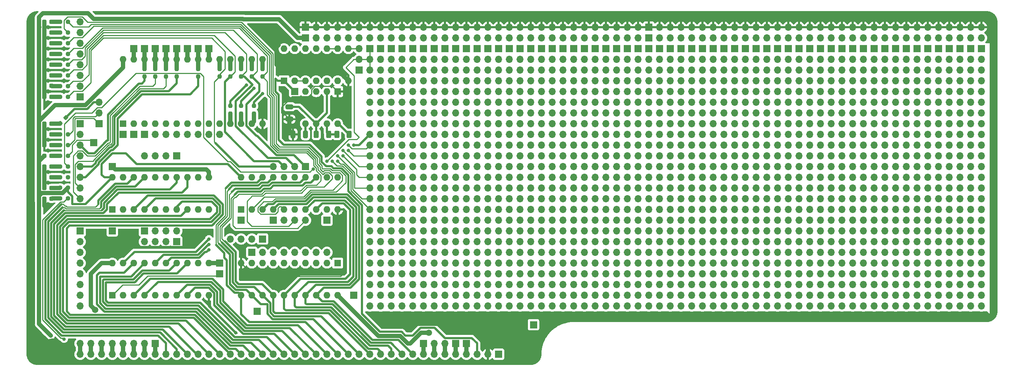
<source format=gbr>
%TF.GenerationSoftware,KiCad,Pcbnew,7.0.5*%
%TF.CreationDate,2024-08-12T05:07:02-04:00*%
%TF.ProjectId,smaller_card,736d616c-6c65-4725-9f63-6172642e6b69,rev?*%
%TF.SameCoordinates,Original*%
%TF.FileFunction,Copper,L2,Bot*%
%TF.FilePolarity,Positive*%
%FSLAX46Y46*%
G04 Gerber Fmt 4.6, Leading zero omitted, Abs format (unit mm)*
G04 Created by KiCad (PCBNEW 7.0.5) date 2024-08-12 05:07:02*
%MOMM*%
%LPD*%
G01*
G04 APERTURE LIST*
G04 Aperture macros list*
%AMRoundRect*
0 Rectangle with rounded corners*
0 $1 Rounding radius*
0 $2 $3 $4 $5 $6 $7 $8 $9 X,Y pos of 4 corners*
0 Add a 4 corners polygon primitive as box body*
4,1,4,$2,$3,$4,$5,$6,$7,$8,$9,$2,$3,0*
0 Add four circle primitives for the rounded corners*
1,1,$1+$1,$2,$3*
1,1,$1+$1,$4,$5*
1,1,$1+$1,$6,$7*
1,1,$1+$1,$8,$9*
0 Add four rect primitives between the rounded corners*
20,1,$1+$1,$2,$3,$4,$5,0*
20,1,$1+$1,$4,$5,$6,$7,0*
20,1,$1+$1,$6,$7,$8,$9,0*
20,1,$1+$1,$8,$9,$2,$3,0*%
G04 Aperture macros list end*
%TA.AperFunction,ComponentPad*%
%ADD10R,1.700000X1.700000*%
%TD*%
%TA.AperFunction,ComponentPad*%
%ADD11O,1.700000X1.700000*%
%TD*%
%TA.AperFunction,ComponentPad*%
%ADD12R,1.600000X1.600000*%
%TD*%
%TA.AperFunction,ComponentPad*%
%ADD13O,1.600000X1.600000*%
%TD*%
%TA.AperFunction,SMDPad,CuDef*%
%ADD14RoundRect,0.237500X0.237500X-0.250000X0.237500X0.250000X-0.237500X0.250000X-0.237500X-0.250000X0*%
%TD*%
%TA.AperFunction,SMDPad,CuDef*%
%ADD15RoundRect,0.237500X-0.237500X0.250000X-0.237500X-0.250000X0.237500X-0.250000X0.237500X0.250000X0*%
%TD*%
%TA.AperFunction,SMDPad,CuDef*%
%ADD16RoundRect,0.250000X0.325000X0.650000X-0.325000X0.650000X-0.325000X-0.650000X0.325000X-0.650000X0*%
%TD*%
%TA.AperFunction,SMDPad,CuDef*%
%ADD17RoundRect,0.250000X-0.650000X0.325000X-0.650000X-0.325000X0.650000X-0.325000X0.650000X0.325000X0*%
%TD*%
%TA.AperFunction,SMDPad,CuDef*%
%ADD18RoundRect,0.250000X-0.312500X-0.625000X0.312500X-0.625000X0.312500X0.625000X-0.312500X0.625000X0*%
%TD*%
%TA.AperFunction,SMDPad,CuDef*%
%ADD19RoundRect,0.237500X0.250000X0.237500X-0.250000X0.237500X-0.250000X-0.237500X0.250000X-0.237500X0*%
%TD*%
%TA.AperFunction,SMDPad,CuDef*%
%ADD20RoundRect,0.237500X-0.250000X-0.237500X0.250000X-0.237500X0.250000X0.237500X-0.250000X0.237500X0*%
%TD*%
%TA.AperFunction,SMDPad,CuDef*%
%ADD21RoundRect,0.237500X-0.008839X-0.344715X0.344715X0.008839X0.008839X0.344715X-0.344715X-0.008839X0*%
%TD*%
%TA.AperFunction,SMDPad,CuDef*%
%ADD22RoundRect,0.237500X-0.287500X-0.237500X0.287500X-0.237500X0.287500X0.237500X-0.287500X0.237500X0*%
%TD*%
%TA.AperFunction,SMDPad,CuDef*%
%ADD23RoundRect,0.237500X0.287500X0.237500X-0.287500X0.237500X-0.287500X-0.237500X0.287500X-0.237500X0*%
%TD*%
%TA.AperFunction,ViaPad*%
%ADD24C,0.800000*%
%TD*%
%TA.AperFunction,ViaPad*%
%ADD25C,1.500000*%
%TD*%
%TA.AperFunction,ViaPad*%
%ADD26C,5.000000*%
%TD*%
%TA.AperFunction,Conductor*%
%ADD27C,0.250000*%
%TD*%
%TA.AperFunction,Conductor*%
%ADD28C,1.000000*%
%TD*%
%TA.AperFunction,Conductor*%
%ADD29C,0.500000*%
%TD*%
G04 APERTURE END LIST*
D10*
%TO.P,J29,1,Pin_1*%
%TO.N,/current_sense_output*%
X188595000Y-132715000D03*
%TD*%
%TO.P,J12,1,Pin_1*%
%TO.N,Net-(J12-Pin_1)*%
X85725000Y-85090000D03*
D11*
%TO.P,J12,2,Pin_2*%
%TO.N,Net-(J12-Pin_2)*%
X85725000Y-82550000D03*
%TO.P,J12,3,Pin_3*%
%TO.N,Net-(J12-Pin_3)*%
X85725000Y-80010000D03*
%TD*%
D10*
%TO.P,J18,1,Pin_1*%
%TO.N,/reset_n*%
X84455000Y-89535000D03*
%TD*%
D12*
%TO.P,U5,1*%
%TO.N,/clk*%
X129540000Y-74930000D03*
D13*
%TO.P,U5,2*%
%TO.N,/clk_n*%
X132080000Y-74930000D03*
%TO.P,U5,3*%
X134620000Y-74930000D03*
%TO.P,U5,4*%
%TO.N,Net-(J13-Pin_1)*%
X137160000Y-74930000D03*
%TO.P,U5,5*%
%TO.N,unconnected-(U5-Pad5)*%
X139700000Y-74930000D03*
%TO.P,U5,6*%
%TO.N,unconnected-(U5-Pad6)*%
X142240000Y-74930000D03*
%TO.P,U5,7,GND*%
%TO.N,GND*%
X144780000Y-74930000D03*
%TO.P,U5,8*%
%TO.N,Net-(J13-Pin_3)*%
X144780000Y-67310000D03*
%TO.P,U5,9*%
%TO.N,Net-(U5-Pad10)*%
X142240000Y-67310000D03*
%TO.P,U5,10*%
X139700000Y-67310000D03*
%TO.P,U5,11*%
%TO.N,Net-(U8-Q)*%
X137160000Y-67310000D03*
%TO.P,U5,12*%
%TO.N,unconnected-(U5-Pad12)*%
X134620000Y-67310000D03*
%TO.P,U5,13*%
%TO.N,unconnected-(U5-Pad13)*%
X132080000Y-67310000D03*
%TO.P,U5,14,VCC*%
%TO.N,+5V*%
X129540000Y-67310000D03*
%TD*%
D10*
%TO.P,J42,1,Pin_1*%
%TO.N,+5V*%
X134620000Y-64770000D03*
D11*
%TO.P,J42,2,Pin_2*%
X137160000Y-64770000D03*
%TO.P,J42,3,Pin_3*%
X139700000Y-64770000D03*
%TO.P,J42,4,Pin_4*%
X142240000Y-64770000D03*
%TO.P,J42,5,Pin_5*%
X144780000Y-64770000D03*
%TO.P,J42,6,Pin_6*%
X147320000Y-64770000D03*
%TO.P,J42,7,Pin_7*%
X149860000Y-64770000D03*
%TO.P,J42,8,Pin_8*%
X152400000Y-64770000D03*
%TO.P,J42,9,Pin_9*%
X154940000Y-64770000D03*
%TO.P,J42,10,Pin_10*%
X157480000Y-64770000D03*
%TO.P,J42,11,Pin_11*%
X160020000Y-64770000D03*
%TO.P,J42,12,Pin_12*%
X162560000Y-64770000D03*
%TO.P,J42,13,Pin_13*%
X165100000Y-64770000D03*
%TO.P,J42,14,Pin_14*%
X167640000Y-64770000D03*
%TO.P,J42,15,Pin_15*%
X170180000Y-64770000D03*
%TO.P,J42,16,Pin_16*%
X172720000Y-64770000D03*
%TO.P,J42,17,Pin_17*%
X175260000Y-64770000D03*
%TO.P,J42,18,Pin_18*%
X177800000Y-64770000D03*
%TO.P,J42,19,Pin_19*%
X180340000Y-64770000D03*
%TO.P,J42,20,Pin_20*%
X182880000Y-64770000D03*
%TO.P,J42,21,Pin_21*%
X185420000Y-64770000D03*
%TO.P,J42,22,Pin_22*%
X187960000Y-64770000D03*
%TO.P,J42,23,Pin_23*%
X190500000Y-64770000D03*
%TO.P,J42,24,Pin_24*%
X193040000Y-64770000D03*
%TO.P,J42,25,Pin_25*%
X195580000Y-64770000D03*
%TO.P,J42,26,Pin_26*%
X198120000Y-64770000D03*
%TO.P,J42,27,Pin_27*%
X200660000Y-64770000D03*
%TO.P,J42,28,Pin_28*%
X203200000Y-64770000D03*
%TO.P,J42,29,Pin_29*%
X205740000Y-64770000D03*
%TO.P,J42,30,Pin_30*%
X208280000Y-64770000D03*
%TO.P,J42,31,Pin_31*%
X210820000Y-64770000D03*
%TO.P,J42,32,Pin_32*%
X213360000Y-64770000D03*
%TD*%
D10*
%TO.P,J41,1,Pin_1*%
%TO.N,GND*%
X134620000Y-62230000D03*
D11*
%TO.P,J41,2,Pin_2*%
X137160000Y-62230000D03*
%TO.P,J41,3,Pin_3*%
X139700000Y-62230000D03*
%TO.P,J41,4,Pin_4*%
X142240000Y-62230000D03*
%TO.P,J41,5,Pin_5*%
X144780000Y-62230000D03*
%TO.P,J41,6,Pin_6*%
X147320000Y-62230000D03*
%TO.P,J41,7,Pin_7*%
X149860000Y-62230000D03*
%TO.P,J41,8,Pin_8*%
X152400000Y-62230000D03*
%TO.P,J41,9,Pin_9*%
X154940000Y-62230000D03*
%TO.P,J41,10,Pin_10*%
X157480000Y-62230000D03*
%TO.P,J41,11,Pin_11*%
X160020000Y-62230000D03*
%TO.P,J41,12,Pin_12*%
X162560000Y-62230000D03*
%TO.P,J41,13,Pin_13*%
X165100000Y-62230000D03*
%TO.P,J41,14,Pin_14*%
X167640000Y-62230000D03*
%TO.P,J41,15,Pin_15*%
X170180000Y-62230000D03*
%TO.P,J41,16,Pin_16*%
X172720000Y-62230000D03*
%TO.P,J41,17,Pin_17*%
X175260000Y-62230000D03*
%TO.P,J41,18,Pin_18*%
X177800000Y-62230000D03*
%TO.P,J41,19,Pin_19*%
X180340000Y-62230000D03*
%TO.P,J41,20,Pin_20*%
X182880000Y-62230000D03*
%TO.P,J41,21,Pin_21*%
X185420000Y-62230000D03*
%TO.P,J41,22,Pin_22*%
X187960000Y-62230000D03*
%TO.P,J41,23,Pin_23*%
X190500000Y-62230000D03*
%TO.P,J41,24,Pin_24*%
X193040000Y-62230000D03*
%TO.P,J41,25,Pin_25*%
X195580000Y-62230000D03*
%TO.P,J41,26,Pin_26*%
X198120000Y-62230000D03*
%TO.P,J41,27,Pin_27*%
X200660000Y-62230000D03*
%TO.P,J41,28,Pin_28*%
X203200000Y-62230000D03*
%TO.P,J41,29,Pin_29*%
X205740000Y-62230000D03*
%TO.P,J41,30,Pin_30*%
X208280000Y-62230000D03*
%TO.P,J41,31,Pin_31*%
X210820000Y-62230000D03*
%TO.P,J41,32,Pin_32*%
X213360000Y-62230000D03*
%TD*%
D10*
%TO.P,J40,1,Pin_1*%
%TO.N,Net-(J40-Pin_1)*%
X88900000Y-110490000D03*
%TD*%
%TO.P,J39,1,Pin_1*%
%TO.N,Net-(J39-Pin_1)*%
X88900000Y-95250000D03*
%TD*%
%TO.P,J38,1,Pin_1*%
%TO.N,Net-(J38-Pin_1)*%
X114300000Y-120650000D03*
%TD*%
%TO.P,J37,1,Pin_1*%
%TO.N,Net-(J37-Pin_1)*%
X114300000Y-118110000D03*
%TD*%
%TO.P,J36,1,Pin_1*%
%TO.N,Net-(J36-Pin_1)*%
X119380000Y-107950000D03*
%TD*%
%TO.P,J35,1,Pin_1*%
%TO.N,Net-(J35-Pin_1)*%
X139700000Y-107950000D03*
%TD*%
%TO.P,J34,1,Pin_1*%
%TO.N,Net-(J34-Pin_1)*%
X123190000Y-129540000D03*
%TD*%
%TO.P,J33,1,Pin_1*%
%TO.N,Net-(J33-Pin_1)*%
X146050000Y-125730000D03*
%TD*%
%TO.P,J32,1,Pin_1*%
%TO.N,GND*%
X215900000Y-62230000D03*
D11*
%TO.P,J32,2,Pin_2*%
X218440000Y-62230000D03*
%TO.P,J32,3,Pin_3*%
X220980000Y-62230000D03*
%TO.P,J32,4,Pin_4*%
X223520000Y-62230000D03*
%TO.P,J32,5,Pin_5*%
X226060000Y-62230000D03*
%TO.P,J32,6,Pin_6*%
X228600000Y-62230000D03*
%TO.P,J32,7,Pin_7*%
X231140000Y-62230000D03*
%TO.P,J32,8,Pin_8*%
X233680000Y-62230000D03*
%TO.P,J32,9,Pin_9*%
X236220000Y-62230000D03*
%TO.P,J32,10,Pin_10*%
X238760000Y-62230000D03*
%TO.P,J32,11,Pin_11*%
X241300000Y-62230000D03*
%TO.P,J32,12,Pin_12*%
X243840000Y-62230000D03*
%TO.P,J32,13,Pin_13*%
X246380000Y-62230000D03*
%TO.P,J32,14,Pin_14*%
X248920000Y-62230000D03*
%TO.P,J32,15,Pin_15*%
X251460000Y-62230000D03*
%TO.P,J32,16,Pin_16*%
X254000000Y-62230000D03*
%TO.P,J32,17,Pin_17*%
X256540000Y-62230000D03*
%TO.P,J32,18,Pin_18*%
X259080000Y-62230000D03*
%TO.P,J32,19,Pin_19*%
X261620000Y-62230000D03*
%TO.P,J32,20,Pin_20*%
X264160000Y-62230000D03*
%TO.P,J32,21,Pin_21*%
X266700000Y-62230000D03*
%TO.P,J32,22,Pin_22*%
X269240000Y-62230000D03*
%TO.P,J32,23,Pin_23*%
X271780000Y-62230000D03*
%TO.P,J32,24,Pin_24*%
X274320000Y-62230000D03*
%TO.P,J32,25,Pin_25*%
X276860000Y-62230000D03*
%TO.P,J32,26,Pin_26*%
X279400000Y-62230000D03*
%TO.P,J32,27,Pin_27*%
X281940000Y-62230000D03*
%TO.P,J32,28,Pin_28*%
X284480000Y-62230000D03*
%TO.P,J32,29,Pin_29*%
X287020000Y-62230000D03*
%TO.P,J32,30,Pin_30*%
X289560000Y-62230000D03*
%TO.P,J32,31,Pin_31*%
X292100000Y-62230000D03*
%TO.P,J32,32,Pin_32*%
X294640000Y-62230000D03*
%TD*%
D10*
%TO.P,J31,1,Pin_1*%
%TO.N,+5V*%
X215900000Y-64770000D03*
D11*
%TO.P,J31,2,Pin_2*%
X218440000Y-64770000D03*
%TO.P,J31,3,Pin_3*%
X220980000Y-64770000D03*
%TO.P,J31,4,Pin_4*%
X223520000Y-64770000D03*
%TO.P,J31,5,Pin_5*%
X226060000Y-64770000D03*
%TO.P,J31,6,Pin_6*%
X228600000Y-64770000D03*
%TO.P,J31,7,Pin_7*%
X231140000Y-64770000D03*
%TO.P,J31,8,Pin_8*%
X233680000Y-64770000D03*
%TO.P,J31,9,Pin_9*%
X236220000Y-64770000D03*
%TO.P,J31,10,Pin_10*%
X238760000Y-64770000D03*
%TO.P,J31,11,Pin_11*%
X241300000Y-64770000D03*
%TO.P,J31,12,Pin_12*%
X243840000Y-64770000D03*
%TO.P,J31,13,Pin_13*%
X246380000Y-64770000D03*
%TO.P,J31,14,Pin_14*%
X248920000Y-64770000D03*
%TO.P,J31,15,Pin_15*%
X251460000Y-64770000D03*
%TO.P,J31,16,Pin_16*%
X254000000Y-64770000D03*
%TO.P,J31,17,Pin_17*%
X256540000Y-64770000D03*
%TO.P,J31,18,Pin_18*%
X259080000Y-64770000D03*
%TO.P,J31,19,Pin_19*%
X261620000Y-64770000D03*
%TO.P,J31,20,Pin_20*%
X264160000Y-64770000D03*
%TO.P,J31,21,Pin_21*%
X266700000Y-64770000D03*
%TO.P,J31,22,Pin_22*%
X269240000Y-64770000D03*
%TO.P,J31,23,Pin_23*%
X271780000Y-64770000D03*
%TO.P,J31,24,Pin_24*%
X274320000Y-64770000D03*
%TO.P,J31,25,Pin_25*%
X276860000Y-64770000D03*
%TO.P,J31,26,Pin_26*%
X279400000Y-64770000D03*
%TO.P,J31,27,Pin_27*%
X281940000Y-64770000D03*
%TO.P,J31,28,Pin_28*%
X284480000Y-64770000D03*
%TO.P,J31,29,Pin_29*%
X287020000Y-64770000D03*
%TO.P,J31,30,Pin_30*%
X289560000Y-64770000D03*
%TO.P,J31,31,Pin_31*%
X292100000Y-64770000D03*
%TO.P,J31,32,Pin_32*%
X294640000Y-64770000D03*
%TD*%
D10*
%TO.P,JCol1,1,Pin_1*%
%TO.N,N/C*%
X152400000Y-67315000D03*
D11*
%TO.P,JCol1,2,Pin_2*%
X152400000Y-69855000D03*
%TO.P,JCol1,3,Pin_3*%
X152400000Y-72395000D03*
%TO.P,JCol1,4,Pin_4*%
X152400000Y-74935000D03*
%TO.P,JCol1,5,Pin_5*%
X152400000Y-77475000D03*
%TO.P,JCol1,6,Pin_6*%
X152400000Y-80015000D03*
%TO.P,JCol1,7,Pin_7*%
X152400000Y-82555000D03*
%TO.P,JCol1,8,Pin_8*%
X152400000Y-85095000D03*
%TO.P,JCol1,9,Pin_9*%
X152400000Y-87635000D03*
%TO.P,JCol1,10,Pin_10*%
X152400000Y-90175000D03*
%TO.P,JCol1,11,Pin_11*%
X152400000Y-92715000D03*
%TO.P,JCol1,12,Pin_12*%
X152400000Y-95255000D03*
%TO.P,JCol1,13,Pin_13*%
X152400000Y-97795000D03*
%TO.P,JCol1,14,Pin_14*%
X152400000Y-100335000D03*
%TO.P,JCol1,15,Pin_15*%
X152400000Y-102875000D03*
%TO.P,JCol1,16,Pin_16*%
X152400000Y-105415000D03*
%TO.P,JCol1,17,Pin_17*%
X152400000Y-107955000D03*
%TO.P,JCol1,18,Pin_18*%
X152400000Y-110495000D03*
%TO.P,JCol1,19,Pin_19*%
X152400000Y-113035000D03*
%TO.P,JCol1,20,Pin_20*%
X152400000Y-115575000D03*
%TO.P,JCol1,21,Pin_21*%
X152400000Y-118115000D03*
%TO.P,JCol1,22,Pin_22*%
X152400000Y-120655000D03*
%TO.P,JCol1,23,Pin_23*%
X152400000Y-123195000D03*
%TO.P,JCol1,24,Pin_24*%
X152400000Y-125735000D03*
%TO.P,JCol1,25,Pin_25*%
X152400000Y-128275000D03*
%TD*%
D10*
%TO.P,CONNECTIONS1,1,Pin_1*%
%TO.N,/clk_post_buf_post_mux*%
X149860000Y-67310000D03*
D11*
%TO.P,CONNECTIONS1,2,Pin_2*%
X149860000Y-69850000D03*
%TO.P,CONNECTIONS1,3,Pin_3*%
X149860000Y-72390000D03*
%TO.P,CONNECTIONS1,4,Pin_4*%
%TO.N,unconnected-(CONNECTIONS1-Pin_4-Pad4)*%
X149860000Y-74930000D03*
%TO.P,CONNECTIONS1,5,Pin_5*%
%TO.N,unconnected-(CONNECTIONS1-Pin_5-Pad5)*%
X149860000Y-77470000D03*
%TO.P,CONNECTIONS1,6,Pin_6*%
%TO.N,unconnected-(CONNECTIONS1-Pin_6-Pad6)*%
X149860000Y-80010000D03*
%TO.P,CONNECTIONS1,7,Pin_7*%
%TO.N,unconnected-(CONNECTIONS1-Pin_7-Pad7)*%
X149860000Y-82550000D03*
%TO.P,CONNECTIONS1,8,Pin_8*%
%TO.N,unconnected-(CONNECTIONS1-Pin_8-Pad8)*%
X149860000Y-85090000D03*
%TO.P,CONNECTIONS1,9,Pin_9*%
%TO.N,/Card_Data_Out_0*%
X149860000Y-87630000D03*
%TO.P,CONNECTIONS1,10,Pin_10*%
%TO.N,/Card_Data_Out_1*%
X149860000Y-90170000D03*
%TO.P,CONNECTIONS1,11,Pin_11*%
%TO.N,/Card_Data_Out_2*%
X149860000Y-92710000D03*
%TO.P,CONNECTIONS1,12,Pin_12*%
%TO.N,/Card_Data_Out_3*%
X149860000Y-95250000D03*
%TO.P,CONNECTIONS1,13,Pin_13*%
%TO.N,/Card_Data_Out_4*%
X149860000Y-97790000D03*
%TO.P,CONNECTIONS1,14,Pin_14*%
%TO.N,/Card_Data_Out_5*%
X149860000Y-100330000D03*
%TO.P,CONNECTIONS1,15,Pin_15*%
%TO.N,/Card_Data_Out_6*%
X149860000Y-102870000D03*
%TO.P,CONNECTIONS1,16,Pin_16*%
%TO.N,/Card_Data_Out_7*%
X149860000Y-105410000D03*
%TO.P,CONNECTIONS1,17,Pin_17*%
%TO.N,unconnected-(CONNECTIONS1-Pin_17-Pad17)*%
X149860000Y-107950000D03*
%TO.P,CONNECTIONS1,18,Pin_18*%
%TO.N,unconnected-(CONNECTIONS1-Pin_18-Pad18)*%
X149860000Y-110490000D03*
%TO.P,CONNECTIONS1,19,Pin_19*%
%TO.N,unconnected-(CONNECTIONS1-Pin_19-Pad19)*%
X149860000Y-113030000D03*
%TO.P,CONNECTIONS1,20,Pin_20*%
%TO.N,unconnected-(CONNECTIONS1-Pin_20-Pad20)*%
X149860000Y-115570000D03*
%TO.P,CONNECTIONS1,21,Pin_21*%
%TO.N,unconnected-(CONNECTIONS1-Pin_21-Pad21)*%
X149860000Y-118110000D03*
%TO.P,CONNECTIONS1,22,Pin_22*%
%TO.N,unconnected-(CONNECTIONS1-Pin_22-Pad22)*%
X149860000Y-120650000D03*
%TO.P,CONNECTIONS1,23,Pin_23*%
%TO.N,unconnected-(CONNECTIONS1-Pin_23-Pad23)*%
X149860000Y-123190000D03*
%TO.P,CONNECTIONS1,24,Pin_24*%
%TO.N,unconnected-(CONNECTIONS1-Pin_24-Pad24)*%
X149860000Y-125730000D03*
%TO.P,CONNECTIONS1,25,Pin_25*%
%TO.N,unconnected-(CONNECTIONS1-Pin_25-Pad25)*%
X149860000Y-128270000D03*
%TD*%
D10*
%TO.P,3V3,1,Pin_1*%
%TO.N,+3V3*%
X170180000Y-137160000D03*
%TD*%
%TO.P,RST,1,Pin_1*%
%TO.N,/reset_n*%
X172720000Y-137160000D03*
%TD*%
%TO.P,J28,1,Pin_1*%
%TO.N,/clk*%
X132080000Y-77470000D03*
%TD*%
D14*
%TO.P,r86,1*%
%TO.N,/Card_Data_In_7*%
X114300000Y-73937500D03*
%TO.P,r86,2*%
%TO.N,Net-(U4-D7)*%
X114300000Y-72112500D03*
%TD*%
%TO.P,r85,1*%
%TO.N,/Card_Data_In_6*%
X116840000Y-73937500D03*
%TO.P,r85,2*%
%TO.N,Net-(U4-D6)*%
X116840000Y-72112500D03*
%TD*%
%TO.P,r84,1*%
%TO.N,/Card_Data_In_5*%
X119380000Y-73937500D03*
%TO.P,r84,2*%
%TO.N,Net-(U4-D5)*%
X119380000Y-72112500D03*
%TD*%
%TO.P,r83,1*%
%TO.N,/Card_Data_In_4*%
X121920000Y-73937500D03*
%TO.P,r83,2*%
%TO.N,Net-(U4-D4)*%
X121920000Y-72112500D03*
%TD*%
%TO.P,r82,1*%
%TO.N,/Card_Data_In_3*%
X124460000Y-73937500D03*
%TO.P,r82,2*%
%TO.N,Net-(U4-D3)*%
X124460000Y-72112500D03*
%TD*%
D10*
%TO.P,J27,1,Pin_1*%
%TO.N,Net-(J27-Pin_1)*%
X111760000Y-67310000D03*
%TD*%
%TO.P,J26,1,Pin_1*%
%TO.N,Net-(J26-Pin_1)*%
X106680000Y-67310000D03*
%TD*%
%TO.P,J16,1,Pin_1*%
%TO.N,Net-(J16-Pin_1)*%
X93980000Y-67310000D03*
%TD*%
%TO.P,J25,1,Pin_1*%
%TO.N,Net-(J25-Pin_1)*%
X91440000Y-87630000D03*
%TD*%
%TO.P,J24,1,Pin_1*%
%TO.N,Net-(J24-Pin_1)*%
X96520000Y-67310000D03*
%TD*%
%TO.P,J23,1,Pin_1*%
%TO.N,Net-(J23-Pin_1)*%
X93980000Y-87630000D03*
%TD*%
%TO.P,J22,1,Pin_1*%
%TO.N,Net-(J22-Pin_1)*%
X104140000Y-67310000D03*
%TD*%
%TO.P,J21,1,Pin_1*%
%TO.N,Net-(J21-Pin_1)*%
X109220000Y-67310000D03*
%TD*%
%TO.P,J20,1,Pin_1*%
%TO.N,Net-(J20-Pin_1)*%
X101600000Y-67310000D03*
%TD*%
%TO.P,J19,1,Pin_1*%
%TO.N,Net-(J19-Pin_1)*%
X99060000Y-67310000D03*
%TD*%
%TO.P,J17,1,Pin_1*%
%TO.N,Net-(J17-Pin_1)*%
X96520000Y-87630000D03*
D11*
%TO.P,J17,2,Pin_2*%
%TO.N,Net-(J17-Pin_2)*%
X99060000Y-87630000D03*
%TO.P,J17,3,Pin_3*%
%TO.N,Net-(J17-Pin_3)*%
X101600000Y-87630000D03*
%TO.P,J17,4,Pin_4*%
%TO.N,Net-(J17-Pin_4)*%
X104140000Y-87630000D03*
%TO.P,J17,5,Pin_5*%
%TO.N,Net-(J17-Pin_5)*%
X106680000Y-87630000D03*
%TO.P,J17,6,Pin_6*%
%TO.N,Net-(J17-Pin_6)*%
X109220000Y-87630000D03*
%TO.P,J17,7,Pin_7*%
%TO.N,Net-(J17-Pin_7)*%
X111760000Y-87630000D03*
%TO.P,J17,8,Pin_8*%
%TO.N,Net-(J17-Pin_8)*%
X114300000Y-87630000D03*
%TD*%
D12*
%TO.P,U4,1,A14*%
%TO.N,Net-(J25-Pin_1)*%
X91440000Y-85090000D03*
D13*
%TO.P,U4,2,A12*%
%TO.N,Net-(J23-Pin_1)*%
X93980000Y-85090000D03*
%TO.P,U4,3,A7*%
%TO.N,Net-(J17-Pin_1)*%
X96520000Y-85090000D03*
%TO.P,U4,4,A6*%
%TO.N,Net-(J17-Pin_2)*%
X99060000Y-85090000D03*
%TO.P,U4,5,A5*%
%TO.N,Net-(J17-Pin_3)*%
X101600000Y-85090000D03*
%TO.P,U4,6,A4*%
%TO.N,Net-(J17-Pin_4)*%
X104140000Y-85090000D03*
%TO.P,U4,7,A3*%
%TO.N,Net-(J17-Pin_5)*%
X106680000Y-85090000D03*
%TO.P,U4,8,A2*%
%TO.N,Net-(J17-Pin_6)*%
X109220000Y-85090000D03*
%TO.P,U4,9,A1*%
%TO.N,Net-(J17-Pin_7)*%
X111760000Y-85090000D03*
%TO.P,U4,10,A0*%
%TO.N,Net-(J17-Pin_8)*%
X114300000Y-85090000D03*
%TO.P,U4,11,D0*%
%TO.N,Net-(U4-D0)*%
X116840000Y-85090000D03*
%TO.P,U4,12,D1*%
%TO.N,Net-(U4-D1)*%
X119380000Y-85090000D03*
%TO.P,U4,13,D2*%
%TO.N,Net-(U4-D2)*%
X121920000Y-85090000D03*
%TO.P,U4,14,GND*%
%TO.N,GND*%
X124460000Y-85090000D03*
%TO.P,U4,15,D3*%
%TO.N,Net-(U4-D3)*%
X124460000Y-69850000D03*
%TO.P,U4,16,D4*%
%TO.N,Net-(U4-D4)*%
X121920000Y-69850000D03*
%TO.P,U4,17,D5*%
%TO.N,Net-(U4-D5)*%
X119380000Y-69850000D03*
%TO.P,U4,18,D6*%
%TO.N,Net-(U4-D6)*%
X116840000Y-69850000D03*
%TO.P,U4,19,D7*%
%TO.N,Net-(U4-D7)*%
X114300000Y-69850000D03*
%TO.P,U4,20,~{CS}*%
%TO.N,Net-(J27-Pin_1)*%
X111760000Y-69850000D03*
%TO.P,U4,21,A10*%
%TO.N,Net-(J21-Pin_1)*%
X109220000Y-69850000D03*
%TO.P,U4,22,~{OE}*%
%TO.N,Net-(J26-Pin_1)*%
X106680000Y-69850000D03*
%TO.P,U4,23,A11*%
%TO.N,Net-(J22-Pin_1)*%
X104140000Y-69850000D03*
%TO.P,U4,24,A9*%
%TO.N,Net-(J20-Pin_1)*%
X101600000Y-69850000D03*
%TO.P,U4,25,A8*%
%TO.N,Net-(J19-Pin_1)*%
X99060000Y-69850000D03*
%TO.P,U4,26,A13*%
%TO.N,Net-(J24-Pin_1)*%
X96520000Y-69850000D03*
%TO.P,U4,27,~{WE}*%
%TO.N,Net-(J16-Pin_1)*%
X93980000Y-69850000D03*
%TO.P,U4,28,VCC*%
%TO.N,+5V*%
X91440000Y-69850000D03*
%TD*%
D15*
%TO.P,r73,2*%
%TO.N,Net-(U4-D2)*%
X122428000Y-82700500D03*
%TO.P,r73,1*%
%TO.N,/Card_Data_Out_2*%
X122428000Y-80875500D03*
%TD*%
%TO.P,r72,2*%
%TO.N,Net-(U4-D1)*%
X119380000Y-82700500D03*
%TO.P,r72,1*%
%TO.N,/Card_Data_Out_1*%
X119380000Y-80875500D03*
%TD*%
%TO.P,r71,2*%
%TO.N,Net-(U4-D0)*%
X116840000Y-82700500D03*
%TO.P,r71,1*%
%TO.N,/Card_Data_Out_0*%
X116840000Y-80875500D03*
%TD*%
%TO.P,r69,1*%
%TO.N,Net-(J24-Pin_1)*%
X96520000Y-72112500D03*
%TO.P,r69,2*%
%TO.N,/Card_Addr_13*%
X96520000Y-73937500D03*
%TD*%
%TO.P,r67,1*%
%TO.N,Net-(J22-Pin_1)*%
X104140000Y-72112500D03*
%TO.P,r67,2*%
%TO.N,/Card_Addr_11*%
X104140000Y-73937500D03*
%TD*%
%TO.P,r66,2*%
%TO.N,/Card_Addr_10*%
X109220000Y-73937500D03*
%TO.P,r66,1*%
%TO.N,Net-(J21-Pin_1)*%
X109220000Y-72112500D03*
%TD*%
%TO.P,r65,2*%
%TO.N,/Card_Addr_9*%
X101600000Y-73937500D03*
%TO.P,r65,1*%
%TO.N,Net-(J20-Pin_1)*%
X101600000Y-72112500D03*
%TD*%
%TO.P,r64,1*%
%TO.N,Net-(J19-Pin_1)*%
X99060000Y-72112500D03*
%TO.P,r64,2*%
%TO.N,/Card_Addr_8*%
X99060000Y-73937500D03*
%TD*%
D10*
%TO.P,J15,1,Pin_1*%
%TO.N,/Card_Data_Out_7*%
X81280000Y-78740000D03*
D11*
%TO.P,J15,2,Pin_2*%
%TO.N,/Card_Data_Out_6*%
X81280000Y-76200000D03*
%TO.P,J15,3,Pin_3*%
%TO.N,/Card_Data_Out_5*%
X81280000Y-73660000D03*
%TO.P,J15,4,Pin_4*%
%TO.N,/Card_Data_Out_4*%
X81280000Y-71120000D03*
%TO.P,J15,5,Pin_5*%
%TO.N,/Card_Data_Out_3*%
X81280000Y-68580000D03*
%TO.P,J15,6,Pin_6*%
%TO.N,/Card_Data_Out_2*%
X81280000Y-66040000D03*
%TO.P,J15,7,Pin_7*%
%TO.N,/Card_Data_Out_1*%
X81280000Y-63500000D03*
%TO.P,J15,8,Pin_8*%
%TO.N,/Card_Data_Out_0*%
X81280000Y-60960000D03*
%TD*%
D10*
%TO.P,J14,1,Pin_1*%
%TO.N,Net-(J1-Pin_8)*%
X162560000Y-137160000D03*
D11*
%TO.P,J14,2,Pin_2*%
%TO.N,Net-(J1-Pin_7)*%
X165100000Y-137160000D03*
%TO.P,J14,3,Pin_3*%
%TO.N,Net-(J1-Pin_6)*%
X167640000Y-137160000D03*
%TD*%
D10*
%TO.P,J13,1,Pin_1*%
%TO.N,Net-(J13-Pin_1)*%
X147320000Y-72390000D03*
D11*
%TO.P,J13,2,Pin_2*%
%TO.N,/clk_post_buf_post_mux*%
X147320000Y-69850000D03*
%TO.P,J13,3,Pin_3*%
%TO.N,Net-(J13-Pin_3)*%
X147320000Y-67310000D03*
%TD*%
D16*
%TO.P,C4,1*%
%TO.N,Net-(U8-CV)*%
X134620000Y-87630000D03*
%TO.P,C4,2*%
%TO.N,GND*%
X131670000Y-87630000D03*
%TD*%
D17*
%TO.P,C3,1*%
%TO.N,Net-(U8-THR)*%
X130810000Y-81075000D03*
%TO.P,C3,2*%
%TO.N,GND*%
X130810000Y-84025000D03*
%TD*%
D18*
%TO.P,5V_rsns3,1*%
%TO.N,Net-(U8-THR)*%
X137160000Y-87630000D03*
%TO.P,5V_rsns3,2*%
%TO.N,Net-(U8-DIS)*%
X140085000Y-87630000D03*
%TD*%
%TO.P,5V_rsns2,1*%
%TO.N,Net-(U8-DIS)*%
X142047500Y-87630000D03*
%TO.P,5V_rsns2,2*%
%TO.N,+5V*%
X144972500Y-87630000D03*
%TD*%
D19*
%TO.P,r3,1*%
%TO.N,/reset_n*%
X78382500Y-92710000D03*
%TO.P,r3,2*%
%TO.N,Net-(D4-K)*%
X76557500Y-92710000D03*
%TD*%
D20*
%TO.P,r55,1*%
%TO.N,Net-(D39-A)*%
X76557500Y-90170000D03*
%TO.P,r55,2*%
%TO.N,Net-(J12-Pin_1)*%
X78382500Y-90170000D03*
%TD*%
%TO.P,r54,1*%
%TO.N,Net-(D38-A)*%
X76557500Y-87630000D03*
%TO.P,r54,2*%
%TO.N,Net-(J12-Pin_2)*%
X78382500Y-87630000D03*
%TD*%
D21*
%TO.P,r53,1*%
%TO.N,Net-(D40-A)*%
X76570765Y-84973235D03*
%TO.P,r53,2*%
%TO.N,Net-(J12-Pin_3)*%
X77861235Y-83682765D03*
%TD*%
D22*
%TO.P,D40,1,K*%
%TO.N,GND*%
X72785000Y-85090000D03*
%TO.P,D40,2,A*%
%TO.N,Net-(D40-A)*%
X74535000Y-85090000D03*
%TD*%
%TO.P,D39,1,K*%
%TO.N,GND*%
X72785000Y-90170000D03*
%TO.P,D39,2,A*%
%TO.N,Net-(D39-A)*%
X74535000Y-90170000D03*
%TD*%
%TO.P,D38,1,K*%
%TO.N,GND*%
X72785000Y-87630000D03*
%TO.P,D38,2,A*%
%TO.N,Net-(D38-A)*%
X74535000Y-87630000D03*
%TD*%
D11*
%TO.P,J11,4,Pin_4*%
%TO.N,/Card_Addr_15*%
X96520000Y-92710000D03*
%TO.P,J11,3,Pin_3*%
%TO.N,/Card_Addr_14*%
X99060000Y-92710000D03*
%TO.P,J11,2,Pin_2*%
%TO.N,/Card_Addr_13*%
X101600000Y-92710000D03*
D10*
%TO.P,J11,1,Pin_1*%
%TO.N,/Card_Addr_12*%
X104140000Y-92710000D03*
%TD*%
%TO.P,J10,1,Pin_1*%
%TO.N,/Card_Addr_8*%
X96530000Y-110490000D03*
D11*
%TO.P,J10,2,Pin_2*%
%TO.N,/Card_Addr_9*%
X99070000Y-110490000D03*
%TO.P,J10,3,Pin_3*%
%TO.N,/Card_Addr_10*%
X101610000Y-110490000D03*
%TO.P,J10,4,Pin_4*%
%TO.N,/Card_Addr_11*%
X104150000Y-110490000D03*
%TD*%
D10*
%TO.P,J9,1,Pin_1*%
%TO.N,/Card_Addr_4*%
X104140000Y-113030000D03*
D11*
%TO.P,J9,2,Pin_2*%
%TO.N,/Card_Addr_5*%
X101600000Y-113030000D03*
%TO.P,J9,3,Pin_3*%
%TO.N,/Card_Addr_6*%
X99060000Y-113030000D03*
%TO.P,J9,4,Pin_4*%
%TO.N,/Card_Addr_7*%
X96520000Y-113030000D03*
%TD*%
D10*
%TO.P,J8,1,Pin_1*%
%TO.N,/Card_Addr_0*%
X124460000Y-112395000D03*
D11*
%TO.P,J8,2,Pin_2*%
%TO.N,/Card_Addr_1*%
X121920000Y-112395000D03*
%TO.P,J8,3,Pin_3*%
%TO.N,/Card_Addr_2*%
X119380000Y-112395000D03*
%TO.P,J8,4,Pin_4*%
%TO.N,/Card_Addr_3*%
X116840000Y-112395000D03*
%TD*%
D10*
%TO.P,J7,1,Pin_1*%
%TO.N,/Card_Data_In_4*%
X134610000Y-95250000D03*
D11*
%TO.P,J7,2,Pin_2*%
%TO.N,/Card_Data_In_5*%
X132070000Y-95250000D03*
%TO.P,J7,3,Pin_3*%
%TO.N,/Card_Data_In_6*%
X129530000Y-95250000D03*
%TO.P,J7,4,Pin_4*%
%TO.N,/Card_Data_In_7*%
X126990000Y-95250000D03*
%TD*%
D10*
%TO.P,J6,1,Pin_1*%
%TO.N,/Card_Data_In_0*%
X127010000Y-107950000D03*
D11*
%TO.P,J6,2,Pin_2*%
%TO.N,/Card_Data_In_1*%
X129550000Y-107950000D03*
%TO.P,J6,3,Pin_3*%
%TO.N,/Card_Data_In_2*%
X132090000Y-107950000D03*
%TO.P,J6,4,Pin_4*%
%TO.N,/Card_Data_In_3*%
X134630000Y-107950000D03*
%TD*%
%TO.P,J5,8,Pin_8*%
%TO.N,/Card_Data_Out_0*%
X139700000Y-115570000D03*
%TO.P,J5,7,Pin_7*%
%TO.N,/Card_Data_Out_1*%
X137160000Y-115570000D03*
%TO.P,J5,6,Pin_6*%
%TO.N,/Card_Data_Out_2*%
X134620000Y-115570000D03*
%TO.P,J5,5,Pin_5*%
%TO.N,/Card_Data_Out_3*%
X132080000Y-115570000D03*
%TO.P,J5,4,Pin_4*%
%TO.N,/Card_Data_Out_4*%
X129540000Y-115570000D03*
%TO.P,J5,3,Pin_3*%
%TO.N,/Card_Data_Out_5*%
X127000000Y-115570000D03*
%TO.P,J5,2,Pin_2*%
%TO.N,/Card_Data_Out_6*%
X124460000Y-115570000D03*
D10*
%TO.P,J5,1,Pin_1*%
%TO.N,/Card_Data_Out_7*%
X121920000Y-115570000D03*
%TD*%
%TO.P,JCol3,1,Pin_1*%
%TO.N,unconnected-(JCol3-Pin_1-Pad1)*%
X160020000Y-67295000D03*
D11*
%TO.P,JCol3,2,Pin_2*%
%TO.N,unconnected-(JCol3-Pin_2-Pad2)*%
X160020000Y-69835000D03*
%TO.P,JCol3,3,Pin_3*%
%TO.N,unconnected-(JCol3-Pin_3-Pad3)*%
X160020000Y-72375000D03*
%TO.P,JCol3,4,Pin_4*%
%TO.N,unconnected-(JCol3-Pin_4-Pad4)*%
X160020000Y-74915000D03*
%TO.P,JCol3,5,Pin_5*%
%TO.N,unconnected-(JCol3-Pin_5-Pad5)*%
X160020000Y-77455000D03*
%TO.P,JCol3,6,Pin_6*%
%TO.N,unconnected-(JCol3-Pin_6-Pad6)*%
X160020000Y-79995000D03*
%TO.P,JCol3,7,Pin_7*%
%TO.N,unconnected-(JCol3-Pin_7-Pad7)*%
X160020000Y-82535000D03*
%TO.P,JCol3,8,Pin_8*%
%TO.N,unconnected-(JCol3-Pin_8-Pad8)*%
X160020000Y-85075000D03*
%TO.P,JCol3,9,Pin_9*%
%TO.N,unconnected-(JCol3-Pin_9-Pad9)*%
X160020000Y-87615000D03*
%TO.P,JCol3,10,Pin_10*%
%TO.N,unconnected-(JCol3-Pin_10-Pad10)*%
X160020000Y-90155000D03*
%TO.P,JCol3,11,Pin_11*%
%TO.N,unconnected-(JCol3-Pin_11-Pad11)*%
X160020000Y-92695000D03*
%TO.P,JCol3,12,Pin_12*%
%TO.N,unconnected-(JCol3-Pin_12-Pad12)*%
X160020000Y-95235000D03*
%TO.P,JCol3,13,Pin_13*%
%TO.N,unconnected-(JCol3-Pin_13-Pad13)*%
X160020000Y-97775000D03*
%TO.P,JCol3,14,Pin_14*%
%TO.N,unconnected-(JCol3-Pin_14-Pad14)*%
X160020000Y-100315000D03*
%TO.P,JCol3,15,Pin_15*%
%TO.N,unconnected-(JCol3-Pin_15-Pad15)*%
X160020000Y-102855000D03*
%TO.P,JCol3,16,Pin_16*%
%TO.N,unconnected-(JCol3-Pin_16-Pad16)*%
X160020000Y-105395000D03*
%TO.P,JCol3,17,Pin_17*%
%TO.N,unconnected-(JCol3-Pin_17-Pad17)*%
X160020000Y-107935000D03*
%TO.P,JCol3,18,Pin_18*%
%TO.N,unconnected-(JCol3-Pin_18-Pad18)*%
X160020000Y-110475000D03*
%TO.P,JCol3,19,Pin_19*%
%TO.N,unconnected-(JCol3-Pin_19-Pad19)*%
X160020000Y-113015000D03*
%TO.P,JCol3,20,Pin_20*%
%TO.N,unconnected-(JCol3-Pin_20-Pad20)*%
X160020000Y-115555000D03*
%TO.P,JCol3,21,Pin_21*%
%TO.N,unconnected-(JCol3-Pin_21-Pad21)*%
X160020000Y-118095000D03*
%TO.P,JCol3,22,Pin_22*%
%TO.N,unconnected-(JCol3-Pin_22-Pad22)*%
X160020000Y-120635000D03*
%TO.P,JCol3,23,Pin_23*%
%TO.N,unconnected-(JCol3-Pin_23-Pad23)*%
X160020000Y-123175000D03*
%TO.P,JCol3,24,Pin_24*%
%TO.N,unconnected-(JCol3-Pin_24-Pad24)*%
X160020000Y-125715000D03*
%TO.P,JCol3,25,Pin_25*%
%TO.N,unconnected-(JCol3-Pin_25-Pad25)*%
X160020000Y-128255000D03*
%TD*%
D10*
%TO.P,JCol2,1,Pin_1*%
%TO.N,unconnected-(JCol2-Pin_1-Pad1)*%
X157480000Y-67295000D03*
D11*
%TO.P,JCol2,2,Pin_2*%
%TO.N,unconnected-(JCol2-Pin_2-Pad2)*%
X157480000Y-69835000D03*
%TO.P,JCol2,3,Pin_3*%
%TO.N,unconnected-(JCol2-Pin_3-Pad3)*%
X157480000Y-72375000D03*
%TO.P,JCol2,4,Pin_4*%
%TO.N,unconnected-(JCol2-Pin_4-Pad4)*%
X157480000Y-74915000D03*
%TO.P,JCol2,5,Pin_5*%
%TO.N,unconnected-(JCol2-Pin_5-Pad5)*%
X157480000Y-77455000D03*
%TO.P,JCol2,6,Pin_6*%
%TO.N,unconnected-(JCol2-Pin_6-Pad6)*%
X157480000Y-79995000D03*
%TO.P,JCol2,7,Pin_7*%
%TO.N,unconnected-(JCol2-Pin_7-Pad7)*%
X157480000Y-82535000D03*
%TO.P,JCol2,8,Pin_8*%
%TO.N,unconnected-(JCol2-Pin_8-Pad8)*%
X157480000Y-85075000D03*
%TO.P,JCol2,9,Pin_9*%
%TO.N,unconnected-(JCol2-Pin_9-Pad9)*%
X157480000Y-87615000D03*
%TO.P,JCol2,10,Pin_10*%
%TO.N,unconnected-(JCol2-Pin_10-Pad10)*%
X157480000Y-90155000D03*
%TO.P,JCol2,11,Pin_11*%
%TO.N,unconnected-(JCol2-Pin_11-Pad11)*%
X157480000Y-92695000D03*
%TO.P,JCol2,12,Pin_12*%
%TO.N,unconnected-(JCol2-Pin_12-Pad12)*%
X157480000Y-95235000D03*
%TO.P,JCol2,13,Pin_13*%
%TO.N,unconnected-(JCol2-Pin_13-Pad13)*%
X157480000Y-97775000D03*
%TO.P,JCol2,14,Pin_14*%
%TO.N,unconnected-(JCol2-Pin_14-Pad14)*%
X157480000Y-100315000D03*
%TO.P,JCol2,15,Pin_15*%
%TO.N,unconnected-(JCol2-Pin_15-Pad15)*%
X157480000Y-102855000D03*
%TO.P,JCol2,16,Pin_16*%
%TO.N,unconnected-(JCol2-Pin_16-Pad16)*%
X157480000Y-105395000D03*
%TO.P,JCol2,17,Pin_17*%
%TO.N,unconnected-(JCol2-Pin_17-Pad17)*%
X157480000Y-107935000D03*
%TO.P,JCol2,18,Pin_18*%
%TO.N,unconnected-(JCol2-Pin_18-Pad18)*%
X157480000Y-110475000D03*
%TO.P,JCol2,19,Pin_19*%
%TO.N,unconnected-(JCol2-Pin_19-Pad19)*%
X157480000Y-113015000D03*
%TO.P,JCol2,20,Pin_20*%
%TO.N,unconnected-(JCol2-Pin_20-Pad20)*%
X157480000Y-115555000D03*
%TO.P,JCol2,21,Pin_21*%
%TO.N,unconnected-(JCol2-Pin_21-Pad21)*%
X157480000Y-118095000D03*
%TO.P,JCol2,22,Pin_22*%
%TO.N,unconnected-(JCol2-Pin_22-Pad22)*%
X157480000Y-120635000D03*
%TO.P,JCol2,23,Pin_23*%
%TO.N,unconnected-(JCol2-Pin_23-Pad23)*%
X157480000Y-123175000D03*
%TO.P,JCol2,24,Pin_24*%
%TO.N,unconnected-(JCol2-Pin_24-Pad24)*%
X157480000Y-125715000D03*
%TO.P,JCol2,25,Pin_25*%
%TO.N,unconnected-(JCol2-Pin_25-Pad25)*%
X157480000Y-128255000D03*
%TD*%
D10*
%TO.P,JCol1,1,Pin_1*%
%TO.N,unconnected-(JCol1-Pin_1-Pad1)*%
X154940000Y-67295000D03*
D11*
%TO.P,JCol1,2,Pin_2*%
%TO.N,unconnected-(JCol1-Pin_2-Pad2)*%
X154940000Y-69835000D03*
%TO.P,JCol1,3,Pin_3*%
%TO.N,unconnected-(JCol1-Pin_3-Pad3)*%
X154940000Y-72375000D03*
%TO.P,JCol1,4,Pin_4*%
%TO.N,unconnected-(JCol1-Pin_4-Pad4)*%
X154940000Y-74915000D03*
%TO.P,JCol1,5,Pin_5*%
%TO.N,unconnected-(JCol1-Pin_5-Pad5)*%
X154940000Y-77455000D03*
%TO.P,JCol1,6,Pin_6*%
%TO.N,unconnected-(JCol1-Pin_6-Pad6)*%
X154940000Y-79995000D03*
%TO.P,JCol1,7,Pin_7*%
%TO.N,unconnected-(JCol1-Pin_7-Pad7)*%
X154940000Y-82535000D03*
%TO.P,JCol1,8,Pin_8*%
%TO.N,unconnected-(JCol1-Pin_8-Pad8)*%
X154940000Y-85075000D03*
%TO.P,JCol1,9,Pin_9*%
%TO.N,unconnected-(JCol1-Pin_9-Pad9)*%
X154940000Y-87615000D03*
%TO.P,JCol1,10,Pin_10*%
%TO.N,unconnected-(JCol1-Pin_10-Pad10)*%
X154940000Y-90155000D03*
%TO.P,JCol1,11,Pin_11*%
%TO.N,unconnected-(JCol1-Pin_11-Pad11)*%
X154940000Y-92695000D03*
%TO.P,JCol1,12,Pin_12*%
%TO.N,unconnected-(JCol1-Pin_12-Pad12)*%
X154940000Y-95235000D03*
%TO.P,JCol1,13,Pin_13*%
%TO.N,unconnected-(JCol1-Pin_13-Pad13)*%
X154940000Y-97775000D03*
%TO.P,JCol1,14,Pin_14*%
%TO.N,unconnected-(JCol1-Pin_14-Pad14)*%
X154940000Y-100315000D03*
%TO.P,JCol1,15,Pin_15*%
%TO.N,unconnected-(JCol1-Pin_15-Pad15)*%
X154940000Y-102855000D03*
%TO.P,JCol1,16,Pin_16*%
%TO.N,unconnected-(JCol1-Pin_16-Pad16)*%
X154940000Y-105395000D03*
%TO.P,JCol1,17,Pin_17*%
%TO.N,unconnected-(JCol1-Pin_17-Pad17)*%
X154940000Y-107935000D03*
%TO.P,JCol1,18,Pin_18*%
%TO.N,unconnected-(JCol1-Pin_18-Pad18)*%
X154940000Y-110475000D03*
%TO.P,JCol1,19,Pin_19*%
%TO.N,unconnected-(JCol1-Pin_19-Pad19)*%
X154940000Y-113015000D03*
%TO.P,JCol1,20,Pin_20*%
%TO.N,unconnected-(JCol1-Pin_20-Pad20)*%
X154940000Y-115555000D03*
%TO.P,JCol1,21,Pin_21*%
%TO.N,unconnected-(JCol1-Pin_21-Pad21)*%
X154940000Y-118095000D03*
%TO.P,JCol1,22,Pin_22*%
%TO.N,unconnected-(JCol1-Pin_22-Pad22)*%
X154940000Y-120635000D03*
%TO.P,JCol1,23,Pin_23*%
%TO.N,unconnected-(JCol1-Pin_23-Pad23)*%
X154940000Y-123175000D03*
%TO.P,JCol1,24,Pin_24*%
%TO.N,unconnected-(JCol1-Pin_24-Pad24)*%
X154940000Y-125715000D03*
%TO.P,JCol1,25,Pin_25*%
%TO.N,unconnected-(JCol1-Pin_25-Pad25)*%
X154940000Y-128255000D03*
%TD*%
D10*
%TO.P,JCol3,1,Pin_1*%
%TO.N,unconnected-(JCol3-Pin_1-Pad1)*%
X167640000Y-67300000D03*
D11*
%TO.P,JCol3,2,Pin_2*%
%TO.N,unconnected-(JCol3-Pin_2-Pad2)*%
X167640000Y-69840000D03*
%TO.P,JCol3,3,Pin_3*%
%TO.N,unconnected-(JCol3-Pin_3-Pad3)*%
X167640000Y-72380000D03*
%TO.P,JCol3,4,Pin_4*%
%TO.N,unconnected-(JCol3-Pin_4-Pad4)*%
X167640000Y-74920000D03*
%TO.P,JCol3,5,Pin_5*%
%TO.N,unconnected-(JCol3-Pin_5-Pad5)*%
X167640000Y-77460000D03*
%TO.P,JCol3,6,Pin_6*%
%TO.N,unconnected-(JCol3-Pin_6-Pad6)*%
X167640000Y-80000000D03*
%TO.P,JCol3,7,Pin_7*%
%TO.N,unconnected-(JCol3-Pin_7-Pad7)*%
X167640000Y-82540000D03*
%TO.P,JCol3,8,Pin_8*%
%TO.N,unconnected-(JCol3-Pin_8-Pad8)*%
X167640000Y-85080000D03*
%TO.P,JCol3,9,Pin_9*%
%TO.N,unconnected-(JCol3-Pin_9-Pad9)*%
X167640000Y-87620000D03*
%TO.P,JCol3,10,Pin_10*%
%TO.N,unconnected-(JCol3-Pin_10-Pad10)*%
X167640000Y-90160000D03*
%TO.P,JCol3,11,Pin_11*%
%TO.N,unconnected-(JCol3-Pin_11-Pad11)*%
X167640000Y-92700000D03*
%TO.P,JCol3,12,Pin_12*%
%TO.N,unconnected-(JCol3-Pin_12-Pad12)*%
X167640000Y-95240000D03*
%TO.P,JCol3,13,Pin_13*%
%TO.N,unconnected-(JCol3-Pin_13-Pad13)*%
X167640000Y-97780000D03*
%TO.P,JCol3,14,Pin_14*%
%TO.N,unconnected-(JCol3-Pin_14-Pad14)*%
X167640000Y-100320000D03*
%TO.P,JCol3,15,Pin_15*%
%TO.N,unconnected-(JCol3-Pin_15-Pad15)*%
X167640000Y-102860000D03*
%TO.P,JCol3,16,Pin_16*%
%TO.N,unconnected-(JCol3-Pin_16-Pad16)*%
X167640000Y-105400000D03*
%TO.P,JCol3,17,Pin_17*%
%TO.N,unconnected-(JCol3-Pin_17-Pad17)*%
X167640000Y-107940000D03*
%TO.P,JCol3,18,Pin_18*%
%TO.N,unconnected-(JCol3-Pin_18-Pad18)*%
X167640000Y-110480000D03*
%TO.P,JCol3,19,Pin_19*%
%TO.N,unconnected-(JCol3-Pin_19-Pad19)*%
X167640000Y-113020000D03*
%TO.P,JCol3,20,Pin_20*%
%TO.N,unconnected-(JCol3-Pin_20-Pad20)*%
X167640000Y-115560000D03*
%TO.P,JCol3,21,Pin_21*%
%TO.N,unconnected-(JCol3-Pin_21-Pad21)*%
X167640000Y-118100000D03*
%TO.P,JCol3,22,Pin_22*%
%TO.N,unconnected-(JCol3-Pin_22-Pad22)*%
X167640000Y-120640000D03*
%TO.P,JCol3,23,Pin_23*%
%TO.N,unconnected-(JCol3-Pin_23-Pad23)*%
X167640000Y-123180000D03*
%TO.P,JCol3,24,Pin_24*%
%TO.N,unconnected-(JCol3-Pin_24-Pad24)*%
X167640000Y-125720000D03*
%TO.P,JCol3,25,Pin_25*%
%TO.N,unconnected-(JCol3-Pin_25-Pad25)*%
X167640000Y-128260000D03*
%TD*%
D10*
%TO.P,JCol2,1,Pin_1*%
%TO.N,unconnected-(JCol2-Pin_1-Pad1)*%
X165100000Y-67300000D03*
D11*
%TO.P,JCol2,2,Pin_2*%
%TO.N,unconnected-(JCol2-Pin_2-Pad2)*%
X165100000Y-69840000D03*
%TO.P,JCol2,3,Pin_3*%
%TO.N,unconnected-(JCol2-Pin_3-Pad3)*%
X165100000Y-72380000D03*
%TO.P,JCol2,4,Pin_4*%
%TO.N,unconnected-(JCol2-Pin_4-Pad4)*%
X165100000Y-74920000D03*
%TO.P,JCol2,5,Pin_5*%
%TO.N,unconnected-(JCol2-Pin_5-Pad5)*%
X165100000Y-77460000D03*
%TO.P,JCol2,6,Pin_6*%
%TO.N,unconnected-(JCol2-Pin_6-Pad6)*%
X165100000Y-80000000D03*
%TO.P,JCol2,7,Pin_7*%
%TO.N,unconnected-(JCol2-Pin_7-Pad7)*%
X165100000Y-82540000D03*
%TO.P,JCol2,8,Pin_8*%
%TO.N,unconnected-(JCol2-Pin_8-Pad8)*%
X165100000Y-85080000D03*
%TO.P,JCol2,9,Pin_9*%
%TO.N,unconnected-(JCol2-Pin_9-Pad9)*%
X165100000Y-87620000D03*
%TO.P,JCol2,10,Pin_10*%
%TO.N,unconnected-(JCol2-Pin_10-Pad10)*%
X165100000Y-90160000D03*
%TO.P,JCol2,11,Pin_11*%
%TO.N,unconnected-(JCol2-Pin_11-Pad11)*%
X165100000Y-92700000D03*
%TO.P,JCol2,12,Pin_12*%
%TO.N,unconnected-(JCol2-Pin_12-Pad12)*%
X165100000Y-95240000D03*
%TO.P,JCol2,13,Pin_13*%
%TO.N,unconnected-(JCol2-Pin_13-Pad13)*%
X165100000Y-97780000D03*
%TO.P,JCol2,14,Pin_14*%
%TO.N,unconnected-(JCol2-Pin_14-Pad14)*%
X165100000Y-100320000D03*
%TO.P,JCol2,15,Pin_15*%
%TO.N,unconnected-(JCol2-Pin_15-Pad15)*%
X165100000Y-102860000D03*
%TO.P,JCol2,16,Pin_16*%
%TO.N,unconnected-(JCol2-Pin_16-Pad16)*%
X165100000Y-105400000D03*
%TO.P,JCol2,17,Pin_17*%
%TO.N,unconnected-(JCol2-Pin_17-Pad17)*%
X165100000Y-107940000D03*
%TO.P,JCol2,18,Pin_18*%
%TO.N,unconnected-(JCol2-Pin_18-Pad18)*%
X165100000Y-110480000D03*
%TO.P,JCol2,19,Pin_19*%
%TO.N,unconnected-(JCol2-Pin_19-Pad19)*%
X165100000Y-113020000D03*
%TO.P,JCol2,20,Pin_20*%
%TO.N,unconnected-(JCol2-Pin_20-Pad20)*%
X165100000Y-115560000D03*
%TO.P,JCol2,21,Pin_21*%
%TO.N,unconnected-(JCol2-Pin_21-Pad21)*%
X165100000Y-118100000D03*
%TO.P,JCol2,22,Pin_22*%
%TO.N,unconnected-(JCol2-Pin_22-Pad22)*%
X165100000Y-120640000D03*
%TO.P,JCol2,23,Pin_23*%
%TO.N,unconnected-(JCol2-Pin_23-Pad23)*%
X165100000Y-123180000D03*
%TO.P,JCol2,24,Pin_24*%
%TO.N,unconnected-(JCol2-Pin_24-Pad24)*%
X165100000Y-125720000D03*
%TO.P,JCol2,25,Pin_25*%
%TO.N,unconnected-(JCol2-Pin_25-Pad25)*%
X165100000Y-128260000D03*
%TD*%
D10*
%TO.P,JCol1,1,Pin_1*%
%TO.N,unconnected-(JCol1-Pin_1-Pad1)*%
X162560000Y-67300000D03*
D11*
%TO.P,JCol1,2,Pin_2*%
%TO.N,unconnected-(JCol1-Pin_2-Pad2)*%
X162560000Y-69840000D03*
%TO.P,JCol1,3,Pin_3*%
%TO.N,unconnected-(JCol1-Pin_3-Pad3)*%
X162560000Y-72380000D03*
%TO.P,JCol1,4,Pin_4*%
%TO.N,unconnected-(JCol1-Pin_4-Pad4)*%
X162560000Y-74920000D03*
%TO.P,JCol1,5,Pin_5*%
%TO.N,unconnected-(JCol1-Pin_5-Pad5)*%
X162560000Y-77460000D03*
%TO.P,JCol1,6,Pin_6*%
%TO.N,unconnected-(JCol1-Pin_6-Pad6)*%
X162560000Y-80000000D03*
%TO.P,JCol1,7,Pin_7*%
%TO.N,unconnected-(JCol1-Pin_7-Pad7)*%
X162560000Y-82540000D03*
%TO.P,JCol1,8,Pin_8*%
%TO.N,unconnected-(JCol1-Pin_8-Pad8)*%
X162560000Y-85080000D03*
%TO.P,JCol1,9,Pin_9*%
%TO.N,unconnected-(JCol1-Pin_9-Pad9)*%
X162560000Y-87620000D03*
%TO.P,JCol1,10,Pin_10*%
%TO.N,unconnected-(JCol1-Pin_10-Pad10)*%
X162560000Y-90160000D03*
%TO.P,JCol1,11,Pin_11*%
%TO.N,unconnected-(JCol1-Pin_11-Pad11)*%
X162560000Y-92700000D03*
%TO.P,JCol1,12,Pin_12*%
%TO.N,unconnected-(JCol1-Pin_12-Pad12)*%
X162560000Y-95240000D03*
%TO.P,JCol1,13,Pin_13*%
%TO.N,unconnected-(JCol1-Pin_13-Pad13)*%
X162560000Y-97780000D03*
%TO.P,JCol1,14,Pin_14*%
%TO.N,unconnected-(JCol1-Pin_14-Pad14)*%
X162560000Y-100320000D03*
%TO.P,JCol1,15,Pin_15*%
%TO.N,unconnected-(JCol1-Pin_15-Pad15)*%
X162560000Y-102860000D03*
%TO.P,JCol1,16,Pin_16*%
%TO.N,unconnected-(JCol1-Pin_16-Pad16)*%
X162560000Y-105400000D03*
%TO.P,JCol1,17,Pin_17*%
%TO.N,unconnected-(JCol1-Pin_17-Pad17)*%
X162560000Y-107940000D03*
%TO.P,JCol1,18,Pin_18*%
%TO.N,unconnected-(JCol1-Pin_18-Pad18)*%
X162560000Y-110480000D03*
%TO.P,JCol1,19,Pin_19*%
%TO.N,unconnected-(JCol1-Pin_19-Pad19)*%
X162560000Y-113020000D03*
%TO.P,JCol1,20,Pin_20*%
%TO.N,unconnected-(JCol1-Pin_20-Pad20)*%
X162560000Y-115560000D03*
%TO.P,JCol1,21,Pin_21*%
%TO.N,unconnected-(JCol1-Pin_21-Pad21)*%
X162560000Y-118100000D03*
%TO.P,JCol1,22,Pin_22*%
%TO.N,unconnected-(JCol1-Pin_22-Pad22)*%
X162560000Y-120640000D03*
%TO.P,JCol1,23,Pin_23*%
%TO.N,unconnected-(JCol1-Pin_23-Pad23)*%
X162560000Y-123180000D03*
%TO.P,JCol1,24,Pin_24*%
%TO.N,unconnected-(JCol1-Pin_24-Pad24)*%
X162560000Y-125720000D03*
%TO.P,JCol1,25,Pin_25*%
%TO.N,unconnected-(JCol1-Pin_25-Pad25)*%
X162560000Y-128260000D03*
%TD*%
D10*
%TO.P,JCol3,1,Pin_1*%
%TO.N,unconnected-(JCol3-Pin_1-Pad1)*%
X175260000Y-67305000D03*
D11*
%TO.P,JCol3,2,Pin_2*%
%TO.N,unconnected-(JCol3-Pin_2-Pad2)*%
X175260000Y-69845000D03*
%TO.P,JCol3,3,Pin_3*%
%TO.N,unconnected-(JCol3-Pin_3-Pad3)*%
X175260000Y-72385000D03*
%TO.P,JCol3,4,Pin_4*%
%TO.N,unconnected-(JCol3-Pin_4-Pad4)*%
X175260000Y-74925000D03*
%TO.P,JCol3,5,Pin_5*%
%TO.N,unconnected-(JCol3-Pin_5-Pad5)*%
X175260000Y-77465000D03*
%TO.P,JCol3,6,Pin_6*%
%TO.N,unconnected-(JCol3-Pin_6-Pad6)*%
X175260000Y-80005000D03*
%TO.P,JCol3,7,Pin_7*%
%TO.N,unconnected-(JCol3-Pin_7-Pad7)*%
X175260000Y-82545000D03*
%TO.P,JCol3,8,Pin_8*%
%TO.N,unconnected-(JCol3-Pin_8-Pad8)*%
X175260000Y-85085000D03*
%TO.P,JCol3,9,Pin_9*%
%TO.N,unconnected-(JCol3-Pin_9-Pad9)*%
X175260000Y-87625000D03*
%TO.P,JCol3,10,Pin_10*%
%TO.N,unconnected-(JCol3-Pin_10-Pad10)*%
X175260000Y-90165000D03*
%TO.P,JCol3,11,Pin_11*%
%TO.N,unconnected-(JCol3-Pin_11-Pad11)*%
X175260000Y-92705000D03*
%TO.P,JCol3,12,Pin_12*%
%TO.N,unconnected-(JCol3-Pin_12-Pad12)*%
X175260000Y-95245000D03*
%TO.P,JCol3,13,Pin_13*%
%TO.N,unconnected-(JCol3-Pin_13-Pad13)*%
X175260000Y-97785000D03*
%TO.P,JCol3,14,Pin_14*%
%TO.N,unconnected-(JCol3-Pin_14-Pad14)*%
X175260000Y-100325000D03*
%TO.P,JCol3,15,Pin_15*%
%TO.N,unconnected-(JCol3-Pin_15-Pad15)*%
X175260000Y-102865000D03*
%TO.P,JCol3,16,Pin_16*%
%TO.N,unconnected-(JCol3-Pin_16-Pad16)*%
X175260000Y-105405000D03*
%TO.P,JCol3,17,Pin_17*%
%TO.N,unconnected-(JCol3-Pin_17-Pad17)*%
X175260000Y-107945000D03*
%TO.P,JCol3,18,Pin_18*%
%TO.N,unconnected-(JCol3-Pin_18-Pad18)*%
X175260000Y-110485000D03*
%TO.P,JCol3,19,Pin_19*%
%TO.N,unconnected-(JCol3-Pin_19-Pad19)*%
X175260000Y-113025000D03*
%TO.P,JCol3,20,Pin_20*%
%TO.N,unconnected-(JCol3-Pin_20-Pad20)*%
X175260000Y-115565000D03*
%TO.P,JCol3,21,Pin_21*%
%TO.N,unconnected-(JCol3-Pin_21-Pad21)*%
X175260000Y-118105000D03*
%TO.P,JCol3,22,Pin_22*%
%TO.N,unconnected-(JCol3-Pin_22-Pad22)*%
X175260000Y-120645000D03*
%TO.P,JCol3,23,Pin_23*%
%TO.N,unconnected-(JCol3-Pin_23-Pad23)*%
X175260000Y-123185000D03*
%TO.P,JCol3,24,Pin_24*%
%TO.N,unconnected-(JCol3-Pin_24-Pad24)*%
X175260000Y-125725000D03*
%TO.P,JCol3,25,Pin_25*%
%TO.N,unconnected-(JCol3-Pin_25-Pad25)*%
X175260000Y-128265000D03*
%TD*%
D10*
%TO.P,JCol2,1,Pin_1*%
%TO.N,unconnected-(JCol2-Pin_1-Pad1)*%
X172720000Y-67305000D03*
D11*
%TO.P,JCol2,2,Pin_2*%
%TO.N,unconnected-(JCol2-Pin_2-Pad2)*%
X172720000Y-69845000D03*
%TO.P,JCol2,3,Pin_3*%
%TO.N,unconnected-(JCol2-Pin_3-Pad3)*%
X172720000Y-72385000D03*
%TO.P,JCol2,4,Pin_4*%
%TO.N,unconnected-(JCol2-Pin_4-Pad4)*%
X172720000Y-74925000D03*
%TO.P,JCol2,5,Pin_5*%
%TO.N,unconnected-(JCol2-Pin_5-Pad5)*%
X172720000Y-77465000D03*
%TO.P,JCol2,6,Pin_6*%
%TO.N,unconnected-(JCol2-Pin_6-Pad6)*%
X172720000Y-80005000D03*
%TO.P,JCol2,7,Pin_7*%
%TO.N,unconnected-(JCol2-Pin_7-Pad7)*%
X172720000Y-82545000D03*
%TO.P,JCol2,8,Pin_8*%
%TO.N,unconnected-(JCol2-Pin_8-Pad8)*%
X172720000Y-85085000D03*
%TO.P,JCol2,9,Pin_9*%
%TO.N,unconnected-(JCol2-Pin_9-Pad9)*%
X172720000Y-87625000D03*
%TO.P,JCol2,10,Pin_10*%
%TO.N,unconnected-(JCol2-Pin_10-Pad10)*%
X172720000Y-90165000D03*
%TO.P,JCol2,11,Pin_11*%
%TO.N,unconnected-(JCol2-Pin_11-Pad11)*%
X172720000Y-92705000D03*
%TO.P,JCol2,12,Pin_12*%
%TO.N,unconnected-(JCol2-Pin_12-Pad12)*%
X172720000Y-95245000D03*
%TO.P,JCol2,13,Pin_13*%
%TO.N,unconnected-(JCol2-Pin_13-Pad13)*%
X172720000Y-97785000D03*
%TO.P,JCol2,14,Pin_14*%
%TO.N,unconnected-(JCol2-Pin_14-Pad14)*%
X172720000Y-100325000D03*
%TO.P,JCol2,15,Pin_15*%
%TO.N,unconnected-(JCol2-Pin_15-Pad15)*%
X172720000Y-102865000D03*
%TO.P,JCol2,16,Pin_16*%
%TO.N,unconnected-(JCol2-Pin_16-Pad16)*%
X172720000Y-105405000D03*
%TO.P,JCol2,17,Pin_17*%
%TO.N,unconnected-(JCol2-Pin_17-Pad17)*%
X172720000Y-107945000D03*
%TO.P,JCol2,18,Pin_18*%
%TO.N,unconnected-(JCol2-Pin_18-Pad18)*%
X172720000Y-110485000D03*
%TO.P,JCol2,19,Pin_19*%
%TO.N,unconnected-(JCol2-Pin_19-Pad19)*%
X172720000Y-113025000D03*
%TO.P,JCol2,20,Pin_20*%
%TO.N,unconnected-(JCol2-Pin_20-Pad20)*%
X172720000Y-115565000D03*
%TO.P,JCol2,21,Pin_21*%
%TO.N,unconnected-(JCol2-Pin_21-Pad21)*%
X172720000Y-118105000D03*
%TO.P,JCol2,22,Pin_22*%
%TO.N,unconnected-(JCol2-Pin_22-Pad22)*%
X172720000Y-120645000D03*
%TO.P,JCol2,23,Pin_23*%
%TO.N,unconnected-(JCol2-Pin_23-Pad23)*%
X172720000Y-123185000D03*
%TO.P,JCol2,24,Pin_24*%
%TO.N,unconnected-(JCol2-Pin_24-Pad24)*%
X172720000Y-125725000D03*
%TO.P,JCol2,25,Pin_25*%
%TO.N,unconnected-(JCol2-Pin_25-Pad25)*%
X172720000Y-128265000D03*
%TD*%
D10*
%TO.P,JCol1,1,Pin_1*%
%TO.N,unconnected-(JCol1-Pin_1-Pad1)*%
X170180000Y-67305000D03*
D11*
%TO.P,JCol1,2,Pin_2*%
%TO.N,unconnected-(JCol1-Pin_2-Pad2)*%
X170180000Y-69845000D03*
%TO.P,JCol1,3,Pin_3*%
%TO.N,unconnected-(JCol1-Pin_3-Pad3)*%
X170180000Y-72385000D03*
%TO.P,JCol1,4,Pin_4*%
%TO.N,unconnected-(JCol1-Pin_4-Pad4)*%
X170180000Y-74925000D03*
%TO.P,JCol1,5,Pin_5*%
%TO.N,unconnected-(JCol1-Pin_5-Pad5)*%
X170180000Y-77465000D03*
%TO.P,JCol1,6,Pin_6*%
%TO.N,unconnected-(JCol1-Pin_6-Pad6)*%
X170180000Y-80005000D03*
%TO.P,JCol1,7,Pin_7*%
%TO.N,unconnected-(JCol1-Pin_7-Pad7)*%
X170180000Y-82545000D03*
%TO.P,JCol1,8,Pin_8*%
%TO.N,unconnected-(JCol1-Pin_8-Pad8)*%
X170180000Y-85085000D03*
%TO.P,JCol1,9,Pin_9*%
%TO.N,unconnected-(JCol1-Pin_9-Pad9)*%
X170180000Y-87625000D03*
%TO.P,JCol1,10,Pin_10*%
%TO.N,unconnected-(JCol1-Pin_10-Pad10)*%
X170180000Y-90165000D03*
%TO.P,JCol1,11,Pin_11*%
%TO.N,unconnected-(JCol1-Pin_11-Pad11)*%
X170180000Y-92705000D03*
%TO.P,JCol1,12,Pin_12*%
%TO.N,unconnected-(JCol1-Pin_12-Pad12)*%
X170180000Y-95245000D03*
%TO.P,JCol1,13,Pin_13*%
%TO.N,unconnected-(JCol1-Pin_13-Pad13)*%
X170180000Y-97785000D03*
%TO.P,JCol1,14,Pin_14*%
%TO.N,unconnected-(JCol1-Pin_14-Pad14)*%
X170180000Y-100325000D03*
%TO.P,JCol1,15,Pin_15*%
%TO.N,unconnected-(JCol1-Pin_15-Pad15)*%
X170180000Y-102865000D03*
%TO.P,JCol1,16,Pin_16*%
%TO.N,unconnected-(JCol1-Pin_16-Pad16)*%
X170180000Y-105405000D03*
%TO.P,JCol1,17,Pin_17*%
%TO.N,unconnected-(JCol1-Pin_17-Pad17)*%
X170180000Y-107945000D03*
%TO.P,JCol1,18,Pin_18*%
%TO.N,unconnected-(JCol1-Pin_18-Pad18)*%
X170180000Y-110485000D03*
%TO.P,JCol1,19,Pin_19*%
%TO.N,unconnected-(JCol1-Pin_19-Pad19)*%
X170180000Y-113025000D03*
%TO.P,JCol1,20,Pin_20*%
%TO.N,unconnected-(JCol1-Pin_20-Pad20)*%
X170180000Y-115565000D03*
%TO.P,JCol1,21,Pin_21*%
%TO.N,unconnected-(JCol1-Pin_21-Pad21)*%
X170180000Y-118105000D03*
%TO.P,JCol1,22,Pin_22*%
%TO.N,unconnected-(JCol1-Pin_22-Pad22)*%
X170180000Y-120645000D03*
%TO.P,JCol1,23,Pin_23*%
%TO.N,unconnected-(JCol1-Pin_23-Pad23)*%
X170180000Y-123185000D03*
%TO.P,JCol1,24,Pin_24*%
%TO.N,unconnected-(JCol1-Pin_24-Pad24)*%
X170180000Y-125725000D03*
%TO.P,JCol1,25,Pin_25*%
%TO.N,unconnected-(JCol1-Pin_25-Pad25)*%
X170180000Y-128265000D03*
%TD*%
D10*
%TO.P,JCol16,1,Pin_1*%
%TO.N,unconnected-(JCol16-Pin_1-Pad1)*%
X215900000Y-67310000D03*
D11*
%TO.P,JCol16,2,Pin_2*%
%TO.N,unconnected-(JCol16-Pin_2-Pad2)*%
X215900000Y-69850000D03*
%TO.P,JCol16,3,Pin_3*%
%TO.N,unconnected-(JCol16-Pin_3-Pad3)*%
X215900000Y-72390000D03*
%TO.P,JCol16,4,Pin_4*%
%TO.N,unconnected-(JCol16-Pin_4-Pad4)*%
X215900000Y-74930000D03*
%TO.P,JCol16,5,Pin_5*%
%TO.N,unconnected-(JCol16-Pin_5-Pad5)*%
X215900000Y-77470000D03*
%TO.P,JCol16,6,Pin_6*%
%TO.N,unconnected-(JCol16-Pin_6-Pad6)*%
X215900000Y-80010000D03*
%TO.P,JCol16,7,Pin_7*%
%TO.N,unconnected-(JCol16-Pin_7-Pad7)*%
X215900000Y-82550000D03*
%TO.P,JCol16,8,Pin_8*%
%TO.N,unconnected-(JCol16-Pin_8-Pad8)*%
X215900000Y-85090000D03*
%TO.P,JCol16,9,Pin_9*%
%TO.N,unconnected-(JCol16-Pin_9-Pad9)*%
X215900000Y-87630000D03*
%TO.P,JCol16,10,Pin_10*%
%TO.N,unconnected-(JCol16-Pin_10-Pad10)*%
X215900000Y-90170000D03*
%TO.P,JCol16,11,Pin_11*%
%TO.N,unconnected-(JCol16-Pin_11-Pad11)*%
X215900000Y-92710000D03*
%TO.P,JCol16,12,Pin_12*%
%TO.N,unconnected-(JCol16-Pin_12-Pad12)*%
X215900000Y-95250000D03*
%TO.P,JCol16,13,Pin_13*%
%TO.N,unconnected-(JCol16-Pin_13-Pad13)*%
X215900000Y-97790000D03*
%TO.P,JCol16,14,Pin_14*%
%TO.N,unconnected-(JCol16-Pin_14-Pad14)*%
X215900000Y-100330000D03*
%TO.P,JCol16,15,Pin_15*%
%TO.N,unconnected-(JCol16-Pin_15-Pad15)*%
X215900000Y-102870000D03*
%TO.P,JCol16,16,Pin_16*%
%TO.N,unconnected-(JCol16-Pin_16-Pad16)*%
X215900000Y-105410000D03*
%TO.P,JCol16,17,Pin_17*%
%TO.N,unconnected-(JCol16-Pin_17-Pad17)*%
X215900000Y-107950000D03*
%TO.P,JCol16,18,Pin_18*%
%TO.N,unconnected-(JCol16-Pin_18-Pad18)*%
X215900000Y-110490000D03*
%TO.P,JCol16,19,Pin_19*%
%TO.N,unconnected-(JCol16-Pin_19-Pad19)*%
X215900000Y-113030000D03*
%TO.P,JCol16,20,Pin_20*%
%TO.N,unconnected-(JCol16-Pin_20-Pad20)*%
X215900000Y-115570000D03*
%TO.P,JCol16,21,Pin_21*%
%TO.N,unconnected-(JCol16-Pin_21-Pad21)*%
X215900000Y-118110000D03*
%TO.P,JCol16,22,Pin_22*%
%TO.N,unconnected-(JCol16-Pin_22-Pad22)*%
X215900000Y-120650000D03*
%TO.P,JCol16,23,Pin_23*%
%TO.N,unconnected-(JCol16-Pin_23-Pad23)*%
X215900000Y-123190000D03*
%TO.P,JCol16,24,Pin_24*%
%TO.N,unconnected-(JCol16-Pin_24-Pad24)*%
X215900000Y-125730000D03*
%TO.P,JCol16,25,Pin_25*%
%TO.N,unconnected-(JCol16-Pin_25-Pad25)*%
X215900000Y-128270000D03*
%TD*%
D10*
%TO.P,JCol11,1,Pin_1*%
%TO.N,unconnected-(JCol11-Pin_1-Pad1)*%
X203200000Y-67310000D03*
D11*
%TO.P,JCol11,2,Pin_2*%
%TO.N,unconnected-(JCol11-Pin_2-Pad2)*%
X203200000Y-69850000D03*
%TO.P,JCol11,3,Pin_3*%
%TO.N,unconnected-(JCol11-Pin_3-Pad3)*%
X203200000Y-72390000D03*
%TO.P,JCol11,4,Pin_4*%
%TO.N,unconnected-(JCol11-Pin_4-Pad4)*%
X203200000Y-74930000D03*
%TO.P,JCol11,5,Pin_5*%
%TO.N,unconnected-(JCol11-Pin_5-Pad5)*%
X203200000Y-77470000D03*
%TO.P,JCol11,6,Pin_6*%
%TO.N,unconnected-(JCol11-Pin_6-Pad6)*%
X203200000Y-80010000D03*
%TO.P,JCol11,7,Pin_7*%
%TO.N,unconnected-(JCol11-Pin_7-Pad7)*%
X203200000Y-82550000D03*
%TO.P,JCol11,8,Pin_8*%
%TO.N,unconnected-(JCol11-Pin_8-Pad8)*%
X203200000Y-85090000D03*
%TO.P,JCol11,9,Pin_9*%
%TO.N,unconnected-(JCol11-Pin_9-Pad9)*%
X203200000Y-87630000D03*
%TO.P,JCol11,10,Pin_10*%
%TO.N,unconnected-(JCol11-Pin_10-Pad10)*%
X203200000Y-90170000D03*
%TO.P,JCol11,11,Pin_11*%
%TO.N,unconnected-(JCol11-Pin_11-Pad11)*%
X203200000Y-92710000D03*
%TO.P,JCol11,12,Pin_12*%
%TO.N,unconnected-(JCol11-Pin_12-Pad12)*%
X203200000Y-95250000D03*
%TO.P,JCol11,13,Pin_13*%
%TO.N,unconnected-(JCol11-Pin_13-Pad13)*%
X203200000Y-97790000D03*
%TO.P,JCol11,14,Pin_14*%
%TO.N,unconnected-(JCol11-Pin_14-Pad14)*%
X203200000Y-100330000D03*
%TO.P,JCol11,15,Pin_15*%
%TO.N,unconnected-(JCol11-Pin_15-Pad15)*%
X203200000Y-102870000D03*
%TO.P,JCol11,16,Pin_16*%
%TO.N,unconnected-(JCol11-Pin_16-Pad16)*%
X203200000Y-105410000D03*
%TO.P,JCol11,17,Pin_17*%
%TO.N,unconnected-(JCol11-Pin_17-Pad17)*%
X203200000Y-107950000D03*
%TO.P,JCol11,18,Pin_18*%
%TO.N,unconnected-(JCol11-Pin_18-Pad18)*%
X203200000Y-110490000D03*
%TO.P,JCol11,19,Pin_19*%
%TO.N,unconnected-(JCol11-Pin_19-Pad19)*%
X203200000Y-113030000D03*
%TO.P,JCol11,20,Pin_20*%
%TO.N,unconnected-(JCol11-Pin_20-Pad20)*%
X203200000Y-115570000D03*
%TO.P,JCol11,21,Pin_21*%
%TO.N,unconnected-(JCol11-Pin_21-Pad21)*%
X203200000Y-118110000D03*
%TO.P,JCol11,22,Pin_22*%
%TO.N,unconnected-(JCol11-Pin_22-Pad22)*%
X203200000Y-120650000D03*
%TO.P,JCol11,23,Pin_23*%
%TO.N,unconnected-(JCol11-Pin_23-Pad23)*%
X203200000Y-123190000D03*
%TO.P,JCol11,24,Pin_24*%
%TO.N,unconnected-(JCol11-Pin_24-Pad24)*%
X203200000Y-125730000D03*
%TO.P,JCol11,25,Pin_25*%
%TO.N,unconnected-(JCol11-Pin_25-Pad25)*%
X203200000Y-128270000D03*
%TD*%
D10*
%TO.P,JCol10,1,Pin_1*%
%TO.N,unconnected-(JCol10-Pin_1-Pad1)*%
X200660000Y-67310000D03*
D11*
%TO.P,JCol10,2,Pin_2*%
%TO.N,unconnected-(JCol10-Pin_2-Pad2)*%
X200660000Y-69850000D03*
%TO.P,JCol10,3,Pin_3*%
%TO.N,unconnected-(JCol10-Pin_3-Pad3)*%
X200660000Y-72390000D03*
%TO.P,JCol10,4,Pin_4*%
%TO.N,unconnected-(JCol10-Pin_4-Pad4)*%
X200660000Y-74930000D03*
%TO.P,JCol10,5,Pin_5*%
%TO.N,unconnected-(JCol10-Pin_5-Pad5)*%
X200660000Y-77470000D03*
%TO.P,JCol10,6,Pin_6*%
%TO.N,unconnected-(JCol10-Pin_6-Pad6)*%
X200660000Y-80010000D03*
%TO.P,JCol10,7,Pin_7*%
%TO.N,unconnected-(JCol10-Pin_7-Pad7)*%
X200660000Y-82550000D03*
%TO.P,JCol10,8,Pin_8*%
%TO.N,unconnected-(JCol10-Pin_8-Pad8)*%
X200660000Y-85090000D03*
%TO.P,JCol10,9,Pin_9*%
%TO.N,unconnected-(JCol10-Pin_9-Pad9)*%
X200660000Y-87630000D03*
%TO.P,JCol10,10,Pin_10*%
%TO.N,unconnected-(JCol10-Pin_10-Pad10)*%
X200660000Y-90170000D03*
%TO.P,JCol10,11,Pin_11*%
%TO.N,unconnected-(JCol10-Pin_11-Pad11)*%
X200660000Y-92710000D03*
%TO.P,JCol10,12,Pin_12*%
%TO.N,unconnected-(JCol10-Pin_12-Pad12)*%
X200660000Y-95250000D03*
%TO.P,JCol10,13,Pin_13*%
%TO.N,unconnected-(JCol10-Pin_13-Pad13)*%
X200660000Y-97790000D03*
%TO.P,JCol10,14,Pin_14*%
%TO.N,unconnected-(JCol10-Pin_14-Pad14)*%
X200660000Y-100330000D03*
%TO.P,JCol10,15,Pin_15*%
%TO.N,unconnected-(JCol10-Pin_15-Pad15)*%
X200660000Y-102870000D03*
%TO.P,JCol10,16,Pin_16*%
%TO.N,unconnected-(JCol10-Pin_16-Pad16)*%
X200660000Y-105410000D03*
%TO.P,JCol10,17,Pin_17*%
%TO.N,unconnected-(JCol10-Pin_17-Pad17)*%
X200660000Y-107950000D03*
%TO.P,JCol10,18,Pin_18*%
%TO.N,unconnected-(JCol10-Pin_18-Pad18)*%
X200660000Y-110490000D03*
%TO.P,JCol10,19,Pin_19*%
%TO.N,unconnected-(JCol10-Pin_19-Pad19)*%
X200660000Y-113030000D03*
%TO.P,JCol10,20,Pin_20*%
%TO.N,unconnected-(JCol10-Pin_20-Pad20)*%
X200660000Y-115570000D03*
%TO.P,JCol10,21,Pin_21*%
%TO.N,unconnected-(JCol10-Pin_21-Pad21)*%
X200660000Y-118110000D03*
%TO.P,JCol10,22,Pin_22*%
%TO.N,unconnected-(JCol10-Pin_22-Pad22)*%
X200660000Y-120650000D03*
%TO.P,JCol10,23,Pin_23*%
%TO.N,unconnected-(JCol10-Pin_23-Pad23)*%
X200660000Y-123190000D03*
%TO.P,JCol10,24,Pin_24*%
%TO.N,unconnected-(JCol10-Pin_24-Pad24)*%
X200660000Y-125730000D03*
%TO.P,JCol10,25,Pin_25*%
%TO.N,unconnected-(JCol10-Pin_25-Pad25)*%
X200660000Y-128270000D03*
%TD*%
D10*
%TO.P,JCol4,1,Pin_1*%
%TO.N,unconnected-(JCol4-Pin_1-Pad1)*%
X185420000Y-67310000D03*
D11*
%TO.P,JCol4,2,Pin_2*%
%TO.N,unconnected-(JCol4-Pin_2-Pad2)*%
X185420000Y-69850000D03*
%TO.P,JCol4,3,Pin_3*%
%TO.N,unconnected-(JCol4-Pin_3-Pad3)*%
X185420000Y-72390000D03*
%TO.P,JCol4,4,Pin_4*%
%TO.N,unconnected-(JCol4-Pin_4-Pad4)*%
X185420000Y-74930000D03*
%TO.P,JCol4,5,Pin_5*%
%TO.N,unconnected-(JCol4-Pin_5-Pad5)*%
X185420000Y-77470000D03*
%TO.P,JCol4,6,Pin_6*%
%TO.N,unconnected-(JCol4-Pin_6-Pad6)*%
X185420000Y-80010000D03*
%TO.P,JCol4,7,Pin_7*%
%TO.N,unconnected-(JCol4-Pin_7-Pad7)*%
X185420000Y-82550000D03*
%TO.P,JCol4,8,Pin_8*%
%TO.N,unconnected-(JCol4-Pin_8-Pad8)*%
X185420000Y-85090000D03*
%TO.P,JCol4,9,Pin_9*%
%TO.N,unconnected-(JCol4-Pin_9-Pad9)*%
X185420000Y-87630000D03*
%TO.P,JCol4,10,Pin_10*%
%TO.N,unconnected-(JCol4-Pin_10-Pad10)*%
X185420000Y-90170000D03*
%TO.P,JCol4,11,Pin_11*%
%TO.N,unconnected-(JCol4-Pin_11-Pad11)*%
X185420000Y-92710000D03*
%TO.P,JCol4,12,Pin_12*%
%TO.N,unconnected-(JCol4-Pin_12-Pad12)*%
X185420000Y-95250000D03*
%TO.P,JCol4,13,Pin_13*%
%TO.N,unconnected-(JCol4-Pin_13-Pad13)*%
X185420000Y-97790000D03*
%TO.P,JCol4,14,Pin_14*%
%TO.N,unconnected-(JCol4-Pin_14-Pad14)*%
X185420000Y-100330000D03*
%TO.P,JCol4,15,Pin_15*%
%TO.N,unconnected-(JCol4-Pin_15-Pad15)*%
X185420000Y-102870000D03*
%TO.P,JCol4,16,Pin_16*%
%TO.N,unconnected-(JCol4-Pin_16-Pad16)*%
X185420000Y-105410000D03*
%TO.P,JCol4,17,Pin_17*%
%TO.N,unconnected-(JCol4-Pin_17-Pad17)*%
X185420000Y-107950000D03*
%TO.P,JCol4,18,Pin_18*%
%TO.N,unconnected-(JCol4-Pin_18-Pad18)*%
X185420000Y-110490000D03*
%TO.P,JCol4,19,Pin_19*%
%TO.N,unconnected-(JCol4-Pin_19-Pad19)*%
X185420000Y-113030000D03*
%TO.P,JCol4,20,Pin_20*%
%TO.N,unconnected-(JCol4-Pin_20-Pad20)*%
X185420000Y-115570000D03*
%TO.P,JCol4,21,Pin_21*%
%TO.N,unconnected-(JCol4-Pin_21-Pad21)*%
X185420000Y-118110000D03*
%TO.P,JCol4,22,Pin_22*%
%TO.N,unconnected-(JCol4-Pin_22-Pad22)*%
X185420000Y-120650000D03*
%TO.P,JCol4,23,Pin_23*%
%TO.N,unconnected-(JCol4-Pin_23-Pad23)*%
X185420000Y-123190000D03*
%TO.P,JCol4,24,Pin_24*%
%TO.N,unconnected-(JCol4-Pin_24-Pad24)*%
X185420000Y-125730000D03*
%TO.P,JCol4,25,Pin_25*%
%TO.N,unconnected-(JCol4-Pin_25-Pad25)*%
X185420000Y-128270000D03*
%TD*%
D10*
%TO.P,JCol3,1,Pin_1*%
%TO.N,unconnected-(JCol3-Pin_1-Pad1)*%
X182880000Y-67310000D03*
D11*
%TO.P,JCol3,2,Pin_2*%
%TO.N,unconnected-(JCol3-Pin_2-Pad2)*%
X182880000Y-69850000D03*
%TO.P,JCol3,3,Pin_3*%
%TO.N,unconnected-(JCol3-Pin_3-Pad3)*%
X182880000Y-72390000D03*
%TO.P,JCol3,4,Pin_4*%
%TO.N,unconnected-(JCol3-Pin_4-Pad4)*%
X182880000Y-74930000D03*
%TO.P,JCol3,5,Pin_5*%
%TO.N,unconnected-(JCol3-Pin_5-Pad5)*%
X182880000Y-77470000D03*
%TO.P,JCol3,6,Pin_6*%
%TO.N,unconnected-(JCol3-Pin_6-Pad6)*%
X182880000Y-80010000D03*
%TO.P,JCol3,7,Pin_7*%
%TO.N,unconnected-(JCol3-Pin_7-Pad7)*%
X182880000Y-82550000D03*
%TO.P,JCol3,8,Pin_8*%
%TO.N,unconnected-(JCol3-Pin_8-Pad8)*%
X182880000Y-85090000D03*
%TO.P,JCol3,9,Pin_9*%
%TO.N,unconnected-(JCol3-Pin_9-Pad9)*%
X182880000Y-87630000D03*
%TO.P,JCol3,10,Pin_10*%
%TO.N,unconnected-(JCol3-Pin_10-Pad10)*%
X182880000Y-90170000D03*
%TO.P,JCol3,11,Pin_11*%
%TO.N,unconnected-(JCol3-Pin_11-Pad11)*%
X182880000Y-92710000D03*
%TO.P,JCol3,12,Pin_12*%
%TO.N,unconnected-(JCol3-Pin_12-Pad12)*%
X182880000Y-95250000D03*
%TO.P,JCol3,13,Pin_13*%
%TO.N,unconnected-(JCol3-Pin_13-Pad13)*%
X182880000Y-97790000D03*
%TO.P,JCol3,14,Pin_14*%
%TO.N,unconnected-(JCol3-Pin_14-Pad14)*%
X182880000Y-100330000D03*
%TO.P,JCol3,15,Pin_15*%
%TO.N,unconnected-(JCol3-Pin_15-Pad15)*%
X182880000Y-102870000D03*
%TO.P,JCol3,16,Pin_16*%
%TO.N,unconnected-(JCol3-Pin_16-Pad16)*%
X182880000Y-105410000D03*
%TO.P,JCol3,17,Pin_17*%
%TO.N,unconnected-(JCol3-Pin_17-Pad17)*%
X182880000Y-107950000D03*
%TO.P,JCol3,18,Pin_18*%
%TO.N,unconnected-(JCol3-Pin_18-Pad18)*%
X182880000Y-110490000D03*
%TO.P,JCol3,19,Pin_19*%
%TO.N,unconnected-(JCol3-Pin_19-Pad19)*%
X182880000Y-113030000D03*
%TO.P,JCol3,20,Pin_20*%
%TO.N,unconnected-(JCol3-Pin_20-Pad20)*%
X182880000Y-115570000D03*
%TO.P,JCol3,21,Pin_21*%
%TO.N,unconnected-(JCol3-Pin_21-Pad21)*%
X182880000Y-118110000D03*
%TO.P,JCol3,22,Pin_22*%
%TO.N,unconnected-(JCol3-Pin_22-Pad22)*%
X182880000Y-120650000D03*
%TO.P,JCol3,23,Pin_23*%
%TO.N,unconnected-(JCol3-Pin_23-Pad23)*%
X182880000Y-123190000D03*
%TO.P,JCol3,24,Pin_24*%
%TO.N,unconnected-(JCol3-Pin_24-Pad24)*%
X182880000Y-125730000D03*
%TO.P,JCol3,25,Pin_25*%
%TO.N,unconnected-(JCol3-Pin_25-Pad25)*%
X182880000Y-128270000D03*
%TD*%
D10*
%TO.P,JCol13,1,Pin_1*%
%TO.N,unconnected-(JCol13-Pin_1-Pad1)*%
X208280000Y-67310000D03*
D11*
%TO.P,JCol13,2,Pin_2*%
%TO.N,unconnected-(JCol13-Pin_2-Pad2)*%
X208280000Y-69850000D03*
%TO.P,JCol13,3,Pin_3*%
%TO.N,unconnected-(JCol13-Pin_3-Pad3)*%
X208280000Y-72390000D03*
%TO.P,JCol13,4,Pin_4*%
%TO.N,unconnected-(JCol13-Pin_4-Pad4)*%
X208280000Y-74930000D03*
%TO.P,JCol13,5,Pin_5*%
%TO.N,unconnected-(JCol13-Pin_5-Pad5)*%
X208280000Y-77470000D03*
%TO.P,JCol13,6,Pin_6*%
%TO.N,unconnected-(JCol13-Pin_6-Pad6)*%
X208280000Y-80010000D03*
%TO.P,JCol13,7,Pin_7*%
%TO.N,unconnected-(JCol13-Pin_7-Pad7)*%
X208280000Y-82550000D03*
%TO.P,JCol13,8,Pin_8*%
%TO.N,unconnected-(JCol13-Pin_8-Pad8)*%
X208280000Y-85090000D03*
%TO.P,JCol13,9,Pin_9*%
%TO.N,unconnected-(JCol13-Pin_9-Pad9)*%
X208280000Y-87630000D03*
%TO.P,JCol13,10,Pin_10*%
%TO.N,unconnected-(JCol13-Pin_10-Pad10)*%
X208280000Y-90170000D03*
%TO.P,JCol13,11,Pin_11*%
%TO.N,unconnected-(JCol13-Pin_11-Pad11)*%
X208280000Y-92710000D03*
%TO.P,JCol13,12,Pin_12*%
%TO.N,unconnected-(JCol13-Pin_12-Pad12)*%
X208280000Y-95250000D03*
%TO.P,JCol13,13,Pin_13*%
%TO.N,unconnected-(JCol13-Pin_13-Pad13)*%
X208280000Y-97790000D03*
%TO.P,JCol13,14,Pin_14*%
%TO.N,unconnected-(JCol13-Pin_14-Pad14)*%
X208280000Y-100330000D03*
%TO.P,JCol13,15,Pin_15*%
%TO.N,unconnected-(JCol13-Pin_15-Pad15)*%
X208280000Y-102870000D03*
%TO.P,JCol13,16,Pin_16*%
%TO.N,unconnected-(JCol13-Pin_16-Pad16)*%
X208280000Y-105410000D03*
%TO.P,JCol13,17,Pin_17*%
%TO.N,unconnected-(JCol13-Pin_17-Pad17)*%
X208280000Y-107950000D03*
%TO.P,JCol13,18,Pin_18*%
%TO.N,unconnected-(JCol13-Pin_18-Pad18)*%
X208280000Y-110490000D03*
%TO.P,JCol13,19,Pin_19*%
%TO.N,unconnected-(JCol13-Pin_19-Pad19)*%
X208280000Y-113030000D03*
%TO.P,JCol13,20,Pin_20*%
%TO.N,unconnected-(JCol13-Pin_20-Pad20)*%
X208280000Y-115570000D03*
%TO.P,JCol13,21,Pin_21*%
%TO.N,unconnected-(JCol13-Pin_21-Pad21)*%
X208280000Y-118110000D03*
%TO.P,JCol13,22,Pin_22*%
%TO.N,unconnected-(JCol13-Pin_22-Pad22)*%
X208280000Y-120650000D03*
%TO.P,JCol13,23,Pin_23*%
%TO.N,unconnected-(JCol13-Pin_23-Pad23)*%
X208280000Y-123190000D03*
%TO.P,JCol13,24,Pin_24*%
%TO.N,unconnected-(JCol13-Pin_24-Pad24)*%
X208280000Y-125730000D03*
%TO.P,JCol13,25,Pin_25*%
%TO.N,unconnected-(JCol13-Pin_25-Pad25)*%
X208280000Y-128270000D03*
%TD*%
D10*
%TO.P,JCol7,1,Pin_1*%
%TO.N,unconnected-(JCol7-Pin_1-Pad1)*%
X193040000Y-67310000D03*
D11*
%TO.P,JCol7,2,Pin_2*%
%TO.N,unconnected-(JCol7-Pin_2-Pad2)*%
X193040000Y-69850000D03*
%TO.P,JCol7,3,Pin_3*%
%TO.N,unconnected-(JCol7-Pin_3-Pad3)*%
X193040000Y-72390000D03*
%TO.P,JCol7,4,Pin_4*%
%TO.N,unconnected-(JCol7-Pin_4-Pad4)*%
X193040000Y-74930000D03*
%TO.P,JCol7,5,Pin_5*%
%TO.N,unconnected-(JCol7-Pin_5-Pad5)*%
X193040000Y-77470000D03*
%TO.P,JCol7,6,Pin_6*%
%TO.N,unconnected-(JCol7-Pin_6-Pad6)*%
X193040000Y-80010000D03*
%TO.P,JCol7,7,Pin_7*%
%TO.N,unconnected-(JCol7-Pin_7-Pad7)*%
X193040000Y-82550000D03*
%TO.P,JCol7,8,Pin_8*%
%TO.N,unconnected-(JCol7-Pin_8-Pad8)*%
X193040000Y-85090000D03*
%TO.P,JCol7,9,Pin_9*%
%TO.N,unconnected-(JCol7-Pin_9-Pad9)*%
X193040000Y-87630000D03*
%TO.P,JCol7,10,Pin_10*%
%TO.N,unconnected-(JCol7-Pin_10-Pad10)*%
X193040000Y-90170000D03*
%TO.P,JCol7,11,Pin_11*%
%TO.N,unconnected-(JCol7-Pin_11-Pad11)*%
X193040000Y-92710000D03*
%TO.P,JCol7,12,Pin_12*%
%TO.N,unconnected-(JCol7-Pin_12-Pad12)*%
X193040000Y-95250000D03*
%TO.P,JCol7,13,Pin_13*%
%TO.N,unconnected-(JCol7-Pin_13-Pad13)*%
X193040000Y-97790000D03*
%TO.P,JCol7,14,Pin_14*%
%TO.N,unconnected-(JCol7-Pin_14-Pad14)*%
X193040000Y-100330000D03*
%TO.P,JCol7,15,Pin_15*%
%TO.N,unconnected-(JCol7-Pin_15-Pad15)*%
X193040000Y-102870000D03*
%TO.P,JCol7,16,Pin_16*%
%TO.N,unconnected-(JCol7-Pin_16-Pad16)*%
X193040000Y-105410000D03*
%TO.P,JCol7,17,Pin_17*%
%TO.N,unconnected-(JCol7-Pin_17-Pad17)*%
X193040000Y-107950000D03*
%TO.P,JCol7,18,Pin_18*%
%TO.N,unconnected-(JCol7-Pin_18-Pad18)*%
X193040000Y-110490000D03*
%TO.P,JCol7,19,Pin_19*%
%TO.N,unconnected-(JCol7-Pin_19-Pad19)*%
X193040000Y-113030000D03*
%TO.P,JCol7,20,Pin_20*%
%TO.N,unconnected-(JCol7-Pin_20-Pad20)*%
X193040000Y-115570000D03*
%TO.P,JCol7,21,Pin_21*%
%TO.N,unconnected-(JCol7-Pin_21-Pad21)*%
X193040000Y-118110000D03*
%TO.P,JCol7,22,Pin_22*%
%TO.N,unconnected-(JCol7-Pin_22-Pad22)*%
X193040000Y-120650000D03*
%TO.P,JCol7,23,Pin_23*%
%TO.N,unconnected-(JCol7-Pin_23-Pad23)*%
X193040000Y-123190000D03*
%TO.P,JCol7,24,Pin_24*%
%TO.N,unconnected-(JCol7-Pin_24-Pad24)*%
X193040000Y-125730000D03*
%TO.P,JCol7,25,Pin_25*%
%TO.N,unconnected-(JCol7-Pin_25-Pad25)*%
X193040000Y-128270000D03*
%TD*%
D10*
%TO.P,JCol12,1,Pin_1*%
%TO.N,unconnected-(JCol12-Pin_1-Pad1)*%
X205740000Y-67310000D03*
D11*
%TO.P,JCol12,2,Pin_2*%
%TO.N,unconnected-(JCol12-Pin_2-Pad2)*%
X205740000Y-69850000D03*
%TO.P,JCol12,3,Pin_3*%
%TO.N,unconnected-(JCol12-Pin_3-Pad3)*%
X205740000Y-72390000D03*
%TO.P,JCol12,4,Pin_4*%
%TO.N,unconnected-(JCol12-Pin_4-Pad4)*%
X205740000Y-74930000D03*
%TO.P,JCol12,5,Pin_5*%
%TO.N,unconnected-(JCol12-Pin_5-Pad5)*%
X205740000Y-77470000D03*
%TO.P,JCol12,6,Pin_6*%
%TO.N,unconnected-(JCol12-Pin_6-Pad6)*%
X205740000Y-80010000D03*
%TO.P,JCol12,7,Pin_7*%
%TO.N,unconnected-(JCol12-Pin_7-Pad7)*%
X205740000Y-82550000D03*
%TO.P,JCol12,8,Pin_8*%
%TO.N,unconnected-(JCol12-Pin_8-Pad8)*%
X205740000Y-85090000D03*
%TO.P,JCol12,9,Pin_9*%
%TO.N,unconnected-(JCol12-Pin_9-Pad9)*%
X205740000Y-87630000D03*
%TO.P,JCol12,10,Pin_10*%
%TO.N,unconnected-(JCol12-Pin_10-Pad10)*%
X205740000Y-90170000D03*
%TO.P,JCol12,11,Pin_11*%
%TO.N,unconnected-(JCol12-Pin_11-Pad11)*%
X205740000Y-92710000D03*
%TO.P,JCol12,12,Pin_12*%
%TO.N,unconnected-(JCol12-Pin_12-Pad12)*%
X205740000Y-95250000D03*
%TO.P,JCol12,13,Pin_13*%
%TO.N,unconnected-(JCol12-Pin_13-Pad13)*%
X205740000Y-97790000D03*
%TO.P,JCol12,14,Pin_14*%
%TO.N,unconnected-(JCol12-Pin_14-Pad14)*%
X205740000Y-100330000D03*
%TO.P,JCol12,15,Pin_15*%
%TO.N,unconnected-(JCol12-Pin_15-Pad15)*%
X205740000Y-102870000D03*
%TO.P,JCol12,16,Pin_16*%
%TO.N,unconnected-(JCol12-Pin_16-Pad16)*%
X205740000Y-105410000D03*
%TO.P,JCol12,17,Pin_17*%
%TO.N,unconnected-(JCol12-Pin_17-Pad17)*%
X205740000Y-107950000D03*
%TO.P,JCol12,18,Pin_18*%
%TO.N,unconnected-(JCol12-Pin_18-Pad18)*%
X205740000Y-110490000D03*
%TO.P,JCol12,19,Pin_19*%
%TO.N,unconnected-(JCol12-Pin_19-Pad19)*%
X205740000Y-113030000D03*
%TO.P,JCol12,20,Pin_20*%
%TO.N,unconnected-(JCol12-Pin_20-Pad20)*%
X205740000Y-115570000D03*
%TO.P,JCol12,21,Pin_21*%
%TO.N,unconnected-(JCol12-Pin_21-Pad21)*%
X205740000Y-118110000D03*
%TO.P,JCol12,22,Pin_22*%
%TO.N,unconnected-(JCol12-Pin_22-Pad22)*%
X205740000Y-120650000D03*
%TO.P,JCol12,23,Pin_23*%
%TO.N,unconnected-(JCol12-Pin_23-Pad23)*%
X205740000Y-123190000D03*
%TO.P,JCol12,24,Pin_24*%
%TO.N,unconnected-(JCol12-Pin_24-Pad24)*%
X205740000Y-125730000D03*
%TO.P,JCol12,25,Pin_25*%
%TO.N,unconnected-(JCol12-Pin_25-Pad25)*%
X205740000Y-128270000D03*
%TD*%
D10*
%TO.P,JCol5,1,Pin_1*%
%TO.N,unconnected-(JCol5-Pin_1-Pad1)*%
X187960000Y-67310000D03*
D11*
%TO.P,JCol5,2,Pin_2*%
%TO.N,unconnected-(JCol5-Pin_2-Pad2)*%
X187960000Y-69850000D03*
%TO.P,JCol5,3,Pin_3*%
%TO.N,unconnected-(JCol5-Pin_3-Pad3)*%
X187960000Y-72390000D03*
%TO.P,JCol5,4,Pin_4*%
%TO.N,unconnected-(JCol5-Pin_4-Pad4)*%
X187960000Y-74930000D03*
%TO.P,JCol5,5,Pin_5*%
%TO.N,unconnected-(JCol5-Pin_5-Pad5)*%
X187960000Y-77470000D03*
%TO.P,JCol5,6,Pin_6*%
%TO.N,unconnected-(JCol5-Pin_6-Pad6)*%
X187960000Y-80010000D03*
%TO.P,JCol5,7,Pin_7*%
%TO.N,unconnected-(JCol5-Pin_7-Pad7)*%
X187960000Y-82550000D03*
%TO.P,JCol5,8,Pin_8*%
%TO.N,unconnected-(JCol5-Pin_8-Pad8)*%
X187960000Y-85090000D03*
%TO.P,JCol5,9,Pin_9*%
%TO.N,unconnected-(JCol5-Pin_9-Pad9)*%
X187960000Y-87630000D03*
%TO.P,JCol5,10,Pin_10*%
%TO.N,unconnected-(JCol5-Pin_10-Pad10)*%
X187960000Y-90170000D03*
%TO.P,JCol5,11,Pin_11*%
%TO.N,unconnected-(JCol5-Pin_11-Pad11)*%
X187960000Y-92710000D03*
%TO.P,JCol5,12,Pin_12*%
%TO.N,unconnected-(JCol5-Pin_12-Pad12)*%
X187960000Y-95250000D03*
%TO.P,JCol5,13,Pin_13*%
%TO.N,unconnected-(JCol5-Pin_13-Pad13)*%
X187960000Y-97790000D03*
%TO.P,JCol5,14,Pin_14*%
%TO.N,unconnected-(JCol5-Pin_14-Pad14)*%
X187960000Y-100330000D03*
%TO.P,JCol5,15,Pin_15*%
%TO.N,unconnected-(JCol5-Pin_15-Pad15)*%
X187960000Y-102870000D03*
%TO.P,JCol5,16,Pin_16*%
%TO.N,unconnected-(JCol5-Pin_16-Pad16)*%
X187960000Y-105410000D03*
%TO.P,JCol5,17,Pin_17*%
%TO.N,unconnected-(JCol5-Pin_17-Pad17)*%
X187960000Y-107950000D03*
%TO.P,JCol5,18,Pin_18*%
%TO.N,unconnected-(JCol5-Pin_18-Pad18)*%
X187960000Y-110490000D03*
%TO.P,JCol5,19,Pin_19*%
%TO.N,unconnected-(JCol5-Pin_19-Pad19)*%
X187960000Y-113030000D03*
%TO.P,JCol5,20,Pin_20*%
%TO.N,unconnected-(JCol5-Pin_20-Pad20)*%
X187960000Y-115570000D03*
%TO.P,JCol5,21,Pin_21*%
%TO.N,unconnected-(JCol5-Pin_21-Pad21)*%
X187960000Y-118110000D03*
%TO.P,JCol5,22,Pin_22*%
%TO.N,unconnected-(JCol5-Pin_22-Pad22)*%
X187960000Y-120650000D03*
%TO.P,JCol5,23,Pin_23*%
%TO.N,unconnected-(JCol5-Pin_23-Pad23)*%
X187960000Y-123190000D03*
%TO.P,JCol5,24,Pin_24*%
%TO.N,unconnected-(JCol5-Pin_24-Pad24)*%
X187960000Y-125730000D03*
%TO.P,JCol5,25,Pin_25*%
%TO.N,unconnected-(JCol5-Pin_25-Pad25)*%
X187960000Y-128270000D03*
%TD*%
D10*
%TO.P,JCol14,1,Pin_1*%
%TO.N,unconnected-(JCol14-Pin_1-Pad1)*%
X210820000Y-67310000D03*
D11*
%TO.P,JCol14,2,Pin_2*%
%TO.N,unconnected-(JCol14-Pin_2-Pad2)*%
X210820000Y-69850000D03*
%TO.P,JCol14,3,Pin_3*%
%TO.N,unconnected-(JCol14-Pin_3-Pad3)*%
X210820000Y-72390000D03*
%TO.P,JCol14,4,Pin_4*%
%TO.N,unconnected-(JCol14-Pin_4-Pad4)*%
X210820000Y-74930000D03*
%TO.P,JCol14,5,Pin_5*%
%TO.N,unconnected-(JCol14-Pin_5-Pad5)*%
X210820000Y-77470000D03*
%TO.P,JCol14,6,Pin_6*%
%TO.N,unconnected-(JCol14-Pin_6-Pad6)*%
X210820000Y-80010000D03*
%TO.P,JCol14,7,Pin_7*%
%TO.N,unconnected-(JCol14-Pin_7-Pad7)*%
X210820000Y-82550000D03*
%TO.P,JCol14,8,Pin_8*%
%TO.N,unconnected-(JCol14-Pin_8-Pad8)*%
X210820000Y-85090000D03*
%TO.P,JCol14,9,Pin_9*%
%TO.N,unconnected-(JCol14-Pin_9-Pad9)*%
X210820000Y-87630000D03*
%TO.P,JCol14,10,Pin_10*%
%TO.N,unconnected-(JCol14-Pin_10-Pad10)*%
X210820000Y-90170000D03*
%TO.P,JCol14,11,Pin_11*%
%TO.N,unconnected-(JCol14-Pin_11-Pad11)*%
X210820000Y-92710000D03*
%TO.P,JCol14,12,Pin_12*%
%TO.N,unconnected-(JCol14-Pin_12-Pad12)*%
X210820000Y-95250000D03*
%TO.P,JCol14,13,Pin_13*%
%TO.N,unconnected-(JCol14-Pin_13-Pad13)*%
X210820000Y-97790000D03*
%TO.P,JCol14,14,Pin_14*%
%TO.N,unconnected-(JCol14-Pin_14-Pad14)*%
X210820000Y-100330000D03*
%TO.P,JCol14,15,Pin_15*%
%TO.N,unconnected-(JCol14-Pin_15-Pad15)*%
X210820000Y-102870000D03*
%TO.P,JCol14,16,Pin_16*%
%TO.N,unconnected-(JCol14-Pin_16-Pad16)*%
X210820000Y-105410000D03*
%TO.P,JCol14,17,Pin_17*%
%TO.N,unconnected-(JCol14-Pin_17-Pad17)*%
X210820000Y-107950000D03*
%TO.P,JCol14,18,Pin_18*%
%TO.N,unconnected-(JCol14-Pin_18-Pad18)*%
X210820000Y-110490000D03*
%TO.P,JCol14,19,Pin_19*%
%TO.N,unconnected-(JCol14-Pin_19-Pad19)*%
X210820000Y-113030000D03*
%TO.P,JCol14,20,Pin_20*%
%TO.N,unconnected-(JCol14-Pin_20-Pad20)*%
X210820000Y-115570000D03*
%TO.P,JCol14,21,Pin_21*%
%TO.N,unconnected-(JCol14-Pin_21-Pad21)*%
X210820000Y-118110000D03*
%TO.P,JCol14,22,Pin_22*%
%TO.N,unconnected-(JCol14-Pin_22-Pad22)*%
X210820000Y-120650000D03*
%TO.P,JCol14,23,Pin_23*%
%TO.N,unconnected-(JCol14-Pin_23-Pad23)*%
X210820000Y-123190000D03*
%TO.P,JCol14,24,Pin_24*%
%TO.N,unconnected-(JCol14-Pin_24-Pad24)*%
X210820000Y-125730000D03*
%TO.P,JCol14,25,Pin_25*%
%TO.N,unconnected-(JCol14-Pin_25-Pad25)*%
X210820000Y-128270000D03*
%TD*%
D10*
%TO.P,JCol15,1,Pin_1*%
%TO.N,unconnected-(JCol15-Pin_1-Pad1)*%
X213360000Y-67310000D03*
D11*
%TO.P,JCol15,2,Pin_2*%
%TO.N,unconnected-(JCol15-Pin_2-Pad2)*%
X213360000Y-69850000D03*
%TO.P,JCol15,3,Pin_3*%
%TO.N,unconnected-(JCol15-Pin_3-Pad3)*%
X213360000Y-72390000D03*
%TO.P,JCol15,4,Pin_4*%
%TO.N,unconnected-(JCol15-Pin_4-Pad4)*%
X213360000Y-74930000D03*
%TO.P,JCol15,5,Pin_5*%
%TO.N,unconnected-(JCol15-Pin_5-Pad5)*%
X213360000Y-77470000D03*
%TO.P,JCol15,6,Pin_6*%
%TO.N,unconnected-(JCol15-Pin_6-Pad6)*%
X213360000Y-80010000D03*
%TO.P,JCol15,7,Pin_7*%
%TO.N,unconnected-(JCol15-Pin_7-Pad7)*%
X213360000Y-82550000D03*
%TO.P,JCol15,8,Pin_8*%
%TO.N,unconnected-(JCol15-Pin_8-Pad8)*%
X213360000Y-85090000D03*
%TO.P,JCol15,9,Pin_9*%
%TO.N,unconnected-(JCol15-Pin_9-Pad9)*%
X213360000Y-87630000D03*
%TO.P,JCol15,10,Pin_10*%
%TO.N,unconnected-(JCol15-Pin_10-Pad10)*%
X213360000Y-90170000D03*
%TO.P,JCol15,11,Pin_11*%
%TO.N,unconnected-(JCol15-Pin_11-Pad11)*%
X213360000Y-92710000D03*
%TO.P,JCol15,12,Pin_12*%
%TO.N,unconnected-(JCol15-Pin_12-Pad12)*%
X213360000Y-95250000D03*
%TO.P,JCol15,13,Pin_13*%
%TO.N,unconnected-(JCol15-Pin_13-Pad13)*%
X213360000Y-97790000D03*
%TO.P,JCol15,14,Pin_14*%
%TO.N,unconnected-(JCol15-Pin_14-Pad14)*%
X213360000Y-100330000D03*
%TO.P,JCol15,15,Pin_15*%
%TO.N,unconnected-(JCol15-Pin_15-Pad15)*%
X213360000Y-102870000D03*
%TO.P,JCol15,16,Pin_16*%
%TO.N,unconnected-(JCol15-Pin_16-Pad16)*%
X213360000Y-105410000D03*
%TO.P,JCol15,17,Pin_17*%
%TO.N,unconnected-(JCol15-Pin_17-Pad17)*%
X213360000Y-107950000D03*
%TO.P,JCol15,18,Pin_18*%
%TO.N,unconnected-(JCol15-Pin_18-Pad18)*%
X213360000Y-110490000D03*
%TO.P,JCol15,19,Pin_19*%
%TO.N,unconnected-(JCol15-Pin_19-Pad19)*%
X213360000Y-113030000D03*
%TO.P,JCol15,20,Pin_20*%
%TO.N,unconnected-(JCol15-Pin_20-Pad20)*%
X213360000Y-115570000D03*
%TO.P,JCol15,21,Pin_21*%
%TO.N,unconnected-(JCol15-Pin_21-Pad21)*%
X213360000Y-118110000D03*
%TO.P,JCol15,22,Pin_22*%
%TO.N,unconnected-(JCol15-Pin_22-Pad22)*%
X213360000Y-120650000D03*
%TO.P,JCol15,23,Pin_23*%
%TO.N,unconnected-(JCol15-Pin_23-Pad23)*%
X213360000Y-123190000D03*
%TO.P,JCol15,24,Pin_24*%
%TO.N,unconnected-(JCol15-Pin_24-Pad24)*%
X213360000Y-125730000D03*
%TO.P,JCol15,25,Pin_25*%
%TO.N,unconnected-(JCol15-Pin_25-Pad25)*%
X213360000Y-128270000D03*
%TD*%
D10*
%TO.P,JCol8,1,Pin_1*%
%TO.N,unconnected-(JCol8-Pin_1-Pad1)*%
X195580000Y-67310000D03*
D11*
%TO.P,JCol8,2,Pin_2*%
%TO.N,unconnected-(JCol8-Pin_2-Pad2)*%
X195580000Y-69850000D03*
%TO.P,JCol8,3,Pin_3*%
%TO.N,unconnected-(JCol8-Pin_3-Pad3)*%
X195580000Y-72390000D03*
%TO.P,JCol8,4,Pin_4*%
%TO.N,unconnected-(JCol8-Pin_4-Pad4)*%
X195580000Y-74930000D03*
%TO.P,JCol8,5,Pin_5*%
%TO.N,unconnected-(JCol8-Pin_5-Pad5)*%
X195580000Y-77470000D03*
%TO.P,JCol8,6,Pin_6*%
%TO.N,unconnected-(JCol8-Pin_6-Pad6)*%
X195580000Y-80010000D03*
%TO.P,JCol8,7,Pin_7*%
%TO.N,unconnected-(JCol8-Pin_7-Pad7)*%
X195580000Y-82550000D03*
%TO.P,JCol8,8,Pin_8*%
%TO.N,unconnected-(JCol8-Pin_8-Pad8)*%
X195580000Y-85090000D03*
%TO.P,JCol8,9,Pin_9*%
%TO.N,unconnected-(JCol8-Pin_9-Pad9)*%
X195580000Y-87630000D03*
%TO.P,JCol8,10,Pin_10*%
%TO.N,unconnected-(JCol8-Pin_10-Pad10)*%
X195580000Y-90170000D03*
%TO.P,JCol8,11,Pin_11*%
%TO.N,unconnected-(JCol8-Pin_11-Pad11)*%
X195580000Y-92710000D03*
%TO.P,JCol8,12,Pin_12*%
%TO.N,unconnected-(JCol8-Pin_12-Pad12)*%
X195580000Y-95250000D03*
%TO.P,JCol8,13,Pin_13*%
%TO.N,unconnected-(JCol8-Pin_13-Pad13)*%
X195580000Y-97790000D03*
%TO.P,JCol8,14,Pin_14*%
%TO.N,unconnected-(JCol8-Pin_14-Pad14)*%
X195580000Y-100330000D03*
%TO.P,JCol8,15,Pin_15*%
%TO.N,unconnected-(JCol8-Pin_15-Pad15)*%
X195580000Y-102870000D03*
%TO.P,JCol8,16,Pin_16*%
%TO.N,unconnected-(JCol8-Pin_16-Pad16)*%
X195580000Y-105410000D03*
%TO.P,JCol8,17,Pin_17*%
%TO.N,unconnected-(JCol8-Pin_17-Pad17)*%
X195580000Y-107950000D03*
%TO.P,JCol8,18,Pin_18*%
%TO.N,unconnected-(JCol8-Pin_18-Pad18)*%
X195580000Y-110490000D03*
%TO.P,JCol8,19,Pin_19*%
%TO.N,unconnected-(JCol8-Pin_19-Pad19)*%
X195580000Y-113030000D03*
%TO.P,JCol8,20,Pin_20*%
%TO.N,unconnected-(JCol8-Pin_20-Pad20)*%
X195580000Y-115570000D03*
%TO.P,JCol8,21,Pin_21*%
%TO.N,unconnected-(JCol8-Pin_21-Pad21)*%
X195580000Y-118110000D03*
%TO.P,JCol8,22,Pin_22*%
%TO.N,unconnected-(JCol8-Pin_22-Pad22)*%
X195580000Y-120650000D03*
%TO.P,JCol8,23,Pin_23*%
%TO.N,unconnected-(JCol8-Pin_23-Pad23)*%
X195580000Y-123190000D03*
%TO.P,JCol8,24,Pin_24*%
%TO.N,unconnected-(JCol8-Pin_24-Pad24)*%
X195580000Y-125730000D03*
%TO.P,JCol8,25,Pin_25*%
%TO.N,unconnected-(JCol8-Pin_25-Pad25)*%
X195580000Y-128270000D03*
%TD*%
D10*
%TO.P,JCol1,1,Pin_1*%
%TO.N,unconnected-(JCol1-Pin_1-Pad1)*%
X177800000Y-67310000D03*
D11*
%TO.P,JCol1,2,Pin_2*%
%TO.N,unconnected-(JCol1-Pin_2-Pad2)*%
X177800000Y-69850000D03*
%TO.P,JCol1,3,Pin_3*%
%TO.N,unconnected-(JCol1-Pin_3-Pad3)*%
X177800000Y-72390000D03*
%TO.P,JCol1,4,Pin_4*%
%TO.N,unconnected-(JCol1-Pin_4-Pad4)*%
X177800000Y-74930000D03*
%TO.P,JCol1,5,Pin_5*%
%TO.N,unconnected-(JCol1-Pin_5-Pad5)*%
X177800000Y-77470000D03*
%TO.P,JCol1,6,Pin_6*%
%TO.N,unconnected-(JCol1-Pin_6-Pad6)*%
X177800000Y-80010000D03*
%TO.P,JCol1,7,Pin_7*%
%TO.N,unconnected-(JCol1-Pin_7-Pad7)*%
X177800000Y-82550000D03*
%TO.P,JCol1,8,Pin_8*%
%TO.N,unconnected-(JCol1-Pin_8-Pad8)*%
X177800000Y-85090000D03*
%TO.P,JCol1,9,Pin_9*%
%TO.N,unconnected-(JCol1-Pin_9-Pad9)*%
X177800000Y-87630000D03*
%TO.P,JCol1,10,Pin_10*%
%TO.N,unconnected-(JCol1-Pin_10-Pad10)*%
X177800000Y-90170000D03*
%TO.P,JCol1,11,Pin_11*%
%TO.N,unconnected-(JCol1-Pin_11-Pad11)*%
X177800000Y-92710000D03*
%TO.P,JCol1,12,Pin_12*%
%TO.N,unconnected-(JCol1-Pin_12-Pad12)*%
X177800000Y-95250000D03*
%TO.P,JCol1,13,Pin_13*%
%TO.N,unconnected-(JCol1-Pin_13-Pad13)*%
X177800000Y-97790000D03*
%TO.P,JCol1,14,Pin_14*%
%TO.N,unconnected-(JCol1-Pin_14-Pad14)*%
X177800000Y-100330000D03*
%TO.P,JCol1,15,Pin_15*%
%TO.N,unconnected-(JCol1-Pin_15-Pad15)*%
X177800000Y-102870000D03*
%TO.P,JCol1,16,Pin_16*%
%TO.N,unconnected-(JCol1-Pin_16-Pad16)*%
X177800000Y-105410000D03*
%TO.P,JCol1,17,Pin_17*%
%TO.N,unconnected-(JCol1-Pin_17-Pad17)*%
X177800000Y-107950000D03*
%TO.P,JCol1,18,Pin_18*%
%TO.N,unconnected-(JCol1-Pin_18-Pad18)*%
X177800000Y-110490000D03*
%TO.P,JCol1,19,Pin_19*%
%TO.N,unconnected-(JCol1-Pin_19-Pad19)*%
X177800000Y-113030000D03*
%TO.P,JCol1,20,Pin_20*%
%TO.N,unconnected-(JCol1-Pin_20-Pad20)*%
X177800000Y-115570000D03*
%TO.P,JCol1,21,Pin_21*%
%TO.N,unconnected-(JCol1-Pin_21-Pad21)*%
X177800000Y-118110000D03*
%TO.P,JCol1,22,Pin_22*%
%TO.N,unconnected-(JCol1-Pin_22-Pad22)*%
X177800000Y-120650000D03*
%TO.P,JCol1,23,Pin_23*%
%TO.N,unconnected-(JCol1-Pin_23-Pad23)*%
X177800000Y-123190000D03*
%TO.P,JCol1,24,Pin_24*%
%TO.N,unconnected-(JCol1-Pin_24-Pad24)*%
X177800000Y-125730000D03*
%TO.P,JCol1,25,Pin_25*%
%TO.N,unconnected-(JCol1-Pin_25-Pad25)*%
X177800000Y-128270000D03*
%TD*%
D10*
%TO.P,JCol2,1,Pin_1*%
%TO.N,unconnected-(JCol2-Pin_1-Pad1)*%
X180340000Y-67310000D03*
D11*
%TO.P,JCol2,2,Pin_2*%
%TO.N,unconnected-(JCol2-Pin_2-Pad2)*%
X180340000Y-69850000D03*
%TO.P,JCol2,3,Pin_3*%
%TO.N,unconnected-(JCol2-Pin_3-Pad3)*%
X180340000Y-72390000D03*
%TO.P,JCol2,4,Pin_4*%
%TO.N,unconnected-(JCol2-Pin_4-Pad4)*%
X180340000Y-74930000D03*
%TO.P,JCol2,5,Pin_5*%
%TO.N,unconnected-(JCol2-Pin_5-Pad5)*%
X180340000Y-77470000D03*
%TO.P,JCol2,6,Pin_6*%
%TO.N,unconnected-(JCol2-Pin_6-Pad6)*%
X180340000Y-80010000D03*
%TO.P,JCol2,7,Pin_7*%
%TO.N,unconnected-(JCol2-Pin_7-Pad7)*%
X180340000Y-82550000D03*
%TO.P,JCol2,8,Pin_8*%
%TO.N,unconnected-(JCol2-Pin_8-Pad8)*%
X180340000Y-85090000D03*
%TO.P,JCol2,9,Pin_9*%
%TO.N,unconnected-(JCol2-Pin_9-Pad9)*%
X180340000Y-87630000D03*
%TO.P,JCol2,10,Pin_10*%
%TO.N,unconnected-(JCol2-Pin_10-Pad10)*%
X180340000Y-90170000D03*
%TO.P,JCol2,11,Pin_11*%
%TO.N,unconnected-(JCol2-Pin_11-Pad11)*%
X180340000Y-92710000D03*
%TO.P,JCol2,12,Pin_12*%
%TO.N,unconnected-(JCol2-Pin_12-Pad12)*%
X180340000Y-95250000D03*
%TO.P,JCol2,13,Pin_13*%
%TO.N,unconnected-(JCol2-Pin_13-Pad13)*%
X180340000Y-97790000D03*
%TO.P,JCol2,14,Pin_14*%
%TO.N,unconnected-(JCol2-Pin_14-Pad14)*%
X180340000Y-100330000D03*
%TO.P,JCol2,15,Pin_15*%
%TO.N,unconnected-(JCol2-Pin_15-Pad15)*%
X180340000Y-102870000D03*
%TO.P,JCol2,16,Pin_16*%
%TO.N,unconnected-(JCol2-Pin_16-Pad16)*%
X180340000Y-105410000D03*
%TO.P,JCol2,17,Pin_17*%
%TO.N,unconnected-(JCol2-Pin_17-Pad17)*%
X180340000Y-107950000D03*
%TO.P,JCol2,18,Pin_18*%
%TO.N,unconnected-(JCol2-Pin_18-Pad18)*%
X180340000Y-110490000D03*
%TO.P,JCol2,19,Pin_19*%
%TO.N,unconnected-(JCol2-Pin_19-Pad19)*%
X180340000Y-113030000D03*
%TO.P,JCol2,20,Pin_20*%
%TO.N,unconnected-(JCol2-Pin_20-Pad20)*%
X180340000Y-115570000D03*
%TO.P,JCol2,21,Pin_21*%
%TO.N,unconnected-(JCol2-Pin_21-Pad21)*%
X180340000Y-118110000D03*
%TO.P,JCol2,22,Pin_22*%
%TO.N,unconnected-(JCol2-Pin_22-Pad22)*%
X180340000Y-120650000D03*
%TO.P,JCol2,23,Pin_23*%
%TO.N,unconnected-(JCol2-Pin_23-Pad23)*%
X180340000Y-123190000D03*
%TO.P,JCol2,24,Pin_24*%
%TO.N,unconnected-(JCol2-Pin_24-Pad24)*%
X180340000Y-125730000D03*
%TO.P,JCol2,25,Pin_25*%
%TO.N,unconnected-(JCol2-Pin_25-Pad25)*%
X180340000Y-128270000D03*
%TD*%
D10*
%TO.P,JCol9,1,Pin_1*%
%TO.N,unconnected-(JCol9-Pin_1-Pad1)*%
X198120000Y-67310000D03*
D11*
%TO.P,JCol9,2,Pin_2*%
%TO.N,unconnected-(JCol9-Pin_2-Pad2)*%
X198120000Y-69850000D03*
%TO.P,JCol9,3,Pin_3*%
%TO.N,unconnected-(JCol9-Pin_3-Pad3)*%
X198120000Y-72390000D03*
%TO.P,JCol9,4,Pin_4*%
%TO.N,unconnected-(JCol9-Pin_4-Pad4)*%
X198120000Y-74930000D03*
%TO.P,JCol9,5,Pin_5*%
%TO.N,unconnected-(JCol9-Pin_5-Pad5)*%
X198120000Y-77470000D03*
%TO.P,JCol9,6,Pin_6*%
%TO.N,unconnected-(JCol9-Pin_6-Pad6)*%
X198120000Y-80010000D03*
%TO.P,JCol9,7,Pin_7*%
%TO.N,unconnected-(JCol9-Pin_7-Pad7)*%
X198120000Y-82550000D03*
%TO.P,JCol9,8,Pin_8*%
%TO.N,unconnected-(JCol9-Pin_8-Pad8)*%
X198120000Y-85090000D03*
%TO.P,JCol9,9,Pin_9*%
%TO.N,unconnected-(JCol9-Pin_9-Pad9)*%
X198120000Y-87630000D03*
%TO.P,JCol9,10,Pin_10*%
%TO.N,unconnected-(JCol9-Pin_10-Pad10)*%
X198120000Y-90170000D03*
%TO.P,JCol9,11,Pin_11*%
%TO.N,unconnected-(JCol9-Pin_11-Pad11)*%
X198120000Y-92710000D03*
%TO.P,JCol9,12,Pin_12*%
%TO.N,unconnected-(JCol9-Pin_12-Pad12)*%
X198120000Y-95250000D03*
%TO.P,JCol9,13,Pin_13*%
%TO.N,unconnected-(JCol9-Pin_13-Pad13)*%
X198120000Y-97790000D03*
%TO.P,JCol9,14,Pin_14*%
%TO.N,unconnected-(JCol9-Pin_14-Pad14)*%
X198120000Y-100330000D03*
%TO.P,JCol9,15,Pin_15*%
%TO.N,unconnected-(JCol9-Pin_15-Pad15)*%
X198120000Y-102870000D03*
%TO.P,JCol9,16,Pin_16*%
%TO.N,unconnected-(JCol9-Pin_16-Pad16)*%
X198120000Y-105410000D03*
%TO.P,JCol9,17,Pin_17*%
%TO.N,unconnected-(JCol9-Pin_17-Pad17)*%
X198120000Y-107950000D03*
%TO.P,JCol9,18,Pin_18*%
%TO.N,unconnected-(JCol9-Pin_18-Pad18)*%
X198120000Y-110490000D03*
%TO.P,JCol9,19,Pin_19*%
%TO.N,unconnected-(JCol9-Pin_19-Pad19)*%
X198120000Y-113030000D03*
%TO.P,JCol9,20,Pin_20*%
%TO.N,unconnected-(JCol9-Pin_20-Pad20)*%
X198120000Y-115570000D03*
%TO.P,JCol9,21,Pin_21*%
%TO.N,unconnected-(JCol9-Pin_21-Pad21)*%
X198120000Y-118110000D03*
%TO.P,JCol9,22,Pin_22*%
%TO.N,unconnected-(JCol9-Pin_22-Pad22)*%
X198120000Y-120650000D03*
%TO.P,JCol9,23,Pin_23*%
%TO.N,unconnected-(JCol9-Pin_23-Pad23)*%
X198120000Y-123190000D03*
%TO.P,JCol9,24,Pin_24*%
%TO.N,unconnected-(JCol9-Pin_24-Pad24)*%
X198120000Y-125730000D03*
%TO.P,JCol9,25,Pin_25*%
%TO.N,unconnected-(JCol9-Pin_25-Pad25)*%
X198120000Y-128270000D03*
%TD*%
D10*
%TO.P,JCol6,1,Pin_1*%
%TO.N,unconnected-(JCol6-Pin_1-Pad1)*%
X190500000Y-67310000D03*
D11*
%TO.P,JCol6,2,Pin_2*%
%TO.N,unconnected-(JCol6-Pin_2-Pad2)*%
X190500000Y-69850000D03*
%TO.P,JCol6,3,Pin_3*%
%TO.N,unconnected-(JCol6-Pin_3-Pad3)*%
X190500000Y-72390000D03*
%TO.P,JCol6,4,Pin_4*%
%TO.N,unconnected-(JCol6-Pin_4-Pad4)*%
X190500000Y-74930000D03*
%TO.P,JCol6,5,Pin_5*%
%TO.N,unconnected-(JCol6-Pin_5-Pad5)*%
X190500000Y-77470000D03*
%TO.P,JCol6,6,Pin_6*%
%TO.N,unconnected-(JCol6-Pin_6-Pad6)*%
X190500000Y-80010000D03*
%TO.P,JCol6,7,Pin_7*%
%TO.N,unconnected-(JCol6-Pin_7-Pad7)*%
X190500000Y-82550000D03*
%TO.P,JCol6,8,Pin_8*%
%TO.N,unconnected-(JCol6-Pin_8-Pad8)*%
X190500000Y-85090000D03*
%TO.P,JCol6,9,Pin_9*%
%TO.N,unconnected-(JCol6-Pin_9-Pad9)*%
X190500000Y-87630000D03*
%TO.P,JCol6,10,Pin_10*%
%TO.N,unconnected-(JCol6-Pin_10-Pad10)*%
X190500000Y-90170000D03*
%TO.P,JCol6,11,Pin_11*%
%TO.N,unconnected-(JCol6-Pin_11-Pad11)*%
X190500000Y-92710000D03*
%TO.P,JCol6,12,Pin_12*%
%TO.N,unconnected-(JCol6-Pin_12-Pad12)*%
X190500000Y-95250000D03*
%TO.P,JCol6,13,Pin_13*%
%TO.N,unconnected-(JCol6-Pin_13-Pad13)*%
X190500000Y-97790000D03*
%TO.P,JCol6,14,Pin_14*%
%TO.N,unconnected-(JCol6-Pin_14-Pad14)*%
X190500000Y-100330000D03*
%TO.P,JCol6,15,Pin_15*%
%TO.N,unconnected-(JCol6-Pin_15-Pad15)*%
X190500000Y-102870000D03*
%TO.P,JCol6,16,Pin_16*%
%TO.N,unconnected-(JCol6-Pin_16-Pad16)*%
X190500000Y-105410000D03*
%TO.P,JCol6,17,Pin_17*%
%TO.N,unconnected-(JCol6-Pin_17-Pad17)*%
X190500000Y-107950000D03*
%TO.P,JCol6,18,Pin_18*%
%TO.N,unconnected-(JCol6-Pin_18-Pad18)*%
X190500000Y-110490000D03*
%TO.P,JCol6,19,Pin_19*%
%TO.N,unconnected-(JCol6-Pin_19-Pad19)*%
X190500000Y-113030000D03*
%TO.P,JCol6,20,Pin_20*%
%TO.N,unconnected-(JCol6-Pin_20-Pad20)*%
X190500000Y-115570000D03*
%TO.P,JCol6,21,Pin_21*%
%TO.N,unconnected-(JCol6-Pin_21-Pad21)*%
X190500000Y-118110000D03*
%TO.P,JCol6,22,Pin_22*%
%TO.N,unconnected-(JCol6-Pin_22-Pad22)*%
X190500000Y-120650000D03*
%TO.P,JCol6,23,Pin_23*%
%TO.N,unconnected-(JCol6-Pin_23-Pad23)*%
X190500000Y-123190000D03*
%TO.P,JCol6,24,Pin_24*%
%TO.N,unconnected-(JCol6-Pin_24-Pad24)*%
X190500000Y-125730000D03*
%TO.P,JCol6,25,Pin_25*%
%TO.N,unconnected-(JCol6-Pin_25-Pad25)*%
X190500000Y-128270000D03*
%TD*%
D10*
%TO.P,J4,1,Pin_1*%
%TO.N,/Card_Addr_7*%
X81280000Y-110490000D03*
D11*
%TO.P,J4,2,Pin_2*%
%TO.N,/Card_Addr_6*%
X81280000Y-113030000D03*
%TO.P,J4,3,Pin_3*%
%TO.N,/Card_Addr_5*%
X81280000Y-115570000D03*
%TO.P,J4,4,Pin_4*%
%TO.N,/Card_Addr_4*%
X81280000Y-118110000D03*
%TO.P,J4,5,Pin_5*%
%TO.N,/Card_Addr_3*%
X81280000Y-120650000D03*
%TO.P,J4,6,Pin_6*%
%TO.N,/Card_Addr_2*%
X81280000Y-123190000D03*
%TO.P,J4,7,Pin_7*%
%TO.N,/Card_Addr_1*%
X81280000Y-125730000D03*
%TO.P,J4,8,Pin_8*%
%TO.N,/Card_Addr_0*%
X81280000Y-128270000D03*
%TD*%
%TO.P,J3,8,Pin_8*%
%TO.N,/Card_Addr_8*%
X81280000Y-102870000D03*
%TO.P,J3,7,Pin_7*%
%TO.N,/Card_Addr_9*%
X81280000Y-100330000D03*
%TO.P,J3,6,Pin_6*%
%TO.N,/Card_Addr_10*%
X81280000Y-97790000D03*
%TO.P,J3,5,Pin_5*%
%TO.N,/Card_Addr_11*%
X81280000Y-95250000D03*
%TO.P,J3,4,Pin_4*%
%TO.N,/Card_Addr_12*%
X81280000Y-92710000D03*
%TO.P,J3,3,Pin_3*%
%TO.N,/Card_Addr_13*%
X81280000Y-90170000D03*
%TO.P,J3,2,Pin_2*%
%TO.N,/Card_Addr_14*%
X81280000Y-87630000D03*
D10*
%TO.P,J3,1,Pin_1*%
%TO.N,/Card_Addr_15*%
X81280000Y-85090000D03*
%TD*%
%TO.P,J2,1,Pin_1*%
%TO.N,/Aux_Bus_0_LSB*%
X99060000Y-137160000D03*
D11*
%TO.P,J2,2,Pin_2*%
%TO.N,/Aux_Bus_1*%
X96520000Y-137160000D03*
%TO.P,J2,3,Pin_3*%
%TO.N,/Aux_Bus_2*%
X93980000Y-137160000D03*
%TO.P,J2,4,Pin_4*%
%TO.N,/Aux_Bus_3*%
X91440000Y-137160000D03*
%TO.P,J2,5,Pin_5*%
%TO.N,/Aux_Bus_4*%
X88900000Y-137160000D03*
%TO.P,J2,6,Pin_6*%
%TO.N,/Aux_Bus_5*%
X86360000Y-137160000D03*
%TO.P,J2,7,Pin_7*%
%TO.N,/Aux_Bus_6*%
X83820000Y-137160000D03*
%TO.P,J2,8,Pin_8*%
%TO.N,/Aux_Bus_7_MSB*%
X81280000Y-137160000D03*
%TD*%
D10*
%TO.P,JCol32,1,Pin_1*%
%TO.N,unconnected-(JCol32-Pin_1-Pad1)*%
X294640000Y-67310000D03*
D11*
%TO.P,JCol32,2,Pin_2*%
%TO.N,unconnected-(JCol32-Pin_2-Pad2)*%
X294640000Y-69850000D03*
%TO.P,JCol32,3,Pin_3*%
%TO.N,unconnected-(JCol32-Pin_3-Pad3)*%
X294640000Y-72390000D03*
%TO.P,JCol32,4,Pin_4*%
%TO.N,unconnected-(JCol32-Pin_4-Pad4)*%
X294640000Y-74930000D03*
%TO.P,JCol32,5,Pin_5*%
%TO.N,unconnected-(JCol32-Pin_5-Pad5)*%
X294640000Y-77470000D03*
%TO.P,JCol32,6,Pin_6*%
%TO.N,unconnected-(JCol32-Pin_6-Pad6)*%
X294640000Y-80010000D03*
%TO.P,JCol32,7,Pin_7*%
%TO.N,unconnected-(JCol32-Pin_7-Pad7)*%
X294640000Y-82550000D03*
%TO.P,JCol32,8,Pin_8*%
%TO.N,unconnected-(JCol32-Pin_8-Pad8)*%
X294640000Y-85090000D03*
%TO.P,JCol32,9,Pin_9*%
%TO.N,unconnected-(JCol32-Pin_9-Pad9)*%
X294640000Y-87630000D03*
%TO.P,JCol32,10,Pin_10*%
%TO.N,unconnected-(JCol32-Pin_10-Pad10)*%
X294640000Y-90170000D03*
%TO.P,JCol32,11,Pin_11*%
%TO.N,unconnected-(JCol32-Pin_11-Pad11)*%
X294640000Y-92710000D03*
%TO.P,JCol32,12,Pin_12*%
%TO.N,unconnected-(JCol32-Pin_12-Pad12)*%
X294640000Y-95250000D03*
%TO.P,JCol32,13,Pin_13*%
%TO.N,unconnected-(JCol32-Pin_13-Pad13)*%
X294640000Y-97790000D03*
%TO.P,JCol32,14,Pin_14*%
%TO.N,unconnected-(JCol32-Pin_14-Pad14)*%
X294640000Y-100330000D03*
%TO.P,JCol32,15,Pin_15*%
%TO.N,unconnected-(JCol32-Pin_15-Pad15)*%
X294640000Y-102870000D03*
%TO.P,JCol32,16,Pin_16*%
%TO.N,unconnected-(JCol32-Pin_16-Pad16)*%
X294640000Y-105410000D03*
%TO.P,JCol32,17,Pin_17*%
%TO.N,unconnected-(JCol32-Pin_17-Pad17)*%
X294640000Y-107950000D03*
%TO.P,JCol32,18,Pin_18*%
%TO.N,unconnected-(JCol32-Pin_18-Pad18)*%
X294640000Y-110490000D03*
%TO.P,JCol32,19,Pin_19*%
%TO.N,unconnected-(JCol32-Pin_19-Pad19)*%
X294640000Y-113030000D03*
%TO.P,JCol32,20,Pin_20*%
%TO.N,unconnected-(JCol32-Pin_20-Pad20)*%
X294640000Y-115570000D03*
%TO.P,JCol32,21,Pin_21*%
%TO.N,unconnected-(JCol32-Pin_21-Pad21)*%
X294640000Y-118110000D03*
%TO.P,JCol32,22,Pin_22*%
%TO.N,unconnected-(JCol32-Pin_22-Pad22)*%
X294640000Y-120650000D03*
%TO.P,JCol32,23,Pin_23*%
%TO.N,unconnected-(JCol32-Pin_23-Pad23)*%
X294640000Y-123190000D03*
%TO.P,JCol32,24,Pin_24*%
%TO.N,unconnected-(JCol32-Pin_24-Pad24)*%
X294640000Y-125730000D03*
%TO.P,JCol32,25,Pin_25*%
%TO.N,unconnected-(JCol32-Pin_25-Pad25)*%
X294640000Y-128270000D03*
%TD*%
D10*
%TO.P,JCol31,1,Pin_1*%
%TO.N,unconnected-(JCol31-Pin_1-Pad1)*%
X292100000Y-67310000D03*
D11*
%TO.P,JCol31,2,Pin_2*%
%TO.N,unconnected-(JCol31-Pin_2-Pad2)*%
X292100000Y-69850000D03*
%TO.P,JCol31,3,Pin_3*%
%TO.N,unconnected-(JCol31-Pin_3-Pad3)*%
X292100000Y-72390000D03*
%TO.P,JCol31,4,Pin_4*%
%TO.N,unconnected-(JCol31-Pin_4-Pad4)*%
X292100000Y-74930000D03*
%TO.P,JCol31,5,Pin_5*%
%TO.N,unconnected-(JCol31-Pin_5-Pad5)*%
X292100000Y-77470000D03*
%TO.P,JCol31,6,Pin_6*%
%TO.N,unconnected-(JCol31-Pin_6-Pad6)*%
X292100000Y-80010000D03*
%TO.P,JCol31,7,Pin_7*%
%TO.N,unconnected-(JCol31-Pin_7-Pad7)*%
X292100000Y-82550000D03*
%TO.P,JCol31,8,Pin_8*%
%TO.N,unconnected-(JCol31-Pin_8-Pad8)*%
X292100000Y-85090000D03*
%TO.P,JCol31,9,Pin_9*%
%TO.N,unconnected-(JCol31-Pin_9-Pad9)*%
X292100000Y-87630000D03*
%TO.P,JCol31,10,Pin_10*%
%TO.N,unconnected-(JCol31-Pin_10-Pad10)*%
X292100000Y-90170000D03*
%TO.P,JCol31,11,Pin_11*%
%TO.N,unconnected-(JCol31-Pin_11-Pad11)*%
X292100000Y-92710000D03*
%TO.P,JCol31,12,Pin_12*%
%TO.N,unconnected-(JCol31-Pin_12-Pad12)*%
X292100000Y-95250000D03*
%TO.P,JCol31,13,Pin_13*%
%TO.N,unconnected-(JCol31-Pin_13-Pad13)*%
X292100000Y-97790000D03*
%TO.P,JCol31,14,Pin_14*%
%TO.N,unconnected-(JCol31-Pin_14-Pad14)*%
X292100000Y-100330000D03*
%TO.P,JCol31,15,Pin_15*%
%TO.N,unconnected-(JCol31-Pin_15-Pad15)*%
X292100000Y-102870000D03*
%TO.P,JCol31,16,Pin_16*%
%TO.N,unconnected-(JCol31-Pin_16-Pad16)*%
X292100000Y-105410000D03*
%TO.P,JCol31,17,Pin_17*%
%TO.N,unconnected-(JCol31-Pin_17-Pad17)*%
X292100000Y-107950000D03*
%TO.P,JCol31,18,Pin_18*%
%TO.N,unconnected-(JCol31-Pin_18-Pad18)*%
X292100000Y-110490000D03*
%TO.P,JCol31,19,Pin_19*%
%TO.N,unconnected-(JCol31-Pin_19-Pad19)*%
X292100000Y-113030000D03*
%TO.P,JCol31,20,Pin_20*%
%TO.N,unconnected-(JCol31-Pin_20-Pad20)*%
X292100000Y-115570000D03*
%TO.P,JCol31,21,Pin_21*%
%TO.N,unconnected-(JCol31-Pin_21-Pad21)*%
X292100000Y-118110000D03*
%TO.P,JCol31,22,Pin_22*%
%TO.N,unconnected-(JCol31-Pin_22-Pad22)*%
X292100000Y-120650000D03*
%TO.P,JCol31,23,Pin_23*%
%TO.N,unconnected-(JCol31-Pin_23-Pad23)*%
X292100000Y-123190000D03*
%TO.P,JCol31,24,Pin_24*%
%TO.N,unconnected-(JCol31-Pin_24-Pad24)*%
X292100000Y-125730000D03*
%TO.P,JCol31,25,Pin_25*%
%TO.N,unconnected-(JCol31-Pin_25-Pad25)*%
X292100000Y-128270000D03*
%TD*%
D10*
%TO.P,JCol30,1,Pin_1*%
%TO.N,unconnected-(JCol30-Pin_1-Pad1)*%
X289560000Y-67310000D03*
D11*
%TO.P,JCol30,2,Pin_2*%
%TO.N,unconnected-(JCol30-Pin_2-Pad2)*%
X289560000Y-69850000D03*
%TO.P,JCol30,3,Pin_3*%
%TO.N,unconnected-(JCol30-Pin_3-Pad3)*%
X289560000Y-72390000D03*
%TO.P,JCol30,4,Pin_4*%
%TO.N,unconnected-(JCol30-Pin_4-Pad4)*%
X289560000Y-74930000D03*
%TO.P,JCol30,5,Pin_5*%
%TO.N,unconnected-(JCol30-Pin_5-Pad5)*%
X289560000Y-77470000D03*
%TO.P,JCol30,6,Pin_6*%
%TO.N,unconnected-(JCol30-Pin_6-Pad6)*%
X289560000Y-80010000D03*
%TO.P,JCol30,7,Pin_7*%
%TO.N,unconnected-(JCol30-Pin_7-Pad7)*%
X289560000Y-82550000D03*
%TO.P,JCol30,8,Pin_8*%
%TO.N,unconnected-(JCol30-Pin_8-Pad8)*%
X289560000Y-85090000D03*
%TO.P,JCol30,9,Pin_9*%
%TO.N,unconnected-(JCol30-Pin_9-Pad9)*%
X289560000Y-87630000D03*
%TO.P,JCol30,10,Pin_10*%
%TO.N,unconnected-(JCol30-Pin_10-Pad10)*%
X289560000Y-90170000D03*
%TO.P,JCol30,11,Pin_11*%
%TO.N,unconnected-(JCol30-Pin_11-Pad11)*%
X289560000Y-92710000D03*
%TO.P,JCol30,12,Pin_12*%
%TO.N,unconnected-(JCol30-Pin_12-Pad12)*%
X289560000Y-95250000D03*
%TO.P,JCol30,13,Pin_13*%
%TO.N,unconnected-(JCol30-Pin_13-Pad13)*%
X289560000Y-97790000D03*
%TO.P,JCol30,14,Pin_14*%
%TO.N,unconnected-(JCol30-Pin_14-Pad14)*%
X289560000Y-100330000D03*
%TO.P,JCol30,15,Pin_15*%
%TO.N,unconnected-(JCol30-Pin_15-Pad15)*%
X289560000Y-102870000D03*
%TO.P,JCol30,16,Pin_16*%
%TO.N,unconnected-(JCol30-Pin_16-Pad16)*%
X289560000Y-105410000D03*
%TO.P,JCol30,17,Pin_17*%
%TO.N,unconnected-(JCol30-Pin_17-Pad17)*%
X289560000Y-107950000D03*
%TO.P,JCol30,18,Pin_18*%
%TO.N,unconnected-(JCol30-Pin_18-Pad18)*%
X289560000Y-110490000D03*
%TO.P,JCol30,19,Pin_19*%
%TO.N,unconnected-(JCol30-Pin_19-Pad19)*%
X289560000Y-113030000D03*
%TO.P,JCol30,20,Pin_20*%
%TO.N,unconnected-(JCol30-Pin_20-Pad20)*%
X289560000Y-115570000D03*
%TO.P,JCol30,21,Pin_21*%
%TO.N,unconnected-(JCol30-Pin_21-Pad21)*%
X289560000Y-118110000D03*
%TO.P,JCol30,22,Pin_22*%
%TO.N,unconnected-(JCol30-Pin_22-Pad22)*%
X289560000Y-120650000D03*
%TO.P,JCol30,23,Pin_23*%
%TO.N,unconnected-(JCol30-Pin_23-Pad23)*%
X289560000Y-123190000D03*
%TO.P,JCol30,24,Pin_24*%
%TO.N,unconnected-(JCol30-Pin_24-Pad24)*%
X289560000Y-125730000D03*
%TO.P,JCol30,25,Pin_25*%
%TO.N,unconnected-(JCol30-Pin_25-Pad25)*%
X289560000Y-128270000D03*
%TD*%
D10*
%TO.P,JCol29,1,Pin_1*%
%TO.N,unconnected-(JCol29-Pin_1-Pad1)*%
X287020000Y-67310000D03*
D11*
%TO.P,JCol29,2,Pin_2*%
%TO.N,unconnected-(JCol29-Pin_2-Pad2)*%
X287020000Y-69850000D03*
%TO.P,JCol29,3,Pin_3*%
%TO.N,unconnected-(JCol29-Pin_3-Pad3)*%
X287020000Y-72390000D03*
%TO.P,JCol29,4,Pin_4*%
%TO.N,unconnected-(JCol29-Pin_4-Pad4)*%
X287020000Y-74930000D03*
%TO.P,JCol29,5,Pin_5*%
%TO.N,unconnected-(JCol29-Pin_5-Pad5)*%
X287020000Y-77470000D03*
%TO.P,JCol29,6,Pin_6*%
%TO.N,unconnected-(JCol29-Pin_6-Pad6)*%
X287020000Y-80010000D03*
%TO.P,JCol29,7,Pin_7*%
%TO.N,unconnected-(JCol29-Pin_7-Pad7)*%
X287020000Y-82550000D03*
%TO.P,JCol29,8,Pin_8*%
%TO.N,unconnected-(JCol29-Pin_8-Pad8)*%
X287020000Y-85090000D03*
%TO.P,JCol29,9,Pin_9*%
%TO.N,unconnected-(JCol29-Pin_9-Pad9)*%
X287020000Y-87630000D03*
%TO.P,JCol29,10,Pin_10*%
%TO.N,unconnected-(JCol29-Pin_10-Pad10)*%
X287020000Y-90170000D03*
%TO.P,JCol29,11,Pin_11*%
%TO.N,unconnected-(JCol29-Pin_11-Pad11)*%
X287020000Y-92710000D03*
%TO.P,JCol29,12,Pin_12*%
%TO.N,unconnected-(JCol29-Pin_12-Pad12)*%
X287020000Y-95250000D03*
%TO.P,JCol29,13,Pin_13*%
%TO.N,unconnected-(JCol29-Pin_13-Pad13)*%
X287020000Y-97790000D03*
%TO.P,JCol29,14,Pin_14*%
%TO.N,unconnected-(JCol29-Pin_14-Pad14)*%
X287020000Y-100330000D03*
%TO.P,JCol29,15,Pin_15*%
%TO.N,unconnected-(JCol29-Pin_15-Pad15)*%
X287020000Y-102870000D03*
%TO.P,JCol29,16,Pin_16*%
%TO.N,unconnected-(JCol29-Pin_16-Pad16)*%
X287020000Y-105410000D03*
%TO.P,JCol29,17,Pin_17*%
%TO.N,unconnected-(JCol29-Pin_17-Pad17)*%
X287020000Y-107950000D03*
%TO.P,JCol29,18,Pin_18*%
%TO.N,unconnected-(JCol29-Pin_18-Pad18)*%
X287020000Y-110490000D03*
%TO.P,JCol29,19,Pin_19*%
%TO.N,unconnected-(JCol29-Pin_19-Pad19)*%
X287020000Y-113030000D03*
%TO.P,JCol29,20,Pin_20*%
%TO.N,unconnected-(JCol29-Pin_20-Pad20)*%
X287020000Y-115570000D03*
%TO.P,JCol29,21,Pin_21*%
%TO.N,unconnected-(JCol29-Pin_21-Pad21)*%
X287020000Y-118110000D03*
%TO.P,JCol29,22,Pin_22*%
%TO.N,unconnected-(JCol29-Pin_22-Pad22)*%
X287020000Y-120650000D03*
%TO.P,JCol29,23,Pin_23*%
%TO.N,unconnected-(JCol29-Pin_23-Pad23)*%
X287020000Y-123190000D03*
%TO.P,JCol29,24,Pin_24*%
%TO.N,unconnected-(JCol29-Pin_24-Pad24)*%
X287020000Y-125730000D03*
%TO.P,JCol29,25,Pin_25*%
%TO.N,unconnected-(JCol29-Pin_25-Pad25)*%
X287020000Y-128270000D03*
%TD*%
D10*
%TO.P,JCol28,1,Pin_1*%
%TO.N,unconnected-(JCol28-Pin_1-Pad1)*%
X284480000Y-67310000D03*
D11*
%TO.P,JCol28,2,Pin_2*%
%TO.N,unconnected-(JCol28-Pin_2-Pad2)*%
X284480000Y-69850000D03*
%TO.P,JCol28,3,Pin_3*%
%TO.N,unconnected-(JCol28-Pin_3-Pad3)*%
X284480000Y-72390000D03*
%TO.P,JCol28,4,Pin_4*%
%TO.N,unconnected-(JCol28-Pin_4-Pad4)*%
X284480000Y-74930000D03*
%TO.P,JCol28,5,Pin_5*%
%TO.N,unconnected-(JCol28-Pin_5-Pad5)*%
X284480000Y-77470000D03*
%TO.P,JCol28,6,Pin_6*%
%TO.N,unconnected-(JCol28-Pin_6-Pad6)*%
X284480000Y-80010000D03*
%TO.P,JCol28,7,Pin_7*%
%TO.N,unconnected-(JCol28-Pin_7-Pad7)*%
X284480000Y-82550000D03*
%TO.P,JCol28,8,Pin_8*%
%TO.N,unconnected-(JCol28-Pin_8-Pad8)*%
X284480000Y-85090000D03*
%TO.P,JCol28,9,Pin_9*%
%TO.N,unconnected-(JCol28-Pin_9-Pad9)*%
X284480000Y-87630000D03*
%TO.P,JCol28,10,Pin_10*%
%TO.N,unconnected-(JCol28-Pin_10-Pad10)*%
X284480000Y-90170000D03*
%TO.P,JCol28,11,Pin_11*%
%TO.N,unconnected-(JCol28-Pin_11-Pad11)*%
X284480000Y-92710000D03*
%TO.P,JCol28,12,Pin_12*%
%TO.N,unconnected-(JCol28-Pin_12-Pad12)*%
X284480000Y-95250000D03*
%TO.P,JCol28,13,Pin_13*%
%TO.N,unconnected-(JCol28-Pin_13-Pad13)*%
X284480000Y-97790000D03*
%TO.P,JCol28,14,Pin_14*%
%TO.N,unconnected-(JCol28-Pin_14-Pad14)*%
X284480000Y-100330000D03*
%TO.P,JCol28,15,Pin_15*%
%TO.N,unconnected-(JCol28-Pin_15-Pad15)*%
X284480000Y-102870000D03*
%TO.P,JCol28,16,Pin_16*%
%TO.N,unconnected-(JCol28-Pin_16-Pad16)*%
X284480000Y-105410000D03*
%TO.P,JCol28,17,Pin_17*%
%TO.N,unconnected-(JCol28-Pin_17-Pad17)*%
X284480000Y-107950000D03*
%TO.P,JCol28,18,Pin_18*%
%TO.N,unconnected-(JCol28-Pin_18-Pad18)*%
X284480000Y-110490000D03*
%TO.P,JCol28,19,Pin_19*%
%TO.N,unconnected-(JCol28-Pin_19-Pad19)*%
X284480000Y-113030000D03*
%TO.P,JCol28,20,Pin_20*%
%TO.N,unconnected-(JCol28-Pin_20-Pad20)*%
X284480000Y-115570000D03*
%TO.P,JCol28,21,Pin_21*%
%TO.N,unconnected-(JCol28-Pin_21-Pad21)*%
X284480000Y-118110000D03*
%TO.P,JCol28,22,Pin_22*%
%TO.N,unconnected-(JCol28-Pin_22-Pad22)*%
X284480000Y-120650000D03*
%TO.P,JCol28,23,Pin_23*%
%TO.N,unconnected-(JCol28-Pin_23-Pad23)*%
X284480000Y-123190000D03*
%TO.P,JCol28,24,Pin_24*%
%TO.N,unconnected-(JCol28-Pin_24-Pad24)*%
X284480000Y-125730000D03*
%TO.P,JCol28,25,Pin_25*%
%TO.N,unconnected-(JCol28-Pin_25-Pad25)*%
X284480000Y-128270000D03*
%TD*%
D10*
%TO.P,JCol27,1,Pin_1*%
%TO.N,unconnected-(JCol27-Pin_1-Pad1)*%
X281940000Y-67310000D03*
D11*
%TO.P,JCol27,2,Pin_2*%
%TO.N,unconnected-(JCol27-Pin_2-Pad2)*%
X281940000Y-69850000D03*
%TO.P,JCol27,3,Pin_3*%
%TO.N,unconnected-(JCol27-Pin_3-Pad3)*%
X281940000Y-72390000D03*
%TO.P,JCol27,4,Pin_4*%
%TO.N,unconnected-(JCol27-Pin_4-Pad4)*%
X281940000Y-74930000D03*
%TO.P,JCol27,5,Pin_5*%
%TO.N,unconnected-(JCol27-Pin_5-Pad5)*%
X281940000Y-77470000D03*
%TO.P,JCol27,6,Pin_6*%
%TO.N,unconnected-(JCol27-Pin_6-Pad6)*%
X281940000Y-80010000D03*
%TO.P,JCol27,7,Pin_7*%
%TO.N,unconnected-(JCol27-Pin_7-Pad7)*%
X281940000Y-82550000D03*
%TO.P,JCol27,8,Pin_8*%
%TO.N,unconnected-(JCol27-Pin_8-Pad8)*%
X281940000Y-85090000D03*
%TO.P,JCol27,9,Pin_9*%
%TO.N,unconnected-(JCol27-Pin_9-Pad9)*%
X281940000Y-87630000D03*
%TO.P,JCol27,10,Pin_10*%
%TO.N,unconnected-(JCol27-Pin_10-Pad10)*%
X281940000Y-90170000D03*
%TO.P,JCol27,11,Pin_11*%
%TO.N,unconnected-(JCol27-Pin_11-Pad11)*%
X281940000Y-92710000D03*
%TO.P,JCol27,12,Pin_12*%
%TO.N,unconnected-(JCol27-Pin_12-Pad12)*%
X281940000Y-95250000D03*
%TO.P,JCol27,13,Pin_13*%
%TO.N,unconnected-(JCol27-Pin_13-Pad13)*%
X281940000Y-97790000D03*
%TO.P,JCol27,14,Pin_14*%
%TO.N,unconnected-(JCol27-Pin_14-Pad14)*%
X281940000Y-100330000D03*
%TO.P,JCol27,15,Pin_15*%
%TO.N,unconnected-(JCol27-Pin_15-Pad15)*%
X281940000Y-102870000D03*
%TO.P,JCol27,16,Pin_16*%
%TO.N,unconnected-(JCol27-Pin_16-Pad16)*%
X281940000Y-105410000D03*
%TO.P,JCol27,17,Pin_17*%
%TO.N,unconnected-(JCol27-Pin_17-Pad17)*%
X281940000Y-107950000D03*
%TO.P,JCol27,18,Pin_18*%
%TO.N,unconnected-(JCol27-Pin_18-Pad18)*%
X281940000Y-110490000D03*
%TO.P,JCol27,19,Pin_19*%
%TO.N,unconnected-(JCol27-Pin_19-Pad19)*%
X281940000Y-113030000D03*
%TO.P,JCol27,20,Pin_20*%
%TO.N,unconnected-(JCol27-Pin_20-Pad20)*%
X281940000Y-115570000D03*
%TO.P,JCol27,21,Pin_21*%
%TO.N,unconnected-(JCol27-Pin_21-Pad21)*%
X281940000Y-118110000D03*
%TO.P,JCol27,22,Pin_22*%
%TO.N,unconnected-(JCol27-Pin_22-Pad22)*%
X281940000Y-120650000D03*
%TO.P,JCol27,23,Pin_23*%
%TO.N,unconnected-(JCol27-Pin_23-Pad23)*%
X281940000Y-123190000D03*
%TO.P,JCol27,24,Pin_24*%
%TO.N,unconnected-(JCol27-Pin_24-Pad24)*%
X281940000Y-125730000D03*
%TO.P,JCol27,25,Pin_25*%
%TO.N,unconnected-(JCol27-Pin_25-Pad25)*%
X281940000Y-128270000D03*
%TD*%
D10*
%TO.P,JCol26,1,Pin_1*%
%TO.N,unconnected-(JCol26-Pin_1-Pad1)*%
X279400000Y-67310000D03*
D11*
%TO.P,JCol26,2,Pin_2*%
%TO.N,unconnected-(JCol26-Pin_2-Pad2)*%
X279400000Y-69850000D03*
%TO.P,JCol26,3,Pin_3*%
%TO.N,unconnected-(JCol26-Pin_3-Pad3)*%
X279400000Y-72390000D03*
%TO.P,JCol26,4,Pin_4*%
%TO.N,unconnected-(JCol26-Pin_4-Pad4)*%
X279400000Y-74930000D03*
%TO.P,JCol26,5,Pin_5*%
%TO.N,unconnected-(JCol26-Pin_5-Pad5)*%
X279400000Y-77470000D03*
%TO.P,JCol26,6,Pin_6*%
%TO.N,unconnected-(JCol26-Pin_6-Pad6)*%
X279400000Y-80010000D03*
%TO.P,JCol26,7,Pin_7*%
%TO.N,unconnected-(JCol26-Pin_7-Pad7)*%
X279400000Y-82550000D03*
%TO.P,JCol26,8,Pin_8*%
%TO.N,unconnected-(JCol26-Pin_8-Pad8)*%
X279400000Y-85090000D03*
%TO.P,JCol26,9,Pin_9*%
%TO.N,unconnected-(JCol26-Pin_9-Pad9)*%
X279400000Y-87630000D03*
%TO.P,JCol26,10,Pin_10*%
%TO.N,unconnected-(JCol26-Pin_10-Pad10)*%
X279400000Y-90170000D03*
%TO.P,JCol26,11,Pin_11*%
%TO.N,unconnected-(JCol26-Pin_11-Pad11)*%
X279400000Y-92710000D03*
%TO.P,JCol26,12,Pin_12*%
%TO.N,unconnected-(JCol26-Pin_12-Pad12)*%
X279400000Y-95250000D03*
%TO.P,JCol26,13,Pin_13*%
%TO.N,unconnected-(JCol26-Pin_13-Pad13)*%
X279400000Y-97790000D03*
%TO.P,JCol26,14,Pin_14*%
%TO.N,unconnected-(JCol26-Pin_14-Pad14)*%
X279400000Y-100330000D03*
%TO.P,JCol26,15,Pin_15*%
%TO.N,unconnected-(JCol26-Pin_15-Pad15)*%
X279400000Y-102870000D03*
%TO.P,JCol26,16,Pin_16*%
%TO.N,unconnected-(JCol26-Pin_16-Pad16)*%
X279400000Y-105410000D03*
%TO.P,JCol26,17,Pin_17*%
%TO.N,unconnected-(JCol26-Pin_17-Pad17)*%
X279400000Y-107950000D03*
%TO.P,JCol26,18,Pin_18*%
%TO.N,unconnected-(JCol26-Pin_18-Pad18)*%
X279400000Y-110490000D03*
%TO.P,JCol26,19,Pin_19*%
%TO.N,unconnected-(JCol26-Pin_19-Pad19)*%
X279400000Y-113030000D03*
%TO.P,JCol26,20,Pin_20*%
%TO.N,unconnected-(JCol26-Pin_20-Pad20)*%
X279400000Y-115570000D03*
%TO.P,JCol26,21,Pin_21*%
%TO.N,unconnected-(JCol26-Pin_21-Pad21)*%
X279400000Y-118110000D03*
%TO.P,JCol26,22,Pin_22*%
%TO.N,unconnected-(JCol26-Pin_22-Pad22)*%
X279400000Y-120650000D03*
%TO.P,JCol26,23,Pin_23*%
%TO.N,unconnected-(JCol26-Pin_23-Pad23)*%
X279400000Y-123190000D03*
%TO.P,JCol26,24,Pin_24*%
%TO.N,unconnected-(JCol26-Pin_24-Pad24)*%
X279400000Y-125730000D03*
%TO.P,JCol26,25,Pin_25*%
%TO.N,unconnected-(JCol26-Pin_25-Pad25)*%
X279400000Y-128270000D03*
%TD*%
D10*
%TO.P,JCol25,1,Pin_1*%
%TO.N,unconnected-(JCol25-Pin_1-Pad1)*%
X276860000Y-67310000D03*
D11*
%TO.P,JCol25,2,Pin_2*%
%TO.N,unconnected-(JCol25-Pin_2-Pad2)*%
X276860000Y-69850000D03*
%TO.P,JCol25,3,Pin_3*%
%TO.N,unconnected-(JCol25-Pin_3-Pad3)*%
X276860000Y-72390000D03*
%TO.P,JCol25,4,Pin_4*%
%TO.N,unconnected-(JCol25-Pin_4-Pad4)*%
X276860000Y-74930000D03*
%TO.P,JCol25,5,Pin_5*%
%TO.N,unconnected-(JCol25-Pin_5-Pad5)*%
X276860000Y-77470000D03*
%TO.P,JCol25,6,Pin_6*%
%TO.N,unconnected-(JCol25-Pin_6-Pad6)*%
X276860000Y-80010000D03*
%TO.P,JCol25,7,Pin_7*%
%TO.N,unconnected-(JCol25-Pin_7-Pad7)*%
X276860000Y-82550000D03*
%TO.P,JCol25,8,Pin_8*%
%TO.N,unconnected-(JCol25-Pin_8-Pad8)*%
X276860000Y-85090000D03*
%TO.P,JCol25,9,Pin_9*%
%TO.N,unconnected-(JCol25-Pin_9-Pad9)*%
X276860000Y-87630000D03*
%TO.P,JCol25,10,Pin_10*%
%TO.N,unconnected-(JCol25-Pin_10-Pad10)*%
X276860000Y-90170000D03*
%TO.P,JCol25,11,Pin_11*%
%TO.N,unconnected-(JCol25-Pin_11-Pad11)*%
X276860000Y-92710000D03*
%TO.P,JCol25,12,Pin_12*%
%TO.N,unconnected-(JCol25-Pin_12-Pad12)*%
X276860000Y-95250000D03*
%TO.P,JCol25,13,Pin_13*%
%TO.N,unconnected-(JCol25-Pin_13-Pad13)*%
X276860000Y-97790000D03*
%TO.P,JCol25,14,Pin_14*%
%TO.N,unconnected-(JCol25-Pin_14-Pad14)*%
X276860000Y-100330000D03*
%TO.P,JCol25,15,Pin_15*%
%TO.N,unconnected-(JCol25-Pin_15-Pad15)*%
X276860000Y-102870000D03*
%TO.P,JCol25,16,Pin_16*%
%TO.N,unconnected-(JCol25-Pin_16-Pad16)*%
X276860000Y-105410000D03*
%TO.P,JCol25,17,Pin_17*%
%TO.N,unconnected-(JCol25-Pin_17-Pad17)*%
X276860000Y-107950000D03*
%TO.P,JCol25,18,Pin_18*%
%TO.N,unconnected-(JCol25-Pin_18-Pad18)*%
X276860000Y-110490000D03*
%TO.P,JCol25,19,Pin_19*%
%TO.N,unconnected-(JCol25-Pin_19-Pad19)*%
X276860000Y-113030000D03*
%TO.P,JCol25,20,Pin_20*%
%TO.N,unconnected-(JCol25-Pin_20-Pad20)*%
X276860000Y-115570000D03*
%TO.P,JCol25,21,Pin_21*%
%TO.N,unconnected-(JCol25-Pin_21-Pad21)*%
X276860000Y-118110000D03*
%TO.P,JCol25,22,Pin_22*%
%TO.N,unconnected-(JCol25-Pin_22-Pad22)*%
X276860000Y-120650000D03*
%TO.P,JCol25,23,Pin_23*%
%TO.N,unconnected-(JCol25-Pin_23-Pad23)*%
X276860000Y-123190000D03*
%TO.P,JCol25,24,Pin_24*%
%TO.N,unconnected-(JCol25-Pin_24-Pad24)*%
X276860000Y-125730000D03*
%TO.P,JCol25,25,Pin_25*%
%TO.N,unconnected-(JCol25-Pin_25-Pad25)*%
X276860000Y-128270000D03*
%TD*%
D10*
%TO.P,JCol24,1,Pin_1*%
%TO.N,unconnected-(JCol24-Pin_1-Pad1)*%
X274320000Y-67310000D03*
D11*
%TO.P,JCol24,2,Pin_2*%
%TO.N,unconnected-(JCol24-Pin_2-Pad2)*%
X274320000Y-69850000D03*
%TO.P,JCol24,3,Pin_3*%
%TO.N,unconnected-(JCol24-Pin_3-Pad3)*%
X274320000Y-72390000D03*
%TO.P,JCol24,4,Pin_4*%
%TO.N,unconnected-(JCol24-Pin_4-Pad4)*%
X274320000Y-74930000D03*
%TO.P,JCol24,5,Pin_5*%
%TO.N,unconnected-(JCol24-Pin_5-Pad5)*%
X274320000Y-77470000D03*
%TO.P,JCol24,6,Pin_6*%
%TO.N,unconnected-(JCol24-Pin_6-Pad6)*%
X274320000Y-80010000D03*
%TO.P,JCol24,7,Pin_7*%
%TO.N,unconnected-(JCol24-Pin_7-Pad7)*%
X274320000Y-82550000D03*
%TO.P,JCol24,8,Pin_8*%
%TO.N,unconnected-(JCol24-Pin_8-Pad8)*%
X274320000Y-85090000D03*
%TO.P,JCol24,9,Pin_9*%
%TO.N,unconnected-(JCol24-Pin_9-Pad9)*%
X274320000Y-87630000D03*
%TO.P,JCol24,10,Pin_10*%
%TO.N,unconnected-(JCol24-Pin_10-Pad10)*%
X274320000Y-90170000D03*
%TO.P,JCol24,11,Pin_11*%
%TO.N,unconnected-(JCol24-Pin_11-Pad11)*%
X274320000Y-92710000D03*
%TO.P,JCol24,12,Pin_12*%
%TO.N,unconnected-(JCol24-Pin_12-Pad12)*%
X274320000Y-95250000D03*
%TO.P,JCol24,13,Pin_13*%
%TO.N,unconnected-(JCol24-Pin_13-Pad13)*%
X274320000Y-97790000D03*
%TO.P,JCol24,14,Pin_14*%
%TO.N,unconnected-(JCol24-Pin_14-Pad14)*%
X274320000Y-100330000D03*
%TO.P,JCol24,15,Pin_15*%
%TO.N,unconnected-(JCol24-Pin_15-Pad15)*%
X274320000Y-102870000D03*
%TO.P,JCol24,16,Pin_16*%
%TO.N,unconnected-(JCol24-Pin_16-Pad16)*%
X274320000Y-105410000D03*
%TO.P,JCol24,17,Pin_17*%
%TO.N,unconnected-(JCol24-Pin_17-Pad17)*%
X274320000Y-107950000D03*
%TO.P,JCol24,18,Pin_18*%
%TO.N,unconnected-(JCol24-Pin_18-Pad18)*%
X274320000Y-110490000D03*
%TO.P,JCol24,19,Pin_19*%
%TO.N,unconnected-(JCol24-Pin_19-Pad19)*%
X274320000Y-113030000D03*
%TO.P,JCol24,20,Pin_20*%
%TO.N,unconnected-(JCol24-Pin_20-Pad20)*%
X274320000Y-115570000D03*
%TO.P,JCol24,21,Pin_21*%
%TO.N,unconnected-(JCol24-Pin_21-Pad21)*%
X274320000Y-118110000D03*
%TO.P,JCol24,22,Pin_22*%
%TO.N,unconnected-(JCol24-Pin_22-Pad22)*%
X274320000Y-120650000D03*
%TO.P,JCol24,23,Pin_23*%
%TO.N,unconnected-(JCol24-Pin_23-Pad23)*%
X274320000Y-123190000D03*
%TO.P,JCol24,24,Pin_24*%
%TO.N,unconnected-(JCol24-Pin_24-Pad24)*%
X274320000Y-125730000D03*
%TO.P,JCol24,25,Pin_25*%
%TO.N,unconnected-(JCol24-Pin_25-Pad25)*%
X274320000Y-128270000D03*
%TD*%
D10*
%TO.P,JCol23,1,Pin_1*%
%TO.N,unconnected-(JCol23-Pin_1-Pad1)*%
X271780000Y-67310000D03*
D11*
%TO.P,JCol23,2,Pin_2*%
%TO.N,unconnected-(JCol23-Pin_2-Pad2)*%
X271780000Y-69850000D03*
%TO.P,JCol23,3,Pin_3*%
%TO.N,unconnected-(JCol23-Pin_3-Pad3)*%
X271780000Y-72390000D03*
%TO.P,JCol23,4,Pin_4*%
%TO.N,unconnected-(JCol23-Pin_4-Pad4)*%
X271780000Y-74930000D03*
%TO.P,JCol23,5,Pin_5*%
%TO.N,unconnected-(JCol23-Pin_5-Pad5)*%
X271780000Y-77470000D03*
%TO.P,JCol23,6,Pin_6*%
%TO.N,unconnected-(JCol23-Pin_6-Pad6)*%
X271780000Y-80010000D03*
%TO.P,JCol23,7,Pin_7*%
%TO.N,unconnected-(JCol23-Pin_7-Pad7)*%
X271780000Y-82550000D03*
%TO.P,JCol23,8,Pin_8*%
%TO.N,unconnected-(JCol23-Pin_8-Pad8)*%
X271780000Y-85090000D03*
%TO.P,JCol23,9,Pin_9*%
%TO.N,unconnected-(JCol23-Pin_9-Pad9)*%
X271780000Y-87630000D03*
%TO.P,JCol23,10,Pin_10*%
%TO.N,unconnected-(JCol23-Pin_10-Pad10)*%
X271780000Y-90170000D03*
%TO.P,JCol23,11,Pin_11*%
%TO.N,unconnected-(JCol23-Pin_11-Pad11)*%
X271780000Y-92710000D03*
%TO.P,JCol23,12,Pin_12*%
%TO.N,unconnected-(JCol23-Pin_12-Pad12)*%
X271780000Y-95250000D03*
%TO.P,JCol23,13,Pin_13*%
%TO.N,unconnected-(JCol23-Pin_13-Pad13)*%
X271780000Y-97790000D03*
%TO.P,JCol23,14,Pin_14*%
%TO.N,unconnected-(JCol23-Pin_14-Pad14)*%
X271780000Y-100330000D03*
%TO.P,JCol23,15,Pin_15*%
%TO.N,unconnected-(JCol23-Pin_15-Pad15)*%
X271780000Y-102870000D03*
%TO.P,JCol23,16,Pin_16*%
%TO.N,unconnected-(JCol23-Pin_16-Pad16)*%
X271780000Y-105410000D03*
%TO.P,JCol23,17,Pin_17*%
%TO.N,unconnected-(JCol23-Pin_17-Pad17)*%
X271780000Y-107950000D03*
%TO.P,JCol23,18,Pin_18*%
%TO.N,unconnected-(JCol23-Pin_18-Pad18)*%
X271780000Y-110490000D03*
%TO.P,JCol23,19,Pin_19*%
%TO.N,unconnected-(JCol23-Pin_19-Pad19)*%
X271780000Y-113030000D03*
%TO.P,JCol23,20,Pin_20*%
%TO.N,unconnected-(JCol23-Pin_20-Pad20)*%
X271780000Y-115570000D03*
%TO.P,JCol23,21,Pin_21*%
%TO.N,unconnected-(JCol23-Pin_21-Pad21)*%
X271780000Y-118110000D03*
%TO.P,JCol23,22,Pin_22*%
%TO.N,unconnected-(JCol23-Pin_22-Pad22)*%
X271780000Y-120650000D03*
%TO.P,JCol23,23,Pin_23*%
%TO.N,unconnected-(JCol23-Pin_23-Pad23)*%
X271780000Y-123190000D03*
%TO.P,JCol23,24,Pin_24*%
%TO.N,unconnected-(JCol23-Pin_24-Pad24)*%
X271780000Y-125730000D03*
%TO.P,JCol23,25,Pin_25*%
%TO.N,unconnected-(JCol23-Pin_25-Pad25)*%
X271780000Y-128270000D03*
%TD*%
D10*
%TO.P,JCol22,1,Pin_1*%
%TO.N,unconnected-(JCol22-Pin_1-Pad1)*%
X269240000Y-67310000D03*
D11*
%TO.P,JCol22,2,Pin_2*%
%TO.N,unconnected-(JCol22-Pin_2-Pad2)*%
X269240000Y-69850000D03*
%TO.P,JCol22,3,Pin_3*%
%TO.N,unconnected-(JCol22-Pin_3-Pad3)*%
X269240000Y-72390000D03*
%TO.P,JCol22,4,Pin_4*%
%TO.N,unconnected-(JCol22-Pin_4-Pad4)*%
X269240000Y-74930000D03*
%TO.P,JCol22,5,Pin_5*%
%TO.N,unconnected-(JCol22-Pin_5-Pad5)*%
X269240000Y-77470000D03*
%TO.P,JCol22,6,Pin_6*%
%TO.N,unconnected-(JCol22-Pin_6-Pad6)*%
X269240000Y-80010000D03*
%TO.P,JCol22,7,Pin_7*%
%TO.N,unconnected-(JCol22-Pin_7-Pad7)*%
X269240000Y-82550000D03*
%TO.P,JCol22,8,Pin_8*%
%TO.N,unconnected-(JCol22-Pin_8-Pad8)*%
X269240000Y-85090000D03*
%TO.P,JCol22,9,Pin_9*%
%TO.N,unconnected-(JCol22-Pin_9-Pad9)*%
X269240000Y-87630000D03*
%TO.P,JCol22,10,Pin_10*%
%TO.N,unconnected-(JCol22-Pin_10-Pad10)*%
X269240000Y-90170000D03*
%TO.P,JCol22,11,Pin_11*%
%TO.N,unconnected-(JCol22-Pin_11-Pad11)*%
X269240000Y-92710000D03*
%TO.P,JCol22,12,Pin_12*%
%TO.N,unconnected-(JCol22-Pin_12-Pad12)*%
X269240000Y-95250000D03*
%TO.P,JCol22,13,Pin_13*%
%TO.N,unconnected-(JCol22-Pin_13-Pad13)*%
X269240000Y-97790000D03*
%TO.P,JCol22,14,Pin_14*%
%TO.N,unconnected-(JCol22-Pin_14-Pad14)*%
X269240000Y-100330000D03*
%TO.P,JCol22,15,Pin_15*%
%TO.N,unconnected-(JCol22-Pin_15-Pad15)*%
X269240000Y-102870000D03*
%TO.P,JCol22,16,Pin_16*%
%TO.N,unconnected-(JCol22-Pin_16-Pad16)*%
X269240000Y-105410000D03*
%TO.P,JCol22,17,Pin_17*%
%TO.N,unconnected-(JCol22-Pin_17-Pad17)*%
X269240000Y-107950000D03*
%TO.P,JCol22,18,Pin_18*%
%TO.N,unconnected-(JCol22-Pin_18-Pad18)*%
X269240000Y-110490000D03*
%TO.P,JCol22,19,Pin_19*%
%TO.N,unconnected-(JCol22-Pin_19-Pad19)*%
X269240000Y-113030000D03*
%TO.P,JCol22,20,Pin_20*%
%TO.N,unconnected-(JCol22-Pin_20-Pad20)*%
X269240000Y-115570000D03*
%TO.P,JCol22,21,Pin_21*%
%TO.N,unconnected-(JCol22-Pin_21-Pad21)*%
X269240000Y-118110000D03*
%TO.P,JCol22,22,Pin_22*%
%TO.N,unconnected-(JCol22-Pin_22-Pad22)*%
X269240000Y-120650000D03*
%TO.P,JCol22,23,Pin_23*%
%TO.N,unconnected-(JCol22-Pin_23-Pad23)*%
X269240000Y-123190000D03*
%TO.P,JCol22,24,Pin_24*%
%TO.N,unconnected-(JCol22-Pin_24-Pad24)*%
X269240000Y-125730000D03*
%TO.P,JCol22,25,Pin_25*%
%TO.N,unconnected-(JCol22-Pin_25-Pad25)*%
X269240000Y-128270000D03*
%TD*%
D10*
%TO.P,JCol21,1,Pin_1*%
%TO.N,unconnected-(JCol21-Pin_1-Pad1)*%
X266700000Y-67310000D03*
D11*
%TO.P,JCol21,2,Pin_2*%
%TO.N,unconnected-(JCol21-Pin_2-Pad2)*%
X266700000Y-69850000D03*
%TO.P,JCol21,3,Pin_3*%
%TO.N,unconnected-(JCol21-Pin_3-Pad3)*%
X266700000Y-72390000D03*
%TO.P,JCol21,4,Pin_4*%
%TO.N,unconnected-(JCol21-Pin_4-Pad4)*%
X266700000Y-74930000D03*
%TO.P,JCol21,5,Pin_5*%
%TO.N,unconnected-(JCol21-Pin_5-Pad5)*%
X266700000Y-77470000D03*
%TO.P,JCol21,6,Pin_6*%
%TO.N,unconnected-(JCol21-Pin_6-Pad6)*%
X266700000Y-80010000D03*
%TO.P,JCol21,7,Pin_7*%
%TO.N,unconnected-(JCol21-Pin_7-Pad7)*%
X266700000Y-82550000D03*
%TO.P,JCol21,8,Pin_8*%
%TO.N,unconnected-(JCol21-Pin_8-Pad8)*%
X266700000Y-85090000D03*
%TO.P,JCol21,9,Pin_9*%
%TO.N,unconnected-(JCol21-Pin_9-Pad9)*%
X266700000Y-87630000D03*
%TO.P,JCol21,10,Pin_10*%
%TO.N,unconnected-(JCol21-Pin_10-Pad10)*%
X266700000Y-90170000D03*
%TO.P,JCol21,11,Pin_11*%
%TO.N,unconnected-(JCol21-Pin_11-Pad11)*%
X266700000Y-92710000D03*
%TO.P,JCol21,12,Pin_12*%
%TO.N,unconnected-(JCol21-Pin_12-Pad12)*%
X266700000Y-95250000D03*
%TO.P,JCol21,13,Pin_13*%
%TO.N,unconnected-(JCol21-Pin_13-Pad13)*%
X266700000Y-97790000D03*
%TO.P,JCol21,14,Pin_14*%
%TO.N,unconnected-(JCol21-Pin_14-Pad14)*%
X266700000Y-100330000D03*
%TO.P,JCol21,15,Pin_15*%
%TO.N,unconnected-(JCol21-Pin_15-Pad15)*%
X266700000Y-102870000D03*
%TO.P,JCol21,16,Pin_16*%
%TO.N,unconnected-(JCol21-Pin_16-Pad16)*%
X266700000Y-105410000D03*
%TO.P,JCol21,17,Pin_17*%
%TO.N,unconnected-(JCol21-Pin_17-Pad17)*%
X266700000Y-107950000D03*
%TO.P,JCol21,18,Pin_18*%
%TO.N,unconnected-(JCol21-Pin_18-Pad18)*%
X266700000Y-110490000D03*
%TO.P,JCol21,19,Pin_19*%
%TO.N,unconnected-(JCol21-Pin_19-Pad19)*%
X266700000Y-113030000D03*
%TO.P,JCol21,20,Pin_20*%
%TO.N,unconnected-(JCol21-Pin_20-Pad20)*%
X266700000Y-115570000D03*
%TO.P,JCol21,21,Pin_21*%
%TO.N,unconnected-(JCol21-Pin_21-Pad21)*%
X266700000Y-118110000D03*
%TO.P,JCol21,22,Pin_22*%
%TO.N,unconnected-(JCol21-Pin_22-Pad22)*%
X266700000Y-120650000D03*
%TO.P,JCol21,23,Pin_23*%
%TO.N,unconnected-(JCol21-Pin_23-Pad23)*%
X266700000Y-123190000D03*
%TO.P,JCol21,24,Pin_24*%
%TO.N,unconnected-(JCol21-Pin_24-Pad24)*%
X266700000Y-125730000D03*
%TO.P,JCol21,25,Pin_25*%
%TO.N,unconnected-(JCol21-Pin_25-Pad25)*%
X266700000Y-128270000D03*
%TD*%
D10*
%TO.P,JCol20,1,Pin_1*%
%TO.N,unconnected-(JCol20-Pin_1-Pad1)*%
X264160000Y-67310000D03*
D11*
%TO.P,JCol20,2,Pin_2*%
%TO.N,unconnected-(JCol20-Pin_2-Pad2)*%
X264160000Y-69850000D03*
%TO.P,JCol20,3,Pin_3*%
%TO.N,unconnected-(JCol20-Pin_3-Pad3)*%
X264160000Y-72390000D03*
%TO.P,JCol20,4,Pin_4*%
%TO.N,unconnected-(JCol20-Pin_4-Pad4)*%
X264160000Y-74930000D03*
%TO.P,JCol20,5,Pin_5*%
%TO.N,unconnected-(JCol20-Pin_5-Pad5)*%
X264160000Y-77470000D03*
%TO.P,JCol20,6,Pin_6*%
%TO.N,unconnected-(JCol20-Pin_6-Pad6)*%
X264160000Y-80010000D03*
%TO.P,JCol20,7,Pin_7*%
%TO.N,unconnected-(JCol20-Pin_7-Pad7)*%
X264160000Y-82550000D03*
%TO.P,JCol20,8,Pin_8*%
%TO.N,unconnected-(JCol20-Pin_8-Pad8)*%
X264160000Y-85090000D03*
%TO.P,JCol20,9,Pin_9*%
%TO.N,unconnected-(JCol20-Pin_9-Pad9)*%
X264160000Y-87630000D03*
%TO.P,JCol20,10,Pin_10*%
%TO.N,unconnected-(JCol20-Pin_10-Pad10)*%
X264160000Y-90170000D03*
%TO.P,JCol20,11,Pin_11*%
%TO.N,unconnected-(JCol20-Pin_11-Pad11)*%
X264160000Y-92710000D03*
%TO.P,JCol20,12,Pin_12*%
%TO.N,unconnected-(JCol20-Pin_12-Pad12)*%
X264160000Y-95250000D03*
%TO.P,JCol20,13,Pin_13*%
%TO.N,unconnected-(JCol20-Pin_13-Pad13)*%
X264160000Y-97790000D03*
%TO.P,JCol20,14,Pin_14*%
%TO.N,unconnected-(JCol20-Pin_14-Pad14)*%
X264160000Y-100330000D03*
%TO.P,JCol20,15,Pin_15*%
%TO.N,unconnected-(JCol20-Pin_15-Pad15)*%
X264160000Y-102870000D03*
%TO.P,JCol20,16,Pin_16*%
%TO.N,unconnected-(JCol20-Pin_16-Pad16)*%
X264160000Y-105410000D03*
%TO.P,JCol20,17,Pin_17*%
%TO.N,unconnected-(JCol20-Pin_17-Pad17)*%
X264160000Y-107950000D03*
%TO.P,JCol20,18,Pin_18*%
%TO.N,unconnected-(JCol20-Pin_18-Pad18)*%
X264160000Y-110490000D03*
%TO.P,JCol20,19,Pin_19*%
%TO.N,unconnected-(JCol20-Pin_19-Pad19)*%
X264160000Y-113030000D03*
%TO.P,JCol20,20,Pin_20*%
%TO.N,unconnected-(JCol20-Pin_20-Pad20)*%
X264160000Y-115570000D03*
%TO.P,JCol20,21,Pin_21*%
%TO.N,unconnected-(JCol20-Pin_21-Pad21)*%
X264160000Y-118110000D03*
%TO.P,JCol20,22,Pin_22*%
%TO.N,unconnected-(JCol20-Pin_22-Pad22)*%
X264160000Y-120650000D03*
%TO.P,JCol20,23,Pin_23*%
%TO.N,unconnected-(JCol20-Pin_23-Pad23)*%
X264160000Y-123190000D03*
%TO.P,JCol20,24,Pin_24*%
%TO.N,unconnected-(JCol20-Pin_24-Pad24)*%
X264160000Y-125730000D03*
%TO.P,JCol20,25,Pin_25*%
%TO.N,unconnected-(JCol20-Pin_25-Pad25)*%
X264160000Y-128270000D03*
%TD*%
D10*
%TO.P,JCol19,1,Pin_1*%
%TO.N,unconnected-(JCol19-Pin_1-Pad1)*%
X261620000Y-67310000D03*
D11*
%TO.P,JCol19,2,Pin_2*%
%TO.N,unconnected-(JCol19-Pin_2-Pad2)*%
X261620000Y-69850000D03*
%TO.P,JCol19,3,Pin_3*%
%TO.N,unconnected-(JCol19-Pin_3-Pad3)*%
X261620000Y-72390000D03*
%TO.P,JCol19,4,Pin_4*%
%TO.N,unconnected-(JCol19-Pin_4-Pad4)*%
X261620000Y-74930000D03*
%TO.P,JCol19,5,Pin_5*%
%TO.N,unconnected-(JCol19-Pin_5-Pad5)*%
X261620000Y-77470000D03*
%TO.P,JCol19,6,Pin_6*%
%TO.N,unconnected-(JCol19-Pin_6-Pad6)*%
X261620000Y-80010000D03*
%TO.P,JCol19,7,Pin_7*%
%TO.N,unconnected-(JCol19-Pin_7-Pad7)*%
X261620000Y-82550000D03*
%TO.P,JCol19,8,Pin_8*%
%TO.N,unconnected-(JCol19-Pin_8-Pad8)*%
X261620000Y-85090000D03*
%TO.P,JCol19,9,Pin_9*%
%TO.N,unconnected-(JCol19-Pin_9-Pad9)*%
X261620000Y-87630000D03*
%TO.P,JCol19,10,Pin_10*%
%TO.N,unconnected-(JCol19-Pin_10-Pad10)*%
X261620000Y-90170000D03*
%TO.P,JCol19,11,Pin_11*%
%TO.N,unconnected-(JCol19-Pin_11-Pad11)*%
X261620000Y-92710000D03*
%TO.P,JCol19,12,Pin_12*%
%TO.N,unconnected-(JCol19-Pin_12-Pad12)*%
X261620000Y-95250000D03*
%TO.P,JCol19,13,Pin_13*%
%TO.N,unconnected-(JCol19-Pin_13-Pad13)*%
X261620000Y-97790000D03*
%TO.P,JCol19,14,Pin_14*%
%TO.N,unconnected-(JCol19-Pin_14-Pad14)*%
X261620000Y-100330000D03*
%TO.P,JCol19,15,Pin_15*%
%TO.N,unconnected-(JCol19-Pin_15-Pad15)*%
X261620000Y-102870000D03*
%TO.P,JCol19,16,Pin_16*%
%TO.N,unconnected-(JCol19-Pin_16-Pad16)*%
X261620000Y-105410000D03*
%TO.P,JCol19,17,Pin_17*%
%TO.N,unconnected-(JCol19-Pin_17-Pad17)*%
X261620000Y-107950000D03*
%TO.P,JCol19,18,Pin_18*%
%TO.N,unconnected-(JCol19-Pin_18-Pad18)*%
X261620000Y-110490000D03*
%TO.P,JCol19,19,Pin_19*%
%TO.N,unconnected-(JCol19-Pin_19-Pad19)*%
X261620000Y-113030000D03*
%TO.P,JCol19,20,Pin_20*%
%TO.N,unconnected-(JCol19-Pin_20-Pad20)*%
X261620000Y-115570000D03*
%TO.P,JCol19,21,Pin_21*%
%TO.N,unconnected-(JCol19-Pin_21-Pad21)*%
X261620000Y-118110000D03*
%TO.P,JCol19,22,Pin_22*%
%TO.N,unconnected-(JCol19-Pin_22-Pad22)*%
X261620000Y-120650000D03*
%TO.P,JCol19,23,Pin_23*%
%TO.N,unconnected-(JCol19-Pin_23-Pad23)*%
X261620000Y-123190000D03*
%TO.P,JCol19,24,Pin_24*%
%TO.N,unconnected-(JCol19-Pin_24-Pad24)*%
X261620000Y-125730000D03*
%TO.P,JCol19,25,Pin_25*%
%TO.N,unconnected-(JCol19-Pin_25-Pad25)*%
X261620000Y-128270000D03*
%TD*%
D10*
%TO.P,JCol18,1,Pin_1*%
%TO.N,unconnected-(JCol18-Pin_1-Pad1)*%
X259080000Y-67310000D03*
D11*
%TO.P,JCol18,2,Pin_2*%
%TO.N,unconnected-(JCol18-Pin_2-Pad2)*%
X259080000Y-69850000D03*
%TO.P,JCol18,3,Pin_3*%
%TO.N,unconnected-(JCol18-Pin_3-Pad3)*%
X259080000Y-72390000D03*
%TO.P,JCol18,4,Pin_4*%
%TO.N,unconnected-(JCol18-Pin_4-Pad4)*%
X259080000Y-74930000D03*
%TO.P,JCol18,5,Pin_5*%
%TO.N,unconnected-(JCol18-Pin_5-Pad5)*%
X259080000Y-77470000D03*
%TO.P,JCol18,6,Pin_6*%
%TO.N,unconnected-(JCol18-Pin_6-Pad6)*%
X259080000Y-80010000D03*
%TO.P,JCol18,7,Pin_7*%
%TO.N,unconnected-(JCol18-Pin_7-Pad7)*%
X259080000Y-82550000D03*
%TO.P,JCol18,8,Pin_8*%
%TO.N,unconnected-(JCol18-Pin_8-Pad8)*%
X259080000Y-85090000D03*
%TO.P,JCol18,9,Pin_9*%
%TO.N,unconnected-(JCol18-Pin_9-Pad9)*%
X259080000Y-87630000D03*
%TO.P,JCol18,10,Pin_10*%
%TO.N,unconnected-(JCol18-Pin_10-Pad10)*%
X259080000Y-90170000D03*
%TO.P,JCol18,11,Pin_11*%
%TO.N,unconnected-(JCol18-Pin_11-Pad11)*%
X259080000Y-92710000D03*
%TO.P,JCol18,12,Pin_12*%
%TO.N,unconnected-(JCol18-Pin_12-Pad12)*%
X259080000Y-95250000D03*
%TO.P,JCol18,13,Pin_13*%
%TO.N,unconnected-(JCol18-Pin_13-Pad13)*%
X259080000Y-97790000D03*
%TO.P,JCol18,14,Pin_14*%
%TO.N,unconnected-(JCol18-Pin_14-Pad14)*%
X259080000Y-100330000D03*
%TO.P,JCol18,15,Pin_15*%
%TO.N,unconnected-(JCol18-Pin_15-Pad15)*%
X259080000Y-102870000D03*
%TO.P,JCol18,16,Pin_16*%
%TO.N,unconnected-(JCol18-Pin_16-Pad16)*%
X259080000Y-105410000D03*
%TO.P,JCol18,17,Pin_17*%
%TO.N,unconnected-(JCol18-Pin_17-Pad17)*%
X259080000Y-107950000D03*
%TO.P,JCol18,18,Pin_18*%
%TO.N,unconnected-(JCol18-Pin_18-Pad18)*%
X259080000Y-110490000D03*
%TO.P,JCol18,19,Pin_19*%
%TO.N,unconnected-(JCol18-Pin_19-Pad19)*%
X259080000Y-113030000D03*
%TO.P,JCol18,20,Pin_20*%
%TO.N,unconnected-(JCol18-Pin_20-Pad20)*%
X259080000Y-115570000D03*
%TO.P,JCol18,21,Pin_21*%
%TO.N,unconnected-(JCol18-Pin_21-Pad21)*%
X259080000Y-118110000D03*
%TO.P,JCol18,22,Pin_22*%
%TO.N,unconnected-(JCol18-Pin_22-Pad22)*%
X259080000Y-120650000D03*
%TO.P,JCol18,23,Pin_23*%
%TO.N,unconnected-(JCol18-Pin_23-Pad23)*%
X259080000Y-123190000D03*
%TO.P,JCol18,24,Pin_24*%
%TO.N,unconnected-(JCol18-Pin_24-Pad24)*%
X259080000Y-125730000D03*
%TO.P,JCol18,25,Pin_25*%
%TO.N,unconnected-(JCol18-Pin_25-Pad25)*%
X259080000Y-128270000D03*
%TD*%
D10*
%TO.P,JCol17,1,Pin_1*%
%TO.N,unconnected-(JCol17-Pin_1-Pad1)*%
X256540000Y-67310000D03*
D11*
%TO.P,JCol17,2,Pin_2*%
%TO.N,unconnected-(JCol17-Pin_2-Pad2)*%
X256540000Y-69850000D03*
%TO.P,JCol17,3,Pin_3*%
%TO.N,unconnected-(JCol17-Pin_3-Pad3)*%
X256540000Y-72390000D03*
%TO.P,JCol17,4,Pin_4*%
%TO.N,unconnected-(JCol17-Pin_4-Pad4)*%
X256540000Y-74930000D03*
%TO.P,JCol17,5,Pin_5*%
%TO.N,unconnected-(JCol17-Pin_5-Pad5)*%
X256540000Y-77470000D03*
%TO.P,JCol17,6,Pin_6*%
%TO.N,unconnected-(JCol17-Pin_6-Pad6)*%
X256540000Y-80010000D03*
%TO.P,JCol17,7,Pin_7*%
%TO.N,unconnected-(JCol17-Pin_7-Pad7)*%
X256540000Y-82550000D03*
%TO.P,JCol17,8,Pin_8*%
%TO.N,unconnected-(JCol17-Pin_8-Pad8)*%
X256540000Y-85090000D03*
%TO.P,JCol17,9,Pin_9*%
%TO.N,unconnected-(JCol17-Pin_9-Pad9)*%
X256540000Y-87630000D03*
%TO.P,JCol17,10,Pin_10*%
%TO.N,unconnected-(JCol17-Pin_10-Pad10)*%
X256540000Y-90170000D03*
%TO.P,JCol17,11,Pin_11*%
%TO.N,unconnected-(JCol17-Pin_11-Pad11)*%
X256540000Y-92710000D03*
%TO.P,JCol17,12,Pin_12*%
%TO.N,unconnected-(JCol17-Pin_12-Pad12)*%
X256540000Y-95250000D03*
%TO.P,JCol17,13,Pin_13*%
%TO.N,unconnected-(JCol17-Pin_13-Pad13)*%
X256540000Y-97790000D03*
%TO.P,JCol17,14,Pin_14*%
%TO.N,unconnected-(JCol17-Pin_14-Pad14)*%
X256540000Y-100330000D03*
%TO.P,JCol17,15,Pin_15*%
%TO.N,unconnected-(JCol17-Pin_15-Pad15)*%
X256540000Y-102870000D03*
%TO.P,JCol17,16,Pin_16*%
%TO.N,unconnected-(JCol17-Pin_16-Pad16)*%
X256540000Y-105410000D03*
%TO.P,JCol17,17,Pin_17*%
%TO.N,unconnected-(JCol17-Pin_17-Pad17)*%
X256540000Y-107950000D03*
%TO.P,JCol17,18,Pin_18*%
%TO.N,unconnected-(JCol17-Pin_18-Pad18)*%
X256540000Y-110490000D03*
%TO.P,JCol17,19,Pin_19*%
%TO.N,unconnected-(JCol17-Pin_19-Pad19)*%
X256540000Y-113030000D03*
%TO.P,JCol17,20,Pin_20*%
%TO.N,unconnected-(JCol17-Pin_20-Pad20)*%
X256540000Y-115570000D03*
%TO.P,JCol17,21,Pin_21*%
%TO.N,unconnected-(JCol17-Pin_21-Pad21)*%
X256540000Y-118110000D03*
%TO.P,JCol17,22,Pin_22*%
%TO.N,unconnected-(JCol17-Pin_22-Pad22)*%
X256540000Y-120650000D03*
%TO.P,JCol17,23,Pin_23*%
%TO.N,unconnected-(JCol17-Pin_23-Pad23)*%
X256540000Y-123190000D03*
%TO.P,JCol17,24,Pin_24*%
%TO.N,unconnected-(JCol17-Pin_24-Pad24)*%
X256540000Y-125730000D03*
%TO.P,JCol17,25,Pin_25*%
%TO.N,unconnected-(JCol17-Pin_25-Pad25)*%
X256540000Y-128270000D03*
%TD*%
D10*
%TO.P,JCol16,1,Pin_1*%
%TO.N,unconnected-(JCol16-Pin_1-Pad1)*%
X254000000Y-67310000D03*
D11*
%TO.P,JCol16,2,Pin_2*%
%TO.N,unconnected-(JCol16-Pin_2-Pad2)*%
X254000000Y-69850000D03*
%TO.P,JCol16,3,Pin_3*%
%TO.N,unconnected-(JCol16-Pin_3-Pad3)*%
X254000000Y-72390000D03*
%TO.P,JCol16,4,Pin_4*%
%TO.N,unconnected-(JCol16-Pin_4-Pad4)*%
X254000000Y-74930000D03*
%TO.P,JCol16,5,Pin_5*%
%TO.N,unconnected-(JCol16-Pin_5-Pad5)*%
X254000000Y-77470000D03*
%TO.P,JCol16,6,Pin_6*%
%TO.N,unconnected-(JCol16-Pin_6-Pad6)*%
X254000000Y-80010000D03*
%TO.P,JCol16,7,Pin_7*%
%TO.N,unconnected-(JCol16-Pin_7-Pad7)*%
X254000000Y-82550000D03*
%TO.P,JCol16,8,Pin_8*%
%TO.N,unconnected-(JCol16-Pin_8-Pad8)*%
X254000000Y-85090000D03*
%TO.P,JCol16,9,Pin_9*%
%TO.N,unconnected-(JCol16-Pin_9-Pad9)*%
X254000000Y-87630000D03*
%TO.P,JCol16,10,Pin_10*%
%TO.N,unconnected-(JCol16-Pin_10-Pad10)*%
X254000000Y-90170000D03*
%TO.P,JCol16,11,Pin_11*%
%TO.N,unconnected-(JCol16-Pin_11-Pad11)*%
X254000000Y-92710000D03*
%TO.P,JCol16,12,Pin_12*%
%TO.N,unconnected-(JCol16-Pin_12-Pad12)*%
X254000000Y-95250000D03*
%TO.P,JCol16,13,Pin_13*%
%TO.N,unconnected-(JCol16-Pin_13-Pad13)*%
X254000000Y-97790000D03*
%TO.P,JCol16,14,Pin_14*%
%TO.N,unconnected-(JCol16-Pin_14-Pad14)*%
X254000000Y-100330000D03*
%TO.P,JCol16,15,Pin_15*%
%TO.N,unconnected-(JCol16-Pin_15-Pad15)*%
X254000000Y-102870000D03*
%TO.P,JCol16,16,Pin_16*%
%TO.N,unconnected-(JCol16-Pin_16-Pad16)*%
X254000000Y-105410000D03*
%TO.P,JCol16,17,Pin_17*%
%TO.N,unconnected-(JCol16-Pin_17-Pad17)*%
X254000000Y-107950000D03*
%TO.P,JCol16,18,Pin_18*%
%TO.N,unconnected-(JCol16-Pin_18-Pad18)*%
X254000000Y-110490000D03*
%TO.P,JCol16,19,Pin_19*%
%TO.N,unconnected-(JCol16-Pin_19-Pad19)*%
X254000000Y-113030000D03*
%TO.P,JCol16,20,Pin_20*%
%TO.N,unconnected-(JCol16-Pin_20-Pad20)*%
X254000000Y-115570000D03*
%TO.P,JCol16,21,Pin_21*%
%TO.N,unconnected-(JCol16-Pin_21-Pad21)*%
X254000000Y-118110000D03*
%TO.P,JCol16,22,Pin_22*%
%TO.N,unconnected-(JCol16-Pin_22-Pad22)*%
X254000000Y-120650000D03*
%TO.P,JCol16,23,Pin_23*%
%TO.N,unconnected-(JCol16-Pin_23-Pad23)*%
X254000000Y-123190000D03*
%TO.P,JCol16,24,Pin_24*%
%TO.N,unconnected-(JCol16-Pin_24-Pad24)*%
X254000000Y-125730000D03*
%TO.P,JCol16,25,Pin_25*%
%TO.N,unconnected-(JCol16-Pin_25-Pad25)*%
X254000000Y-128270000D03*
%TD*%
D10*
%TO.P,JCol15,1,Pin_1*%
%TO.N,unconnected-(JCol15-Pin_1-Pad1)*%
X251460000Y-67310000D03*
D11*
%TO.P,JCol15,2,Pin_2*%
%TO.N,unconnected-(JCol15-Pin_2-Pad2)*%
X251460000Y-69850000D03*
%TO.P,JCol15,3,Pin_3*%
%TO.N,unconnected-(JCol15-Pin_3-Pad3)*%
X251460000Y-72390000D03*
%TO.P,JCol15,4,Pin_4*%
%TO.N,unconnected-(JCol15-Pin_4-Pad4)*%
X251460000Y-74930000D03*
%TO.P,JCol15,5,Pin_5*%
%TO.N,unconnected-(JCol15-Pin_5-Pad5)*%
X251460000Y-77470000D03*
%TO.P,JCol15,6,Pin_6*%
%TO.N,unconnected-(JCol15-Pin_6-Pad6)*%
X251460000Y-80010000D03*
%TO.P,JCol15,7,Pin_7*%
%TO.N,unconnected-(JCol15-Pin_7-Pad7)*%
X251460000Y-82550000D03*
%TO.P,JCol15,8,Pin_8*%
%TO.N,unconnected-(JCol15-Pin_8-Pad8)*%
X251460000Y-85090000D03*
%TO.P,JCol15,9,Pin_9*%
%TO.N,unconnected-(JCol15-Pin_9-Pad9)*%
X251460000Y-87630000D03*
%TO.P,JCol15,10,Pin_10*%
%TO.N,unconnected-(JCol15-Pin_10-Pad10)*%
X251460000Y-90170000D03*
%TO.P,JCol15,11,Pin_11*%
%TO.N,unconnected-(JCol15-Pin_11-Pad11)*%
X251460000Y-92710000D03*
%TO.P,JCol15,12,Pin_12*%
%TO.N,unconnected-(JCol15-Pin_12-Pad12)*%
X251460000Y-95250000D03*
%TO.P,JCol15,13,Pin_13*%
%TO.N,unconnected-(JCol15-Pin_13-Pad13)*%
X251460000Y-97790000D03*
%TO.P,JCol15,14,Pin_14*%
%TO.N,unconnected-(JCol15-Pin_14-Pad14)*%
X251460000Y-100330000D03*
%TO.P,JCol15,15,Pin_15*%
%TO.N,unconnected-(JCol15-Pin_15-Pad15)*%
X251460000Y-102870000D03*
%TO.P,JCol15,16,Pin_16*%
%TO.N,unconnected-(JCol15-Pin_16-Pad16)*%
X251460000Y-105410000D03*
%TO.P,JCol15,17,Pin_17*%
%TO.N,unconnected-(JCol15-Pin_17-Pad17)*%
X251460000Y-107950000D03*
%TO.P,JCol15,18,Pin_18*%
%TO.N,unconnected-(JCol15-Pin_18-Pad18)*%
X251460000Y-110490000D03*
%TO.P,JCol15,19,Pin_19*%
%TO.N,unconnected-(JCol15-Pin_19-Pad19)*%
X251460000Y-113030000D03*
%TO.P,JCol15,20,Pin_20*%
%TO.N,unconnected-(JCol15-Pin_20-Pad20)*%
X251460000Y-115570000D03*
%TO.P,JCol15,21,Pin_21*%
%TO.N,unconnected-(JCol15-Pin_21-Pad21)*%
X251460000Y-118110000D03*
%TO.P,JCol15,22,Pin_22*%
%TO.N,unconnected-(JCol15-Pin_22-Pad22)*%
X251460000Y-120650000D03*
%TO.P,JCol15,23,Pin_23*%
%TO.N,unconnected-(JCol15-Pin_23-Pad23)*%
X251460000Y-123190000D03*
%TO.P,JCol15,24,Pin_24*%
%TO.N,unconnected-(JCol15-Pin_24-Pad24)*%
X251460000Y-125730000D03*
%TO.P,JCol15,25,Pin_25*%
%TO.N,unconnected-(JCol15-Pin_25-Pad25)*%
X251460000Y-128270000D03*
%TD*%
D10*
%TO.P,JCol14,1,Pin_1*%
%TO.N,unconnected-(JCol14-Pin_1-Pad1)*%
X248920000Y-67310000D03*
D11*
%TO.P,JCol14,2,Pin_2*%
%TO.N,unconnected-(JCol14-Pin_2-Pad2)*%
X248920000Y-69850000D03*
%TO.P,JCol14,3,Pin_3*%
%TO.N,unconnected-(JCol14-Pin_3-Pad3)*%
X248920000Y-72390000D03*
%TO.P,JCol14,4,Pin_4*%
%TO.N,unconnected-(JCol14-Pin_4-Pad4)*%
X248920000Y-74930000D03*
%TO.P,JCol14,5,Pin_5*%
%TO.N,unconnected-(JCol14-Pin_5-Pad5)*%
X248920000Y-77470000D03*
%TO.P,JCol14,6,Pin_6*%
%TO.N,unconnected-(JCol14-Pin_6-Pad6)*%
X248920000Y-80010000D03*
%TO.P,JCol14,7,Pin_7*%
%TO.N,unconnected-(JCol14-Pin_7-Pad7)*%
X248920000Y-82550000D03*
%TO.P,JCol14,8,Pin_8*%
%TO.N,unconnected-(JCol14-Pin_8-Pad8)*%
X248920000Y-85090000D03*
%TO.P,JCol14,9,Pin_9*%
%TO.N,unconnected-(JCol14-Pin_9-Pad9)*%
X248920000Y-87630000D03*
%TO.P,JCol14,10,Pin_10*%
%TO.N,unconnected-(JCol14-Pin_10-Pad10)*%
X248920000Y-90170000D03*
%TO.P,JCol14,11,Pin_11*%
%TO.N,unconnected-(JCol14-Pin_11-Pad11)*%
X248920000Y-92710000D03*
%TO.P,JCol14,12,Pin_12*%
%TO.N,unconnected-(JCol14-Pin_12-Pad12)*%
X248920000Y-95250000D03*
%TO.P,JCol14,13,Pin_13*%
%TO.N,unconnected-(JCol14-Pin_13-Pad13)*%
X248920000Y-97790000D03*
%TO.P,JCol14,14,Pin_14*%
%TO.N,unconnected-(JCol14-Pin_14-Pad14)*%
X248920000Y-100330000D03*
%TO.P,JCol14,15,Pin_15*%
%TO.N,unconnected-(JCol14-Pin_15-Pad15)*%
X248920000Y-102870000D03*
%TO.P,JCol14,16,Pin_16*%
%TO.N,unconnected-(JCol14-Pin_16-Pad16)*%
X248920000Y-105410000D03*
%TO.P,JCol14,17,Pin_17*%
%TO.N,unconnected-(JCol14-Pin_17-Pad17)*%
X248920000Y-107950000D03*
%TO.P,JCol14,18,Pin_18*%
%TO.N,unconnected-(JCol14-Pin_18-Pad18)*%
X248920000Y-110490000D03*
%TO.P,JCol14,19,Pin_19*%
%TO.N,unconnected-(JCol14-Pin_19-Pad19)*%
X248920000Y-113030000D03*
%TO.P,JCol14,20,Pin_20*%
%TO.N,unconnected-(JCol14-Pin_20-Pad20)*%
X248920000Y-115570000D03*
%TO.P,JCol14,21,Pin_21*%
%TO.N,unconnected-(JCol14-Pin_21-Pad21)*%
X248920000Y-118110000D03*
%TO.P,JCol14,22,Pin_22*%
%TO.N,unconnected-(JCol14-Pin_22-Pad22)*%
X248920000Y-120650000D03*
%TO.P,JCol14,23,Pin_23*%
%TO.N,unconnected-(JCol14-Pin_23-Pad23)*%
X248920000Y-123190000D03*
%TO.P,JCol14,24,Pin_24*%
%TO.N,unconnected-(JCol14-Pin_24-Pad24)*%
X248920000Y-125730000D03*
%TO.P,JCol14,25,Pin_25*%
%TO.N,unconnected-(JCol14-Pin_25-Pad25)*%
X248920000Y-128270000D03*
%TD*%
D10*
%TO.P,JCol13,1,Pin_1*%
%TO.N,unconnected-(JCol13-Pin_1-Pad1)*%
X246380000Y-67310000D03*
D11*
%TO.P,JCol13,2,Pin_2*%
%TO.N,unconnected-(JCol13-Pin_2-Pad2)*%
X246380000Y-69850000D03*
%TO.P,JCol13,3,Pin_3*%
%TO.N,unconnected-(JCol13-Pin_3-Pad3)*%
X246380000Y-72390000D03*
%TO.P,JCol13,4,Pin_4*%
%TO.N,unconnected-(JCol13-Pin_4-Pad4)*%
X246380000Y-74930000D03*
%TO.P,JCol13,5,Pin_5*%
%TO.N,unconnected-(JCol13-Pin_5-Pad5)*%
X246380000Y-77470000D03*
%TO.P,JCol13,6,Pin_6*%
%TO.N,unconnected-(JCol13-Pin_6-Pad6)*%
X246380000Y-80010000D03*
%TO.P,JCol13,7,Pin_7*%
%TO.N,unconnected-(JCol13-Pin_7-Pad7)*%
X246380000Y-82550000D03*
%TO.P,JCol13,8,Pin_8*%
%TO.N,unconnected-(JCol13-Pin_8-Pad8)*%
X246380000Y-85090000D03*
%TO.P,JCol13,9,Pin_9*%
%TO.N,unconnected-(JCol13-Pin_9-Pad9)*%
X246380000Y-87630000D03*
%TO.P,JCol13,10,Pin_10*%
%TO.N,unconnected-(JCol13-Pin_10-Pad10)*%
X246380000Y-90170000D03*
%TO.P,JCol13,11,Pin_11*%
%TO.N,unconnected-(JCol13-Pin_11-Pad11)*%
X246380000Y-92710000D03*
%TO.P,JCol13,12,Pin_12*%
%TO.N,unconnected-(JCol13-Pin_12-Pad12)*%
X246380000Y-95250000D03*
%TO.P,JCol13,13,Pin_13*%
%TO.N,unconnected-(JCol13-Pin_13-Pad13)*%
X246380000Y-97790000D03*
%TO.P,JCol13,14,Pin_14*%
%TO.N,unconnected-(JCol13-Pin_14-Pad14)*%
X246380000Y-100330000D03*
%TO.P,JCol13,15,Pin_15*%
%TO.N,unconnected-(JCol13-Pin_15-Pad15)*%
X246380000Y-102870000D03*
%TO.P,JCol13,16,Pin_16*%
%TO.N,unconnected-(JCol13-Pin_16-Pad16)*%
X246380000Y-105410000D03*
%TO.P,JCol13,17,Pin_17*%
%TO.N,unconnected-(JCol13-Pin_17-Pad17)*%
X246380000Y-107950000D03*
%TO.P,JCol13,18,Pin_18*%
%TO.N,unconnected-(JCol13-Pin_18-Pad18)*%
X246380000Y-110490000D03*
%TO.P,JCol13,19,Pin_19*%
%TO.N,unconnected-(JCol13-Pin_19-Pad19)*%
X246380000Y-113030000D03*
%TO.P,JCol13,20,Pin_20*%
%TO.N,unconnected-(JCol13-Pin_20-Pad20)*%
X246380000Y-115570000D03*
%TO.P,JCol13,21,Pin_21*%
%TO.N,unconnected-(JCol13-Pin_21-Pad21)*%
X246380000Y-118110000D03*
%TO.P,JCol13,22,Pin_22*%
%TO.N,unconnected-(JCol13-Pin_22-Pad22)*%
X246380000Y-120650000D03*
%TO.P,JCol13,23,Pin_23*%
%TO.N,unconnected-(JCol13-Pin_23-Pad23)*%
X246380000Y-123190000D03*
%TO.P,JCol13,24,Pin_24*%
%TO.N,unconnected-(JCol13-Pin_24-Pad24)*%
X246380000Y-125730000D03*
%TO.P,JCol13,25,Pin_25*%
%TO.N,unconnected-(JCol13-Pin_25-Pad25)*%
X246380000Y-128270000D03*
%TD*%
D10*
%TO.P,JCol12,1,Pin_1*%
%TO.N,unconnected-(JCol12-Pin_1-Pad1)*%
X243840000Y-67310000D03*
D11*
%TO.P,JCol12,2,Pin_2*%
%TO.N,unconnected-(JCol12-Pin_2-Pad2)*%
X243840000Y-69850000D03*
%TO.P,JCol12,3,Pin_3*%
%TO.N,unconnected-(JCol12-Pin_3-Pad3)*%
X243840000Y-72390000D03*
%TO.P,JCol12,4,Pin_4*%
%TO.N,unconnected-(JCol12-Pin_4-Pad4)*%
X243840000Y-74930000D03*
%TO.P,JCol12,5,Pin_5*%
%TO.N,unconnected-(JCol12-Pin_5-Pad5)*%
X243840000Y-77470000D03*
%TO.P,JCol12,6,Pin_6*%
%TO.N,unconnected-(JCol12-Pin_6-Pad6)*%
X243840000Y-80010000D03*
%TO.P,JCol12,7,Pin_7*%
%TO.N,unconnected-(JCol12-Pin_7-Pad7)*%
X243840000Y-82550000D03*
%TO.P,JCol12,8,Pin_8*%
%TO.N,unconnected-(JCol12-Pin_8-Pad8)*%
X243840000Y-85090000D03*
%TO.P,JCol12,9,Pin_9*%
%TO.N,unconnected-(JCol12-Pin_9-Pad9)*%
X243840000Y-87630000D03*
%TO.P,JCol12,10,Pin_10*%
%TO.N,unconnected-(JCol12-Pin_10-Pad10)*%
X243840000Y-90170000D03*
%TO.P,JCol12,11,Pin_11*%
%TO.N,unconnected-(JCol12-Pin_11-Pad11)*%
X243840000Y-92710000D03*
%TO.P,JCol12,12,Pin_12*%
%TO.N,unconnected-(JCol12-Pin_12-Pad12)*%
X243840000Y-95250000D03*
%TO.P,JCol12,13,Pin_13*%
%TO.N,unconnected-(JCol12-Pin_13-Pad13)*%
X243840000Y-97790000D03*
%TO.P,JCol12,14,Pin_14*%
%TO.N,unconnected-(JCol12-Pin_14-Pad14)*%
X243840000Y-100330000D03*
%TO.P,JCol12,15,Pin_15*%
%TO.N,unconnected-(JCol12-Pin_15-Pad15)*%
X243840000Y-102870000D03*
%TO.P,JCol12,16,Pin_16*%
%TO.N,unconnected-(JCol12-Pin_16-Pad16)*%
X243840000Y-105410000D03*
%TO.P,JCol12,17,Pin_17*%
%TO.N,unconnected-(JCol12-Pin_17-Pad17)*%
X243840000Y-107950000D03*
%TO.P,JCol12,18,Pin_18*%
%TO.N,unconnected-(JCol12-Pin_18-Pad18)*%
X243840000Y-110490000D03*
%TO.P,JCol12,19,Pin_19*%
%TO.N,unconnected-(JCol12-Pin_19-Pad19)*%
X243840000Y-113030000D03*
%TO.P,JCol12,20,Pin_20*%
%TO.N,unconnected-(JCol12-Pin_20-Pad20)*%
X243840000Y-115570000D03*
%TO.P,JCol12,21,Pin_21*%
%TO.N,unconnected-(JCol12-Pin_21-Pad21)*%
X243840000Y-118110000D03*
%TO.P,JCol12,22,Pin_22*%
%TO.N,unconnected-(JCol12-Pin_22-Pad22)*%
X243840000Y-120650000D03*
%TO.P,JCol12,23,Pin_23*%
%TO.N,unconnected-(JCol12-Pin_23-Pad23)*%
X243840000Y-123190000D03*
%TO.P,JCol12,24,Pin_24*%
%TO.N,unconnected-(JCol12-Pin_24-Pad24)*%
X243840000Y-125730000D03*
%TO.P,JCol12,25,Pin_25*%
%TO.N,unconnected-(JCol12-Pin_25-Pad25)*%
X243840000Y-128270000D03*
%TD*%
D10*
%TO.P,JCol11,1,Pin_1*%
%TO.N,unconnected-(JCol11-Pin_1-Pad1)*%
X241300000Y-67310000D03*
D11*
%TO.P,JCol11,2,Pin_2*%
%TO.N,unconnected-(JCol11-Pin_2-Pad2)*%
X241300000Y-69850000D03*
%TO.P,JCol11,3,Pin_3*%
%TO.N,unconnected-(JCol11-Pin_3-Pad3)*%
X241300000Y-72390000D03*
%TO.P,JCol11,4,Pin_4*%
%TO.N,unconnected-(JCol11-Pin_4-Pad4)*%
X241300000Y-74930000D03*
%TO.P,JCol11,5,Pin_5*%
%TO.N,unconnected-(JCol11-Pin_5-Pad5)*%
X241300000Y-77470000D03*
%TO.P,JCol11,6,Pin_6*%
%TO.N,unconnected-(JCol11-Pin_6-Pad6)*%
X241300000Y-80010000D03*
%TO.P,JCol11,7,Pin_7*%
%TO.N,unconnected-(JCol11-Pin_7-Pad7)*%
X241300000Y-82550000D03*
%TO.P,JCol11,8,Pin_8*%
%TO.N,unconnected-(JCol11-Pin_8-Pad8)*%
X241300000Y-85090000D03*
%TO.P,JCol11,9,Pin_9*%
%TO.N,unconnected-(JCol11-Pin_9-Pad9)*%
X241300000Y-87630000D03*
%TO.P,JCol11,10,Pin_10*%
%TO.N,unconnected-(JCol11-Pin_10-Pad10)*%
X241300000Y-90170000D03*
%TO.P,JCol11,11,Pin_11*%
%TO.N,unconnected-(JCol11-Pin_11-Pad11)*%
X241300000Y-92710000D03*
%TO.P,JCol11,12,Pin_12*%
%TO.N,unconnected-(JCol11-Pin_12-Pad12)*%
X241300000Y-95250000D03*
%TO.P,JCol11,13,Pin_13*%
%TO.N,unconnected-(JCol11-Pin_13-Pad13)*%
X241300000Y-97790000D03*
%TO.P,JCol11,14,Pin_14*%
%TO.N,unconnected-(JCol11-Pin_14-Pad14)*%
X241300000Y-100330000D03*
%TO.P,JCol11,15,Pin_15*%
%TO.N,unconnected-(JCol11-Pin_15-Pad15)*%
X241300000Y-102870000D03*
%TO.P,JCol11,16,Pin_16*%
%TO.N,unconnected-(JCol11-Pin_16-Pad16)*%
X241300000Y-105410000D03*
%TO.P,JCol11,17,Pin_17*%
%TO.N,unconnected-(JCol11-Pin_17-Pad17)*%
X241300000Y-107950000D03*
%TO.P,JCol11,18,Pin_18*%
%TO.N,unconnected-(JCol11-Pin_18-Pad18)*%
X241300000Y-110490000D03*
%TO.P,JCol11,19,Pin_19*%
%TO.N,unconnected-(JCol11-Pin_19-Pad19)*%
X241300000Y-113030000D03*
%TO.P,JCol11,20,Pin_20*%
%TO.N,unconnected-(JCol11-Pin_20-Pad20)*%
X241300000Y-115570000D03*
%TO.P,JCol11,21,Pin_21*%
%TO.N,unconnected-(JCol11-Pin_21-Pad21)*%
X241300000Y-118110000D03*
%TO.P,JCol11,22,Pin_22*%
%TO.N,unconnected-(JCol11-Pin_22-Pad22)*%
X241300000Y-120650000D03*
%TO.P,JCol11,23,Pin_23*%
%TO.N,unconnected-(JCol11-Pin_23-Pad23)*%
X241300000Y-123190000D03*
%TO.P,JCol11,24,Pin_24*%
%TO.N,unconnected-(JCol11-Pin_24-Pad24)*%
X241300000Y-125730000D03*
%TO.P,JCol11,25,Pin_25*%
%TO.N,unconnected-(JCol11-Pin_25-Pad25)*%
X241300000Y-128270000D03*
%TD*%
D10*
%TO.P,JCol10,1,Pin_1*%
%TO.N,unconnected-(JCol10-Pin_1-Pad1)*%
X238760000Y-67310000D03*
D11*
%TO.P,JCol10,2,Pin_2*%
%TO.N,unconnected-(JCol10-Pin_2-Pad2)*%
X238760000Y-69850000D03*
%TO.P,JCol10,3,Pin_3*%
%TO.N,unconnected-(JCol10-Pin_3-Pad3)*%
X238760000Y-72390000D03*
%TO.P,JCol10,4,Pin_4*%
%TO.N,unconnected-(JCol10-Pin_4-Pad4)*%
X238760000Y-74930000D03*
%TO.P,JCol10,5,Pin_5*%
%TO.N,unconnected-(JCol10-Pin_5-Pad5)*%
X238760000Y-77470000D03*
%TO.P,JCol10,6,Pin_6*%
%TO.N,unconnected-(JCol10-Pin_6-Pad6)*%
X238760000Y-80010000D03*
%TO.P,JCol10,7,Pin_7*%
%TO.N,unconnected-(JCol10-Pin_7-Pad7)*%
X238760000Y-82550000D03*
%TO.P,JCol10,8,Pin_8*%
%TO.N,unconnected-(JCol10-Pin_8-Pad8)*%
X238760000Y-85090000D03*
%TO.P,JCol10,9,Pin_9*%
%TO.N,unconnected-(JCol10-Pin_9-Pad9)*%
X238760000Y-87630000D03*
%TO.P,JCol10,10,Pin_10*%
%TO.N,unconnected-(JCol10-Pin_10-Pad10)*%
X238760000Y-90170000D03*
%TO.P,JCol10,11,Pin_11*%
%TO.N,unconnected-(JCol10-Pin_11-Pad11)*%
X238760000Y-92710000D03*
%TO.P,JCol10,12,Pin_12*%
%TO.N,unconnected-(JCol10-Pin_12-Pad12)*%
X238760000Y-95250000D03*
%TO.P,JCol10,13,Pin_13*%
%TO.N,unconnected-(JCol10-Pin_13-Pad13)*%
X238760000Y-97790000D03*
%TO.P,JCol10,14,Pin_14*%
%TO.N,unconnected-(JCol10-Pin_14-Pad14)*%
X238760000Y-100330000D03*
%TO.P,JCol10,15,Pin_15*%
%TO.N,unconnected-(JCol10-Pin_15-Pad15)*%
X238760000Y-102870000D03*
%TO.P,JCol10,16,Pin_16*%
%TO.N,unconnected-(JCol10-Pin_16-Pad16)*%
X238760000Y-105410000D03*
%TO.P,JCol10,17,Pin_17*%
%TO.N,unconnected-(JCol10-Pin_17-Pad17)*%
X238760000Y-107950000D03*
%TO.P,JCol10,18,Pin_18*%
%TO.N,unconnected-(JCol10-Pin_18-Pad18)*%
X238760000Y-110490000D03*
%TO.P,JCol10,19,Pin_19*%
%TO.N,unconnected-(JCol10-Pin_19-Pad19)*%
X238760000Y-113030000D03*
%TO.P,JCol10,20,Pin_20*%
%TO.N,unconnected-(JCol10-Pin_20-Pad20)*%
X238760000Y-115570000D03*
%TO.P,JCol10,21,Pin_21*%
%TO.N,unconnected-(JCol10-Pin_21-Pad21)*%
X238760000Y-118110000D03*
%TO.P,JCol10,22,Pin_22*%
%TO.N,unconnected-(JCol10-Pin_22-Pad22)*%
X238760000Y-120650000D03*
%TO.P,JCol10,23,Pin_23*%
%TO.N,unconnected-(JCol10-Pin_23-Pad23)*%
X238760000Y-123190000D03*
%TO.P,JCol10,24,Pin_24*%
%TO.N,unconnected-(JCol10-Pin_24-Pad24)*%
X238760000Y-125730000D03*
%TO.P,JCol10,25,Pin_25*%
%TO.N,unconnected-(JCol10-Pin_25-Pad25)*%
X238760000Y-128270000D03*
%TD*%
D10*
%TO.P,JCol9,1,Pin_1*%
%TO.N,unconnected-(JCol9-Pin_1-Pad1)*%
X236220000Y-67310000D03*
D11*
%TO.P,JCol9,2,Pin_2*%
%TO.N,unconnected-(JCol9-Pin_2-Pad2)*%
X236220000Y-69850000D03*
%TO.P,JCol9,3,Pin_3*%
%TO.N,unconnected-(JCol9-Pin_3-Pad3)*%
X236220000Y-72390000D03*
%TO.P,JCol9,4,Pin_4*%
%TO.N,unconnected-(JCol9-Pin_4-Pad4)*%
X236220000Y-74930000D03*
%TO.P,JCol9,5,Pin_5*%
%TO.N,unconnected-(JCol9-Pin_5-Pad5)*%
X236220000Y-77470000D03*
%TO.P,JCol9,6,Pin_6*%
%TO.N,unconnected-(JCol9-Pin_6-Pad6)*%
X236220000Y-80010000D03*
%TO.P,JCol9,7,Pin_7*%
%TO.N,unconnected-(JCol9-Pin_7-Pad7)*%
X236220000Y-82550000D03*
%TO.P,JCol9,8,Pin_8*%
%TO.N,unconnected-(JCol9-Pin_8-Pad8)*%
X236220000Y-85090000D03*
%TO.P,JCol9,9,Pin_9*%
%TO.N,unconnected-(JCol9-Pin_9-Pad9)*%
X236220000Y-87630000D03*
%TO.P,JCol9,10,Pin_10*%
%TO.N,unconnected-(JCol9-Pin_10-Pad10)*%
X236220000Y-90170000D03*
%TO.P,JCol9,11,Pin_11*%
%TO.N,unconnected-(JCol9-Pin_11-Pad11)*%
X236220000Y-92710000D03*
%TO.P,JCol9,12,Pin_12*%
%TO.N,unconnected-(JCol9-Pin_12-Pad12)*%
X236220000Y-95250000D03*
%TO.P,JCol9,13,Pin_13*%
%TO.N,unconnected-(JCol9-Pin_13-Pad13)*%
X236220000Y-97790000D03*
%TO.P,JCol9,14,Pin_14*%
%TO.N,unconnected-(JCol9-Pin_14-Pad14)*%
X236220000Y-100330000D03*
%TO.P,JCol9,15,Pin_15*%
%TO.N,unconnected-(JCol9-Pin_15-Pad15)*%
X236220000Y-102870000D03*
%TO.P,JCol9,16,Pin_16*%
%TO.N,unconnected-(JCol9-Pin_16-Pad16)*%
X236220000Y-105410000D03*
%TO.P,JCol9,17,Pin_17*%
%TO.N,unconnected-(JCol9-Pin_17-Pad17)*%
X236220000Y-107950000D03*
%TO.P,JCol9,18,Pin_18*%
%TO.N,unconnected-(JCol9-Pin_18-Pad18)*%
X236220000Y-110490000D03*
%TO.P,JCol9,19,Pin_19*%
%TO.N,unconnected-(JCol9-Pin_19-Pad19)*%
X236220000Y-113030000D03*
%TO.P,JCol9,20,Pin_20*%
%TO.N,unconnected-(JCol9-Pin_20-Pad20)*%
X236220000Y-115570000D03*
%TO.P,JCol9,21,Pin_21*%
%TO.N,unconnected-(JCol9-Pin_21-Pad21)*%
X236220000Y-118110000D03*
%TO.P,JCol9,22,Pin_22*%
%TO.N,unconnected-(JCol9-Pin_22-Pad22)*%
X236220000Y-120650000D03*
%TO.P,JCol9,23,Pin_23*%
%TO.N,unconnected-(JCol9-Pin_23-Pad23)*%
X236220000Y-123190000D03*
%TO.P,JCol9,24,Pin_24*%
%TO.N,unconnected-(JCol9-Pin_24-Pad24)*%
X236220000Y-125730000D03*
%TO.P,JCol9,25,Pin_25*%
%TO.N,unconnected-(JCol9-Pin_25-Pad25)*%
X236220000Y-128270000D03*
%TD*%
D10*
%TO.P,JCol8,1,Pin_1*%
%TO.N,unconnected-(JCol8-Pin_1-Pad1)*%
X233680000Y-67310000D03*
D11*
%TO.P,JCol8,2,Pin_2*%
%TO.N,unconnected-(JCol8-Pin_2-Pad2)*%
X233680000Y-69850000D03*
%TO.P,JCol8,3,Pin_3*%
%TO.N,unconnected-(JCol8-Pin_3-Pad3)*%
X233680000Y-72390000D03*
%TO.P,JCol8,4,Pin_4*%
%TO.N,unconnected-(JCol8-Pin_4-Pad4)*%
X233680000Y-74930000D03*
%TO.P,JCol8,5,Pin_5*%
%TO.N,unconnected-(JCol8-Pin_5-Pad5)*%
X233680000Y-77470000D03*
%TO.P,JCol8,6,Pin_6*%
%TO.N,unconnected-(JCol8-Pin_6-Pad6)*%
X233680000Y-80010000D03*
%TO.P,JCol8,7,Pin_7*%
%TO.N,unconnected-(JCol8-Pin_7-Pad7)*%
X233680000Y-82550000D03*
%TO.P,JCol8,8,Pin_8*%
%TO.N,unconnected-(JCol8-Pin_8-Pad8)*%
X233680000Y-85090000D03*
%TO.P,JCol8,9,Pin_9*%
%TO.N,unconnected-(JCol8-Pin_9-Pad9)*%
X233680000Y-87630000D03*
%TO.P,JCol8,10,Pin_10*%
%TO.N,unconnected-(JCol8-Pin_10-Pad10)*%
X233680000Y-90170000D03*
%TO.P,JCol8,11,Pin_11*%
%TO.N,unconnected-(JCol8-Pin_11-Pad11)*%
X233680000Y-92710000D03*
%TO.P,JCol8,12,Pin_12*%
%TO.N,unconnected-(JCol8-Pin_12-Pad12)*%
X233680000Y-95250000D03*
%TO.P,JCol8,13,Pin_13*%
%TO.N,unconnected-(JCol8-Pin_13-Pad13)*%
X233680000Y-97790000D03*
%TO.P,JCol8,14,Pin_14*%
%TO.N,unconnected-(JCol8-Pin_14-Pad14)*%
X233680000Y-100330000D03*
%TO.P,JCol8,15,Pin_15*%
%TO.N,unconnected-(JCol8-Pin_15-Pad15)*%
X233680000Y-102870000D03*
%TO.P,JCol8,16,Pin_16*%
%TO.N,unconnected-(JCol8-Pin_16-Pad16)*%
X233680000Y-105410000D03*
%TO.P,JCol8,17,Pin_17*%
%TO.N,unconnected-(JCol8-Pin_17-Pad17)*%
X233680000Y-107950000D03*
%TO.P,JCol8,18,Pin_18*%
%TO.N,unconnected-(JCol8-Pin_18-Pad18)*%
X233680000Y-110490000D03*
%TO.P,JCol8,19,Pin_19*%
%TO.N,unconnected-(JCol8-Pin_19-Pad19)*%
X233680000Y-113030000D03*
%TO.P,JCol8,20,Pin_20*%
%TO.N,unconnected-(JCol8-Pin_20-Pad20)*%
X233680000Y-115570000D03*
%TO.P,JCol8,21,Pin_21*%
%TO.N,unconnected-(JCol8-Pin_21-Pad21)*%
X233680000Y-118110000D03*
%TO.P,JCol8,22,Pin_22*%
%TO.N,unconnected-(JCol8-Pin_22-Pad22)*%
X233680000Y-120650000D03*
%TO.P,JCol8,23,Pin_23*%
%TO.N,unconnected-(JCol8-Pin_23-Pad23)*%
X233680000Y-123190000D03*
%TO.P,JCol8,24,Pin_24*%
%TO.N,unconnected-(JCol8-Pin_24-Pad24)*%
X233680000Y-125730000D03*
%TO.P,JCol8,25,Pin_25*%
%TO.N,unconnected-(JCol8-Pin_25-Pad25)*%
X233680000Y-128270000D03*
%TD*%
D10*
%TO.P,JCol7,1,Pin_1*%
%TO.N,unconnected-(JCol7-Pin_1-Pad1)*%
X231140000Y-67310000D03*
D11*
%TO.P,JCol7,2,Pin_2*%
%TO.N,unconnected-(JCol7-Pin_2-Pad2)*%
X231140000Y-69850000D03*
%TO.P,JCol7,3,Pin_3*%
%TO.N,unconnected-(JCol7-Pin_3-Pad3)*%
X231140000Y-72390000D03*
%TO.P,JCol7,4,Pin_4*%
%TO.N,unconnected-(JCol7-Pin_4-Pad4)*%
X231140000Y-74930000D03*
%TO.P,JCol7,5,Pin_5*%
%TO.N,unconnected-(JCol7-Pin_5-Pad5)*%
X231140000Y-77470000D03*
%TO.P,JCol7,6,Pin_6*%
%TO.N,unconnected-(JCol7-Pin_6-Pad6)*%
X231140000Y-80010000D03*
%TO.P,JCol7,7,Pin_7*%
%TO.N,unconnected-(JCol7-Pin_7-Pad7)*%
X231140000Y-82550000D03*
%TO.P,JCol7,8,Pin_8*%
%TO.N,unconnected-(JCol7-Pin_8-Pad8)*%
X231140000Y-85090000D03*
%TO.P,JCol7,9,Pin_9*%
%TO.N,unconnected-(JCol7-Pin_9-Pad9)*%
X231140000Y-87630000D03*
%TO.P,JCol7,10,Pin_10*%
%TO.N,unconnected-(JCol7-Pin_10-Pad10)*%
X231140000Y-90170000D03*
%TO.P,JCol7,11,Pin_11*%
%TO.N,unconnected-(JCol7-Pin_11-Pad11)*%
X231140000Y-92710000D03*
%TO.P,JCol7,12,Pin_12*%
%TO.N,unconnected-(JCol7-Pin_12-Pad12)*%
X231140000Y-95250000D03*
%TO.P,JCol7,13,Pin_13*%
%TO.N,unconnected-(JCol7-Pin_13-Pad13)*%
X231140000Y-97790000D03*
%TO.P,JCol7,14,Pin_14*%
%TO.N,unconnected-(JCol7-Pin_14-Pad14)*%
X231140000Y-100330000D03*
%TO.P,JCol7,15,Pin_15*%
%TO.N,unconnected-(JCol7-Pin_15-Pad15)*%
X231140000Y-102870000D03*
%TO.P,JCol7,16,Pin_16*%
%TO.N,unconnected-(JCol7-Pin_16-Pad16)*%
X231140000Y-105410000D03*
%TO.P,JCol7,17,Pin_17*%
%TO.N,unconnected-(JCol7-Pin_17-Pad17)*%
X231140000Y-107950000D03*
%TO.P,JCol7,18,Pin_18*%
%TO.N,unconnected-(JCol7-Pin_18-Pad18)*%
X231140000Y-110490000D03*
%TO.P,JCol7,19,Pin_19*%
%TO.N,unconnected-(JCol7-Pin_19-Pad19)*%
X231140000Y-113030000D03*
%TO.P,JCol7,20,Pin_20*%
%TO.N,unconnected-(JCol7-Pin_20-Pad20)*%
X231140000Y-115570000D03*
%TO.P,JCol7,21,Pin_21*%
%TO.N,unconnected-(JCol7-Pin_21-Pad21)*%
X231140000Y-118110000D03*
%TO.P,JCol7,22,Pin_22*%
%TO.N,unconnected-(JCol7-Pin_22-Pad22)*%
X231140000Y-120650000D03*
%TO.P,JCol7,23,Pin_23*%
%TO.N,unconnected-(JCol7-Pin_23-Pad23)*%
X231140000Y-123190000D03*
%TO.P,JCol7,24,Pin_24*%
%TO.N,unconnected-(JCol7-Pin_24-Pad24)*%
X231140000Y-125730000D03*
%TO.P,JCol7,25,Pin_25*%
%TO.N,unconnected-(JCol7-Pin_25-Pad25)*%
X231140000Y-128270000D03*
%TD*%
D10*
%TO.P,JCol6,1,Pin_1*%
%TO.N,unconnected-(JCol6-Pin_1-Pad1)*%
X228600000Y-67310000D03*
D11*
%TO.P,JCol6,2,Pin_2*%
%TO.N,unconnected-(JCol6-Pin_2-Pad2)*%
X228600000Y-69850000D03*
%TO.P,JCol6,3,Pin_3*%
%TO.N,unconnected-(JCol6-Pin_3-Pad3)*%
X228600000Y-72390000D03*
%TO.P,JCol6,4,Pin_4*%
%TO.N,unconnected-(JCol6-Pin_4-Pad4)*%
X228600000Y-74930000D03*
%TO.P,JCol6,5,Pin_5*%
%TO.N,unconnected-(JCol6-Pin_5-Pad5)*%
X228600000Y-77470000D03*
%TO.P,JCol6,6,Pin_6*%
%TO.N,unconnected-(JCol6-Pin_6-Pad6)*%
X228600000Y-80010000D03*
%TO.P,JCol6,7,Pin_7*%
%TO.N,unconnected-(JCol6-Pin_7-Pad7)*%
X228600000Y-82550000D03*
%TO.P,JCol6,8,Pin_8*%
%TO.N,unconnected-(JCol6-Pin_8-Pad8)*%
X228600000Y-85090000D03*
%TO.P,JCol6,9,Pin_9*%
%TO.N,unconnected-(JCol6-Pin_9-Pad9)*%
X228600000Y-87630000D03*
%TO.P,JCol6,10,Pin_10*%
%TO.N,unconnected-(JCol6-Pin_10-Pad10)*%
X228600000Y-90170000D03*
%TO.P,JCol6,11,Pin_11*%
%TO.N,unconnected-(JCol6-Pin_11-Pad11)*%
X228600000Y-92710000D03*
%TO.P,JCol6,12,Pin_12*%
%TO.N,unconnected-(JCol6-Pin_12-Pad12)*%
X228600000Y-95250000D03*
%TO.P,JCol6,13,Pin_13*%
%TO.N,unconnected-(JCol6-Pin_13-Pad13)*%
X228600000Y-97790000D03*
%TO.P,JCol6,14,Pin_14*%
%TO.N,unconnected-(JCol6-Pin_14-Pad14)*%
X228600000Y-100330000D03*
%TO.P,JCol6,15,Pin_15*%
%TO.N,unconnected-(JCol6-Pin_15-Pad15)*%
X228600000Y-102870000D03*
%TO.P,JCol6,16,Pin_16*%
%TO.N,unconnected-(JCol6-Pin_16-Pad16)*%
X228600000Y-105410000D03*
%TO.P,JCol6,17,Pin_17*%
%TO.N,unconnected-(JCol6-Pin_17-Pad17)*%
X228600000Y-107950000D03*
%TO.P,JCol6,18,Pin_18*%
%TO.N,unconnected-(JCol6-Pin_18-Pad18)*%
X228600000Y-110490000D03*
%TO.P,JCol6,19,Pin_19*%
%TO.N,unconnected-(JCol6-Pin_19-Pad19)*%
X228600000Y-113030000D03*
%TO.P,JCol6,20,Pin_20*%
%TO.N,unconnected-(JCol6-Pin_20-Pad20)*%
X228600000Y-115570000D03*
%TO.P,JCol6,21,Pin_21*%
%TO.N,unconnected-(JCol6-Pin_21-Pad21)*%
X228600000Y-118110000D03*
%TO.P,JCol6,22,Pin_22*%
%TO.N,unconnected-(JCol6-Pin_22-Pad22)*%
X228600000Y-120650000D03*
%TO.P,JCol6,23,Pin_23*%
%TO.N,unconnected-(JCol6-Pin_23-Pad23)*%
X228600000Y-123190000D03*
%TO.P,JCol6,24,Pin_24*%
%TO.N,unconnected-(JCol6-Pin_24-Pad24)*%
X228600000Y-125730000D03*
%TO.P,JCol6,25,Pin_25*%
%TO.N,unconnected-(JCol6-Pin_25-Pad25)*%
X228600000Y-128270000D03*
%TD*%
D10*
%TO.P,JCol5,1,Pin_1*%
%TO.N,unconnected-(JCol5-Pin_1-Pad1)*%
X226060000Y-67310000D03*
D11*
%TO.P,JCol5,2,Pin_2*%
%TO.N,unconnected-(JCol5-Pin_2-Pad2)*%
X226060000Y-69850000D03*
%TO.P,JCol5,3,Pin_3*%
%TO.N,unconnected-(JCol5-Pin_3-Pad3)*%
X226060000Y-72390000D03*
%TO.P,JCol5,4,Pin_4*%
%TO.N,unconnected-(JCol5-Pin_4-Pad4)*%
X226060000Y-74930000D03*
%TO.P,JCol5,5,Pin_5*%
%TO.N,unconnected-(JCol5-Pin_5-Pad5)*%
X226060000Y-77470000D03*
%TO.P,JCol5,6,Pin_6*%
%TO.N,unconnected-(JCol5-Pin_6-Pad6)*%
X226060000Y-80010000D03*
%TO.P,JCol5,7,Pin_7*%
%TO.N,unconnected-(JCol5-Pin_7-Pad7)*%
X226060000Y-82550000D03*
%TO.P,JCol5,8,Pin_8*%
%TO.N,unconnected-(JCol5-Pin_8-Pad8)*%
X226060000Y-85090000D03*
%TO.P,JCol5,9,Pin_9*%
%TO.N,unconnected-(JCol5-Pin_9-Pad9)*%
X226060000Y-87630000D03*
%TO.P,JCol5,10,Pin_10*%
%TO.N,unconnected-(JCol5-Pin_10-Pad10)*%
X226060000Y-90170000D03*
%TO.P,JCol5,11,Pin_11*%
%TO.N,unconnected-(JCol5-Pin_11-Pad11)*%
X226060000Y-92710000D03*
%TO.P,JCol5,12,Pin_12*%
%TO.N,unconnected-(JCol5-Pin_12-Pad12)*%
X226060000Y-95250000D03*
%TO.P,JCol5,13,Pin_13*%
%TO.N,unconnected-(JCol5-Pin_13-Pad13)*%
X226060000Y-97790000D03*
%TO.P,JCol5,14,Pin_14*%
%TO.N,unconnected-(JCol5-Pin_14-Pad14)*%
X226060000Y-100330000D03*
%TO.P,JCol5,15,Pin_15*%
%TO.N,unconnected-(JCol5-Pin_15-Pad15)*%
X226060000Y-102870000D03*
%TO.P,JCol5,16,Pin_16*%
%TO.N,unconnected-(JCol5-Pin_16-Pad16)*%
X226060000Y-105410000D03*
%TO.P,JCol5,17,Pin_17*%
%TO.N,unconnected-(JCol5-Pin_17-Pad17)*%
X226060000Y-107950000D03*
%TO.P,JCol5,18,Pin_18*%
%TO.N,unconnected-(JCol5-Pin_18-Pad18)*%
X226060000Y-110490000D03*
%TO.P,JCol5,19,Pin_19*%
%TO.N,unconnected-(JCol5-Pin_19-Pad19)*%
X226060000Y-113030000D03*
%TO.P,JCol5,20,Pin_20*%
%TO.N,unconnected-(JCol5-Pin_20-Pad20)*%
X226060000Y-115570000D03*
%TO.P,JCol5,21,Pin_21*%
%TO.N,unconnected-(JCol5-Pin_21-Pad21)*%
X226060000Y-118110000D03*
%TO.P,JCol5,22,Pin_22*%
%TO.N,unconnected-(JCol5-Pin_22-Pad22)*%
X226060000Y-120650000D03*
%TO.P,JCol5,23,Pin_23*%
%TO.N,unconnected-(JCol5-Pin_23-Pad23)*%
X226060000Y-123190000D03*
%TO.P,JCol5,24,Pin_24*%
%TO.N,unconnected-(JCol5-Pin_24-Pad24)*%
X226060000Y-125730000D03*
%TO.P,JCol5,25,Pin_25*%
%TO.N,unconnected-(JCol5-Pin_25-Pad25)*%
X226060000Y-128270000D03*
%TD*%
D10*
%TO.P,JCol4,1,Pin_1*%
%TO.N,unconnected-(JCol4-Pin_1-Pad1)*%
X223520000Y-67310000D03*
D11*
%TO.P,JCol4,2,Pin_2*%
%TO.N,unconnected-(JCol4-Pin_2-Pad2)*%
X223520000Y-69850000D03*
%TO.P,JCol4,3,Pin_3*%
%TO.N,unconnected-(JCol4-Pin_3-Pad3)*%
X223520000Y-72390000D03*
%TO.P,JCol4,4,Pin_4*%
%TO.N,unconnected-(JCol4-Pin_4-Pad4)*%
X223520000Y-74930000D03*
%TO.P,JCol4,5,Pin_5*%
%TO.N,unconnected-(JCol4-Pin_5-Pad5)*%
X223520000Y-77470000D03*
%TO.P,JCol4,6,Pin_6*%
%TO.N,unconnected-(JCol4-Pin_6-Pad6)*%
X223520000Y-80010000D03*
%TO.P,JCol4,7,Pin_7*%
%TO.N,unconnected-(JCol4-Pin_7-Pad7)*%
X223520000Y-82550000D03*
%TO.P,JCol4,8,Pin_8*%
%TO.N,unconnected-(JCol4-Pin_8-Pad8)*%
X223520000Y-85090000D03*
%TO.P,JCol4,9,Pin_9*%
%TO.N,unconnected-(JCol4-Pin_9-Pad9)*%
X223520000Y-87630000D03*
%TO.P,JCol4,10,Pin_10*%
%TO.N,unconnected-(JCol4-Pin_10-Pad10)*%
X223520000Y-90170000D03*
%TO.P,JCol4,11,Pin_11*%
%TO.N,unconnected-(JCol4-Pin_11-Pad11)*%
X223520000Y-92710000D03*
%TO.P,JCol4,12,Pin_12*%
%TO.N,unconnected-(JCol4-Pin_12-Pad12)*%
X223520000Y-95250000D03*
%TO.P,JCol4,13,Pin_13*%
%TO.N,unconnected-(JCol4-Pin_13-Pad13)*%
X223520000Y-97790000D03*
%TO.P,JCol4,14,Pin_14*%
%TO.N,unconnected-(JCol4-Pin_14-Pad14)*%
X223520000Y-100330000D03*
%TO.P,JCol4,15,Pin_15*%
%TO.N,unconnected-(JCol4-Pin_15-Pad15)*%
X223520000Y-102870000D03*
%TO.P,JCol4,16,Pin_16*%
%TO.N,unconnected-(JCol4-Pin_16-Pad16)*%
X223520000Y-105410000D03*
%TO.P,JCol4,17,Pin_17*%
%TO.N,unconnected-(JCol4-Pin_17-Pad17)*%
X223520000Y-107950000D03*
%TO.P,JCol4,18,Pin_18*%
%TO.N,unconnected-(JCol4-Pin_18-Pad18)*%
X223520000Y-110490000D03*
%TO.P,JCol4,19,Pin_19*%
%TO.N,unconnected-(JCol4-Pin_19-Pad19)*%
X223520000Y-113030000D03*
%TO.P,JCol4,20,Pin_20*%
%TO.N,unconnected-(JCol4-Pin_20-Pad20)*%
X223520000Y-115570000D03*
%TO.P,JCol4,21,Pin_21*%
%TO.N,unconnected-(JCol4-Pin_21-Pad21)*%
X223520000Y-118110000D03*
%TO.P,JCol4,22,Pin_22*%
%TO.N,unconnected-(JCol4-Pin_22-Pad22)*%
X223520000Y-120650000D03*
%TO.P,JCol4,23,Pin_23*%
%TO.N,unconnected-(JCol4-Pin_23-Pad23)*%
X223520000Y-123190000D03*
%TO.P,JCol4,24,Pin_24*%
%TO.N,unconnected-(JCol4-Pin_24-Pad24)*%
X223520000Y-125730000D03*
%TO.P,JCol4,25,Pin_25*%
%TO.N,unconnected-(JCol4-Pin_25-Pad25)*%
X223520000Y-128270000D03*
%TD*%
D10*
%TO.P,JCol3,1,Pin_1*%
%TO.N,unconnected-(JCol3-Pin_1-Pad1)*%
X220980000Y-67310000D03*
D11*
%TO.P,JCol3,2,Pin_2*%
%TO.N,unconnected-(JCol3-Pin_2-Pad2)*%
X220980000Y-69850000D03*
%TO.P,JCol3,3,Pin_3*%
%TO.N,unconnected-(JCol3-Pin_3-Pad3)*%
X220980000Y-72390000D03*
%TO.P,JCol3,4,Pin_4*%
%TO.N,unconnected-(JCol3-Pin_4-Pad4)*%
X220980000Y-74930000D03*
%TO.P,JCol3,5,Pin_5*%
%TO.N,unconnected-(JCol3-Pin_5-Pad5)*%
X220980000Y-77470000D03*
%TO.P,JCol3,6,Pin_6*%
%TO.N,unconnected-(JCol3-Pin_6-Pad6)*%
X220980000Y-80010000D03*
%TO.P,JCol3,7,Pin_7*%
%TO.N,unconnected-(JCol3-Pin_7-Pad7)*%
X220980000Y-82550000D03*
%TO.P,JCol3,8,Pin_8*%
%TO.N,unconnected-(JCol3-Pin_8-Pad8)*%
X220980000Y-85090000D03*
%TO.P,JCol3,9,Pin_9*%
%TO.N,unconnected-(JCol3-Pin_9-Pad9)*%
X220980000Y-87630000D03*
%TO.P,JCol3,10,Pin_10*%
%TO.N,unconnected-(JCol3-Pin_10-Pad10)*%
X220980000Y-90170000D03*
%TO.P,JCol3,11,Pin_11*%
%TO.N,unconnected-(JCol3-Pin_11-Pad11)*%
X220980000Y-92710000D03*
%TO.P,JCol3,12,Pin_12*%
%TO.N,unconnected-(JCol3-Pin_12-Pad12)*%
X220980000Y-95250000D03*
%TO.P,JCol3,13,Pin_13*%
%TO.N,unconnected-(JCol3-Pin_13-Pad13)*%
X220980000Y-97790000D03*
%TO.P,JCol3,14,Pin_14*%
%TO.N,unconnected-(JCol3-Pin_14-Pad14)*%
X220980000Y-100330000D03*
%TO.P,JCol3,15,Pin_15*%
%TO.N,unconnected-(JCol3-Pin_15-Pad15)*%
X220980000Y-102870000D03*
%TO.P,JCol3,16,Pin_16*%
%TO.N,unconnected-(JCol3-Pin_16-Pad16)*%
X220980000Y-105410000D03*
%TO.P,JCol3,17,Pin_17*%
%TO.N,unconnected-(JCol3-Pin_17-Pad17)*%
X220980000Y-107950000D03*
%TO.P,JCol3,18,Pin_18*%
%TO.N,unconnected-(JCol3-Pin_18-Pad18)*%
X220980000Y-110490000D03*
%TO.P,JCol3,19,Pin_19*%
%TO.N,unconnected-(JCol3-Pin_19-Pad19)*%
X220980000Y-113030000D03*
%TO.P,JCol3,20,Pin_20*%
%TO.N,unconnected-(JCol3-Pin_20-Pad20)*%
X220980000Y-115570000D03*
%TO.P,JCol3,21,Pin_21*%
%TO.N,unconnected-(JCol3-Pin_21-Pad21)*%
X220980000Y-118110000D03*
%TO.P,JCol3,22,Pin_22*%
%TO.N,unconnected-(JCol3-Pin_22-Pad22)*%
X220980000Y-120650000D03*
%TO.P,JCol3,23,Pin_23*%
%TO.N,unconnected-(JCol3-Pin_23-Pad23)*%
X220980000Y-123190000D03*
%TO.P,JCol3,24,Pin_24*%
%TO.N,unconnected-(JCol3-Pin_24-Pad24)*%
X220980000Y-125730000D03*
%TO.P,JCol3,25,Pin_25*%
%TO.N,unconnected-(JCol3-Pin_25-Pad25)*%
X220980000Y-128270000D03*
%TD*%
D10*
%TO.P,JCol2,1,Pin_1*%
%TO.N,unconnected-(JCol2-Pin_1-Pad1)*%
X218440000Y-67310000D03*
D11*
%TO.P,JCol2,2,Pin_2*%
%TO.N,unconnected-(JCol2-Pin_2-Pad2)*%
X218440000Y-69850000D03*
%TO.P,JCol2,3,Pin_3*%
%TO.N,unconnected-(JCol2-Pin_3-Pad3)*%
X218440000Y-72390000D03*
%TO.P,JCol2,4,Pin_4*%
%TO.N,unconnected-(JCol2-Pin_4-Pad4)*%
X218440000Y-74930000D03*
%TO.P,JCol2,5,Pin_5*%
%TO.N,unconnected-(JCol2-Pin_5-Pad5)*%
X218440000Y-77470000D03*
%TO.P,JCol2,6,Pin_6*%
%TO.N,unconnected-(JCol2-Pin_6-Pad6)*%
X218440000Y-80010000D03*
%TO.P,JCol2,7,Pin_7*%
%TO.N,unconnected-(JCol2-Pin_7-Pad7)*%
X218440000Y-82550000D03*
%TO.P,JCol2,8,Pin_8*%
%TO.N,unconnected-(JCol2-Pin_8-Pad8)*%
X218440000Y-85090000D03*
%TO.P,JCol2,9,Pin_9*%
%TO.N,unconnected-(JCol2-Pin_9-Pad9)*%
X218440000Y-87630000D03*
%TO.P,JCol2,10,Pin_10*%
%TO.N,unconnected-(JCol2-Pin_10-Pad10)*%
X218440000Y-90170000D03*
%TO.P,JCol2,11,Pin_11*%
%TO.N,unconnected-(JCol2-Pin_11-Pad11)*%
X218440000Y-92710000D03*
%TO.P,JCol2,12,Pin_12*%
%TO.N,unconnected-(JCol2-Pin_12-Pad12)*%
X218440000Y-95250000D03*
%TO.P,JCol2,13,Pin_13*%
%TO.N,unconnected-(JCol2-Pin_13-Pad13)*%
X218440000Y-97790000D03*
%TO.P,JCol2,14,Pin_14*%
%TO.N,unconnected-(JCol2-Pin_14-Pad14)*%
X218440000Y-100330000D03*
%TO.P,JCol2,15,Pin_15*%
%TO.N,unconnected-(JCol2-Pin_15-Pad15)*%
X218440000Y-102870000D03*
%TO.P,JCol2,16,Pin_16*%
%TO.N,unconnected-(JCol2-Pin_16-Pad16)*%
X218440000Y-105410000D03*
%TO.P,JCol2,17,Pin_17*%
%TO.N,unconnected-(JCol2-Pin_17-Pad17)*%
X218440000Y-107950000D03*
%TO.P,JCol2,18,Pin_18*%
%TO.N,unconnected-(JCol2-Pin_18-Pad18)*%
X218440000Y-110490000D03*
%TO.P,JCol2,19,Pin_19*%
%TO.N,unconnected-(JCol2-Pin_19-Pad19)*%
X218440000Y-113030000D03*
%TO.P,JCol2,20,Pin_20*%
%TO.N,unconnected-(JCol2-Pin_20-Pad20)*%
X218440000Y-115570000D03*
%TO.P,JCol2,21,Pin_21*%
%TO.N,unconnected-(JCol2-Pin_21-Pad21)*%
X218440000Y-118110000D03*
%TO.P,JCol2,22,Pin_22*%
%TO.N,unconnected-(JCol2-Pin_22-Pad22)*%
X218440000Y-120650000D03*
%TO.P,JCol2,23,Pin_23*%
%TO.N,unconnected-(JCol2-Pin_23-Pad23)*%
X218440000Y-123190000D03*
%TO.P,JCol2,24,Pin_24*%
%TO.N,unconnected-(JCol2-Pin_24-Pad24)*%
X218440000Y-125730000D03*
%TO.P,JCol2,25,Pin_25*%
%TO.N,unconnected-(JCol2-Pin_25-Pad25)*%
X218440000Y-128270000D03*
%TD*%
D10*
%TO.P,JCol1,1,Pin_1*%
%TO.N,unconnected-(JCol1-Pin_1-Pad1)*%
X215900000Y-67310000D03*
D11*
%TO.P,JCol1,2,Pin_2*%
%TO.N,unconnected-(JCol1-Pin_2-Pad2)*%
X215900000Y-69850000D03*
%TO.P,JCol1,3,Pin_3*%
%TO.N,unconnected-(JCol1-Pin_3-Pad3)*%
X215900000Y-72390000D03*
%TO.P,JCol1,4,Pin_4*%
%TO.N,unconnected-(JCol1-Pin_4-Pad4)*%
X215900000Y-74930000D03*
%TO.P,JCol1,5,Pin_5*%
%TO.N,unconnected-(JCol1-Pin_5-Pad5)*%
X215900000Y-77470000D03*
%TO.P,JCol1,6,Pin_6*%
%TO.N,unconnected-(JCol1-Pin_6-Pad6)*%
X215900000Y-80010000D03*
%TO.P,JCol1,7,Pin_7*%
%TO.N,unconnected-(JCol1-Pin_7-Pad7)*%
X215900000Y-82550000D03*
%TO.P,JCol1,8,Pin_8*%
%TO.N,unconnected-(JCol1-Pin_8-Pad8)*%
X215900000Y-85090000D03*
%TO.P,JCol1,9,Pin_9*%
%TO.N,unconnected-(JCol1-Pin_9-Pad9)*%
X215900000Y-87630000D03*
%TO.P,JCol1,10,Pin_10*%
%TO.N,unconnected-(JCol1-Pin_10-Pad10)*%
X215900000Y-90170000D03*
%TO.P,JCol1,11,Pin_11*%
%TO.N,unconnected-(JCol1-Pin_11-Pad11)*%
X215900000Y-92710000D03*
%TO.P,JCol1,12,Pin_12*%
%TO.N,unconnected-(JCol1-Pin_12-Pad12)*%
X215900000Y-95250000D03*
%TO.P,JCol1,13,Pin_13*%
%TO.N,unconnected-(JCol1-Pin_13-Pad13)*%
X215900000Y-97790000D03*
%TO.P,JCol1,14,Pin_14*%
%TO.N,unconnected-(JCol1-Pin_14-Pad14)*%
X215900000Y-100330000D03*
%TO.P,JCol1,15,Pin_15*%
%TO.N,unconnected-(JCol1-Pin_15-Pad15)*%
X215900000Y-102870000D03*
%TO.P,JCol1,16,Pin_16*%
%TO.N,unconnected-(JCol1-Pin_16-Pad16)*%
X215900000Y-105410000D03*
%TO.P,JCol1,17,Pin_17*%
%TO.N,unconnected-(JCol1-Pin_17-Pad17)*%
X215900000Y-107950000D03*
%TO.P,JCol1,18,Pin_18*%
%TO.N,unconnected-(JCol1-Pin_18-Pad18)*%
X215900000Y-110490000D03*
%TO.P,JCol1,19,Pin_19*%
%TO.N,unconnected-(JCol1-Pin_19-Pad19)*%
X215900000Y-113030000D03*
%TO.P,JCol1,20,Pin_20*%
%TO.N,unconnected-(JCol1-Pin_20-Pad20)*%
X215900000Y-115570000D03*
%TO.P,JCol1,21,Pin_21*%
%TO.N,unconnected-(JCol1-Pin_21-Pad21)*%
X215900000Y-118110000D03*
%TO.P,JCol1,22,Pin_22*%
%TO.N,unconnected-(JCol1-Pin_22-Pad22)*%
X215900000Y-120650000D03*
%TO.P,JCol1,23,Pin_23*%
%TO.N,unconnected-(JCol1-Pin_23-Pad23)*%
X215900000Y-123190000D03*
%TO.P,JCol1,24,Pin_24*%
%TO.N,unconnected-(JCol1-Pin_24-Pad24)*%
X215900000Y-125730000D03*
%TO.P,JCol1,25,Pin_25*%
%TO.N,unconnected-(JCol1-Pin_25-Pad25)*%
X215900000Y-128270000D03*
%TD*%
D12*
%TO.P,U1,1,A->B*%
%TO.N,Net-(J33-Pin_1)*%
X142240000Y-118110000D03*
D13*
%TO.P,U1,2,A0*%
%TO.N,/Card_Data_Out_0*%
X139700000Y-118110000D03*
%TO.P,U1,3,A1*%
%TO.N,/Card_Data_Out_1*%
X137160000Y-118110000D03*
%TO.P,U1,4,A2*%
%TO.N,/Card_Data_Out_2*%
X134620000Y-118110000D03*
%TO.P,U1,5,A3*%
%TO.N,/Card_Data_Out_3*%
X132080000Y-118110000D03*
%TO.P,U1,6,A4*%
%TO.N,/Card_Data_Out_4*%
X129540000Y-118110000D03*
%TO.P,U1,7,A5*%
%TO.N,/Card_Data_Out_5*%
X127000000Y-118110000D03*
%TO.P,U1,8,A6*%
%TO.N,/Card_Data_Out_6*%
X124460000Y-118110000D03*
%TO.P,U1,9,A7*%
%TO.N,/Card_Data_Out_7*%
X121920000Y-118110000D03*
%TO.P,U1,10,GND*%
%TO.N,GND*%
X119380000Y-118110000D03*
%TO.P,U1,11,B7*%
%TO.N,/Data_Bus_7_MSB*%
X119380000Y-125730000D03*
%TO.P,U1,12,B6*%
%TO.N,/Data_Bus_6*%
X121920000Y-125730000D03*
%TO.P,U1,13,B5*%
%TO.N,/Data_Bus_5*%
X124460000Y-125730000D03*
%TO.P,U1,14,B4*%
%TO.N,/Data_Bus_4*%
X127000000Y-125730000D03*
%TO.P,U1,15,B3*%
%TO.N,/Data_Bus_3*%
X129540000Y-125730000D03*
%TO.P,U1,16,B2*%
%TO.N,/Data_Bus_2*%
X132080000Y-125730000D03*
%TO.P,U1,17,B1*%
%TO.N,/Data_Bus_1*%
X134620000Y-125730000D03*
%TO.P,U1,18,B0*%
%TO.N,/Data_Bus_0_LSB*%
X137160000Y-125730000D03*
%TO.P,U1,19,CE*%
%TO.N,Net-(J34-Pin_1)*%
X139700000Y-125730000D03*
%TO.P,U1,20,VCC*%
%TO.N,+5V*%
X142240000Y-125730000D03*
%TD*%
D10*
%TO.P,J1,1,Pin_1*%
%TO.N,/5V_raw*%
X180340000Y-139700000D03*
D11*
%TO.P,J1,2,Pin_2*%
%TO.N,GND*%
X177800000Y-139700000D03*
%TO.P,J1,3,Pin_3*%
%TO.N,/clk*%
X175260000Y-139700000D03*
%TO.P,J1,4,Pin_4*%
%TO.N,/reset_n*%
X172720000Y-139700000D03*
%TO.P,J1,5,Pin_5*%
%TO.N,+3V3*%
X170180000Y-139700000D03*
%TO.P,J1,6,Pin_6*%
%TO.N,Net-(J1-Pin_6)*%
X167640000Y-139700000D03*
%TO.P,J1,7,Pin_7*%
%TO.N,Net-(J1-Pin_7)*%
X165100000Y-139700000D03*
%TO.P,J1,8,Pin_8*%
%TO.N,Net-(J1-Pin_8)*%
X162560000Y-139700000D03*
%TO.P,J1,9,Pin_9*%
%TO.N,/Data_Bus_0_LSB*%
X160020000Y-139700000D03*
%TO.P,J1,10,Pin_10*%
%TO.N,/Data_Bus_1*%
X157480000Y-139700000D03*
%TO.P,J1,11,Pin_11*%
%TO.N,/Data_Bus_2*%
X154940000Y-139700000D03*
%TO.P,J1,12,Pin_12*%
%TO.N,/Data_Bus_3*%
X152400000Y-139700000D03*
%TO.P,J1,13,Pin_13*%
%TO.N,/Data_Bus_4*%
X149860000Y-139700000D03*
%TO.P,J1,14,Pin_14*%
%TO.N,/Data_Bus_5*%
X147320000Y-139700000D03*
%TO.P,J1,15,Pin_15*%
%TO.N,/Data_Bus_6*%
X144780000Y-139700000D03*
%TO.P,J1,16,Pin_16*%
%TO.N,/Data_Bus_7_MSB*%
X142240000Y-139700000D03*
%TO.P,J1,17,Pin_17*%
%TO.N,/Addr_0_LSB*%
X139700000Y-139700000D03*
%TO.P,J1,18,Pin_18*%
%TO.N,/Addr_1*%
X137160000Y-139700000D03*
%TO.P,J1,19,Pin_19*%
%TO.N,/Addr_2*%
X134620000Y-139700000D03*
%TO.P,J1,20,Pin_20*%
%TO.N,/Addr_3*%
X132080000Y-139700000D03*
%TO.P,J1,21,Pin_21*%
%TO.N,/Addr_4*%
X129540000Y-139700000D03*
%TO.P,J1,22,Pin_22*%
%TO.N,/Addr_5*%
X127000000Y-139700000D03*
%TO.P,J1,23,Pin_23*%
%TO.N,/Addr_6*%
X124460000Y-139700000D03*
%TO.P,J1,24,Pin_24*%
%TO.N,/Addr_7*%
X121920000Y-139700000D03*
%TO.P,J1,25,Pin_25*%
%TO.N,/Addr_8*%
X119380000Y-139700000D03*
%TO.P,J1,26,Pin_26*%
%TO.N,/Addr_9*%
X116840000Y-139700000D03*
%TO.P,J1,27,Pin_27*%
%TO.N,/Addr_10*%
X114300000Y-139700000D03*
%TO.P,J1,28,Pin_28*%
%TO.N,/Addr_11*%
X111760000Y-139700000D03*
%TO.P,J1,29,Pin_29*%
%TO.N,/Addr_12*%
X109220000Y-139700000D03*
%TO.P,J1,30,Pin_30*%
%TO.N,/Addr_13*%
X106680000Y-139700000D03*
%TO.P,J1,31,Pin_31*%
%TO.N,/Addr_14*%
X104140000Y-139700000D03*
%TO.P,J1,32,Pin_32*%
%TO.N,/Addr_15_MSB*%
X101600000Y-139700000D03*
%TO.P,J1,33,Pin_33*%
%TO.N,/Aux_Bus_0_LSB*%
X99060000Y-139700000D03*
%TO.P,J1,34,Pin_34*%
%TO.N,/Aux_Bus_1*%
X96520000Y-139700000D03*
%TO.P,J1,35,Pin_35*%
%TO.N,/Aux_Bus_2*%
X93980000Y-139700000D03*
%TO.P,J1,36,Pin_36*%
%TO.N,/Aux_Bus_3*%
X91440000Y-139700000D03*
%TO.P,J1,37,Pin_37*%
%TO.N,/Aux_Bus_4*%
X88900000Y-139700000D03*
%TO.P,J1,38,Pin_38*%
%TO.N,/Aux_Bus_5*%
X86360000Y-139700000D03*
%TO.P,J1,39,Pin_39*%
%TO.N,/Aux_Bus_6*%
X83820000Y-139700000D03*
%TO.P,J1,40,Pin_40*%
%TO.N,/Aux_Bus_7_MSB*%
X81280000Y-139700000D03*
%TD*%
D22*
%TO.P,D24,1,K*%
%TO.N,GND*%
X72785000Y-66040000D03*
%TO.P,D24,2,A*%
%TO.N,Net-(D24-A)*%
X74535000Y-66040000D03*
%TD*%
%TO.P,D3,2,A*%
%TO.N,Net-(D3-A)*%
X74535000Y-95250000D03*
%TO.P,D3,1,K*%
%TO.N,GND*%
X72785000Y-95250000D03*
%TD*%
%TO.P,D5,1,K*%
%TO.N,GND*%
X72785000Y-97790000D03*
%TO.P,D5,2,A*%
%TO.N,Net-(D5-A)*%
X74535000Y-97790000D03*
%TD*%
D13*
%TO.P,U7,20,VCC*%
%TO.N,+5V*%
X88900000Y-97790000D03*
%TO.P,U7,19,Q7*%
%TO.N,/Card_Addr_15*%
X91440000Y-97790000D03*
%TO.P,U7,18,D7*%
%TO.N,/Addr_15_MSB*%
X93980000Y-97790000D03*
%TO.P,U7,17,D6*%
%TO.N,/Addr_14*%
X96520000Y-97790000D03*
%TO.P,U7,16,Q6*%
%TO.N,/Card_Addr_14*%
X99060000Y-97790000D03*
%TO.P,U7,15,Q5*%
%TO.N,/Card_Addr_13*%
X101600000Y-97790000D03*
%TO.P,U7,14,D5*%
%TO.N,/Addr_13*%
X104140000Y-97790000D03*
%TO.P,U7,13,D4*%
%TO.N,/Addr_12*%
X106680000Y-97790000D03*
%TO.P,U7,12,Q4*%
%TO.N,/Card_Addr_12*%
X109220000Y-97790000D03*
%TO.P,U7,11,Cp*%
%TO.N,Net-(J39-Pin_1)*%
X111760000Y-97790000D03*
%TO.P,U7,10,GND*%
%TO.N,GND*%
X111760000Y-105410000D03*
%TO.P,U7,9,Q3*%
%TO.N,/Card_Addr_11*%
X109220000Y-105410000D03*
%TO.P,U7,8,D3*%
%TO.N,/Addr_11*%
X106680000Y-105410000D03*
%TO.P,U7,7,D2*%
%TO.N,/Addr_10*%
X104140000Y-105410000D03*
%TO.P,U7,6,Q2*%
%TO.N,/Card_Addr_10*%
X101600000Y-105410000D03*
%TO.P,U7,5,Q1*%
%TO.N,/Card_Addr_9*%
X99060000Y-105410000D03*
%TO.P,U7,4,D1*%
%TO.N,/Addr_9*%
X96520000Y-105410000D03*
%TO.P,U7,3,D0*%
%TO.N,/Addr_8*%
X93980000Y-105410000D03*
%TO.P,U7,2,Q0*%
%TO.N,/Card_Addr_8*%
X91440000Y-105410000D03*
D12*
%TO.P,U7,1,~{Mr}*%
%TO.N,Net-(J40-Pin_1)*%
X88900000Y-105410000D03*
%TD*%
D22*
%TO.P,D29,1,K*%
%TO.N,GND*%
X72785000Y-78740000D03*
%TO.P,D29,2,A*%
%TO.N,Net-(D29-A)*%
X74535000Y-78740000D03*
%TD*%
%TO.P,D27,1,K*%
%TO.N,GND*%
X72785000Y-73660000D03*
%TO.P,D27,2,A*%
%TO.N,Net-(D27-A)*%
X74535000Y-73660000D03*
%TD*%
%TO.P,D28,1,K*%
%TO.N,GND*%
X72785000Y-76150000D03*
%TO.P,D28,2,A*%
%TO.N,Net-(D28-A)*%
X74535000Y-76150000D03*
%TD*%
D20*
%TO.P,r40,1*%
%TO.N,Net-(D25-A)*%
X76557500Y-68580000D03*
%TO.P,r40,2*%
%TO.N,/Card_Data_In_3*%
X78382500Y-68580000D03*
%TD*%
D22*
%TO.P,D22,1,K*%
%TO.N,GND*%
X72785000Y-60960000D03*
%TO.P,D22,2,A*%
%TO.N,Net-(D22-A)*%
X74535000Y-60960000D03*
%TD*%
%TO.P,D26,1,K*%
%TO.N,GND*%
X72785000Y-71120000D03*
%TO.P,D26,2,A*%
%TO.N,Net-(D26-A)*%
X74535000Y-71120000D03*
%TD*%
D20*
%TO.P,r0,1*%
%TO.N,Net-(D1-A)*%
X76557500Y-102750000D03*
%TO.P,r0,2*%
%TO.N,/5V_raw*%
X78382500Y-102750000D03*
%TD*%
%TO.P,r37,2*%
%TO.N,/Card_Data_In_0*%
X78382500Y-60960000D03*
%TO.P,r37,1*%
%TO.N,Net-(D22-A)*%
X76557500Y-60960000D03*
%TD*%
%TO.P,r41,1*%
%TO.N,Net-(D26-A)*%
X76557500Y-71120000D03*
%TO.P,r41,2*%
%TO.N,/Card_Data_In_4*%
X78382500Y-71120000D03*
%TD*%
D12*
%TO.P,U2,1,~{Mr}*%
%TO.N,Net-(J36-Pin_1)*%
X119380000Y-105410000D03*
D13*
%TO.P,U2,2,Q0*%
%TO.N,/Card_Data_In_0*%
X121920000Y-105410000D03*
%TO.P,U2,3,D0*%
%TO.N,/Data_Bus_0_LSB*%
X124460000Y-105410000D03*
%TO.P,U2,4,D1*%
%TO.N,/Data_Bus_1*%
X127000000Y-105410000D03*
%TO.P,U2,5,Q1*%
%TO.N,/Card_Data_In_1*%
X129540000Y-105410000D03*
%TO.P,U2,6,Q2*%
%TO.N,/Card_Data_In_2*%
X132080000Y-105410000D03*
%TO.P,U2,7,D2*%
%TO.N,/Data_Bus_2*%
X134620000Y-105410000D03*
%TO.P,U2,8,D3*%
%TO.N,/Data_Bus_3*%
X137160000Y-105410000D03*
%TO.P,U2,9,Q3*%
%TO.N,/Card_Data_In_3*%
X139700000Y-105410000D03*
%TO.P,U2,10,GND*%
%TO.N,GND*%
X142240000Y-105410000D03*
%TO.P,U2,11,Cp*%
%TO.N,Net-(J35-Pin_1)*%
X142240000Y-97790000D03*
%TO.P,U2,12,Q4*%
%TO.N,/Card_Data_In_4*%
X139700000Y-97790000D03*
%TO.P,U2,13,D4*%
%TO.N,/Data_Bus_4*%
X137160000Y-97790000D03*
%TO.P,U2,14,D5*%
%TO.N,/Data_Bus_5*%
X134620000Y-97790000D03*
%TO.P,U2,15,Q5*%
%TO.N,/Card_Data_In_5*%
X132080000Y-97790000D03*
%TO.P,U2,16,Q6*%
%TO.N,/Card_Data_In_6*%
X129540000Y-97790000D03*
%TO.P,U2,17,D6*%
%TO.N,/Data_Bus_6*%
X127000000Y-97790000D03*
%TO.P,U2,18,D7*%
%TO.N,/Data_Bus_7_MSB*%
X124460000Y-97790000D03*
%TO.P,U2,19,Q7*%
%TO.N,/Card_Data_In_7*%
X121920000Y-97790000D03*
%TO.P,U2,20,VCC*%
%TO.N,+5V*%
X119380000Y-97790000D03*
%TD*%
D20*
%TO.P,r38,1*%
%TO.N,Net-(D23-A)*%
X76557500Y-63500000D03*
%TO.P,r38,2*%
%TO.N,/Card_Data_In_1*%
X78382500Y-63500000D03*
%TD*%
D12*
%TO.P,U8,1,GND*%
%TO.N,GND*%
X142230000Y-77480000D03*
D13*
%TO.P,U8,2,TR*%
%TO.N,Net-(U8-THR)*%
X139690000Y-77480000D03*
%TO.P,U8,3,Q*%
%TO.N,Net-(U8-Q)*%
X137150000Y-77480000D03*
%TO.P,U8,4,R*%
%TO.N,+5V*%
X134610000Y-77480000D03*
%TO.P,U8,5,CV*%
%TO.N,Net-(U8-CV)*%
X134610000Y-85100000D03*
%TO.P,U8,6,THR*%
%TO.N,Net-(U8-THR)*%
X137150000Y-85100000D03*
%TO.P,U8,7,DIS*%
%TO.N,Net-(U8-DIS)*%
X139690000Y-85100000D03*
%TO.P,U8,8,VCC*%
%TO.N,+5V*%
X142230000Y-85100000D03*
%TD*%
D20*
%TO.P,r39,1*%
%TO.N,Net-(D24-A)*%
X76557500Y-66040000D03*
%TO.P,r39,2*%
%TO.N,/Card_Data_In_2*%
X78382500Y-66040000D03*
%TD*%
%TO.P,r1,1*%
%TO.N,Net-(D2-A)*%
X76557500Y-100240000D03*
%TO.P,r1,2*%
%TO.N,+5V*%
X78382500Y-100240000D03*
%TD*%
D22*
%TO.P,D25,1,K*%
%TO.N,GND*%
X72785000Y-68580000D03*
%TO.P,D25,2,A*%
%TO.N,Net-(D25-A)*%
X74535000Y-68580000D03*
%TD*%
D20*
%TO.P,r43,1*%
%TO.N,Net-(D28-A)*%
X76557500Y-76200000D03*
%TO.P,r43,2*%
%TO.N,/Card_Data_In_6*%
X78382500Y-76200000D03*
%TD*%
D12*
%TO.P,U6,1,~{Mr}*%
%TO.N,Net-(J38-Pin_1)*%
X88900000Y-125730000D03*
D13*
%TO.P,U6,2,Q0*%
%TO.N,/Card_Addr_0*%
X91440000Y-125730000D03*
%TO.P,U6,3,D0*%
%TO.N,/Addr_0_LSB*%
X93980000Y-125730000D03*
%TO.P,U6,4,D1*%
%TO.N,/Addr_1*%
X96520000Y-125730000D03*
%TO.P,U6,5,Q1*%
%TO.N,/Card_Addr_1*%
X99060000Y-125730000D03*
%TO.P,U6,6,Q2*%
%TO.N,/Card_Addr_2*%
X101600000Y-125730000D03*
%TO.P,U6,7,D2*%
%TO.N,/Addr_2*%
X104140000Y-125730000D03*
%TO.P,U6,8,D3*%
%TO.N,/Addr_3*%
X106680000Y-125730000D03*
%TO.P,U6,9,Q3*%
%TO.N,/Card_Addr_3*%
X109220000Y-125730000D03*
%TO.P,U6,10,GND*%
%TO.N,GND*%
X111760000Y-125730000D03*
%TO.P,U6,11,Cp*%
%TO.N,Net-(J37-Pin_1)*%
X111760000Y-118110000D03*
%TO.P,U6,12,Q4*%
%TO.N,/Card_Addr_4*%
X109220000Y-118110000D03*
%TO.P,U6,13,D4*%
%TO.N,/Addr_4*%
X106680000Y-118110000D03*
%TO.P,U6,14,D5*%
%TO.N,/Addr_5*%
X104140000Y-118110000D03*
%TO.P,U6,15,Q5*%
%TO.N,/Card_Addr_5*%
X101600000Y-118110000D03*
%TO.P,U6,16,Q6*%
%TO.N,/Card_Addr_6*%
X99060000Y-118110000D03*
%TO.P,U6,17,D6*%
%TO.N,/Addr_6*%
X96520000Y-118110000D03*
%TO.P,U6,18,D7*%
%TO.N,/Addr_7*%
X93980000Y-118110000D03*
%TO.P,U6,19,Q7*%
%TO.N,/Card_Addr_7*%
X91440000Y-118110000D03*
%TO.P,U6,20,VCC*%
%TO.N,+5V*%
X88900000Y-118110000D03*
%TD*%
D20*
%TO.P,r44,1*%
%TO.N,Net-(D29-A)*%
X76557500Y-78740000D03*
%TO.P,r44,2*%
%TO.N,/Card_Data_In_7*%
X78382500Y-78740000D03*
%TD*%
%TO.P,r2,1*%
%TO.N,Net-(D3-A)*%
X76557500Y-95250000D03*
%TO.P,r2,2*%
%TO.N,/clk_post_buf_post_mux*%
X78382500Y-95250000D03*
%TD*%
%TO.P,r42,1*%
%TO.N,Net-(D27-A)*%
X76557500Y-73660000D03*
%TO.P,r42,2*%
%TO.N,/Card_Data_In_5*%
X78382500Y-73660000D03*
%TD*%
D22*
%TO.P,D2,1,K*%
%TO.N,GND*%
X72785000Y-100330000D03*
%TO.P,D2,2,A*%
%TO.N,Net-(D2-A)*%
X74535000Y-100330000D03*
%TD*%
D23*
%TO.P,D4,1,K*%
%TO.N,Net-(D4-K)*%
X74535000Y-92710000D03*
%TO.P,D4,2,A*%
%TO.N,+5V*%
X72785000Y-92710000D03*
%TD*%
D20*
%TO.P,r4,1*%
%TO.N,Net-(D5-A)*%
X76557500Y-97790000D03*
%TO.P,r4,2*%
%TO.N,+3V3*%
X78382500Y-97790000D03*
%TD*%
D22*
%TO.P,D1,1,K*%
%TO.N,GND*%
X72785000Y-102870000D03*
%TO.P,D1,2,A*%
%TO.N,Net-(D1-A)*%
X74535000Y-102870000D03*
%TD*%
%TO.P,D23,1,K*%
%TO.N,GND*%
X72785000Y-63500000D03*
%TO.P,D23,2,A*%
%TO.N,Net-(D23-A)*%
X74535000Y-63500000D03*
%TD*%
D24*
%TO.N,+5V*%
X88265000Y-74930000D03*
%TO.N,/clk_post_buf_post_mux*%
X139700000Y-93980000D03*
X136435500Y-95877862D03*
%TO.N,GND*%
X167640000Y-132715000D03*
X166370000Y-132715000D03*
X158468599Y-133712572D03*
X159385000Y-133985000D03*
X118110000Y-134620000D03*
X84455000Y-114300000D03*
X109220000Y-111125000D03*
X128270000Y-64135000D03*
X129540000Y-65405000D03*
X129540000Y-64135000D03*
X73025000Y-62230000D03*
X73025000Y-64770000D03*
X73025000Y-67310000D03*
X73025000Y-69850000D03*
X73025000Y-72390000D03*
X73025000Y-74930000D03*
X73025000Y-77470000D03*
X73025000Y-86360000D03*
X73025000Y-88900000D03*
X73025000Y-96520000D03*
X73025000Y-99060000D03*
X73025000Y-104775000D03*
%TO.N,+5V*%
X74295000Y-135255000D03*
X73660000Y-134620000D03*
X73025000Y-133985000D03*
%TO.N,/5V_raw*%
X77470000Y-136104499D03*
%TO.N,/Card_Data_Out_0*%
X146050000Y-90170000D03*
%TO.N,/Card_Data_Out_1*%
X144780000Y-90170000D03*
%TO.N,/Card_Data_Out_2*%
X144780000Y-91440000D03*
%TO.N,/Card_Data_Out_3*%
X143510000Y-91440000D03*
%TO.N,/Card_Data_Out_4*%
X143510000Y-92710000D03*
%TO.N,/Card_Data_Out_5*%
X142240000Y-92710000D03*
%TO.N,/Card_Data_Out_6*%
X142240000Y-93980000D03*
%TO.N,/Card_Data_Out_7*%
X140970000Y-93980000D03*
%TO.N,/Card_Data_Out_2*%
X124460000Y-77978000D03*
%TO.N,/Card_Data_Out_1*%
X122428000Y-76708000D03*
%TO.N,/Card_Data_Out_0*%
X120650000Y-75946000D03*
%TO.N,/Card_Addr_5*%
X111760000Y-114935000D03*
%TO.N,/Card_Addr_6*%
X111760000Y-113665000D03*
%TO.N,/Card_Addr_7*%
X111760000Y-112395000D03*
D25*
%TO.N,+5V*%
X163830000Y-134620000D03*
X84808339Y-129200064D03*
D26*
%TO.N,GND*%
X186690000Y-138430000D03*
X74930000Y-138430000D03*
%TD*%
D27*
%TO.N,GND*%
X140950000Y-76200000D02*
X142230000Y-77480000D01*
X136839009Y-76200000D02*
X140950000Y-76200000D01*
X136025000Y-77014009D02*
X136839009Y-76200000D01*
X136025000Y-77945991D02*
X136025000Y-77014009D01*
X135325991Y-78645000D02*
X136025000Y-77945991D01*
X131451827Y-78645000D02*
X135325991Y-78645000D01*
X128905000Y-81191827D02*
X131451827Y-78645000D01*
X128905000Y-82550000D02*
X128905000Y-81191827D01*
X129335000Y-82550000D02*
X128905000Y-82550000D01*
X130605000Y-83820000D02*
X129335000Y-82550000D01*
X130605000Y-83820000D02*
X130175000Y-83820000D01*
D28*
X130810000Y-84025000D02*
X130605000Y-83820000D01*
%TO.N,+3V3*%
X170180000Y-137160000D02*
X170180000Y-139700000D01*
%TO.N,/reset_n*%
X172720000Y-137160000D02*
X172720000Y-139700000D01*
%TO.N,+5V*%
X88265000Y-74930000D02*
X91440000Y-71755000D01*
D27*
%TO.N,GND*%
X122547000Y-121277000D02*
X119380000Y-118110000D01*
X144145000Y-120015000D02*
X142883000Y-121277000D01*
X144145000Y-106045000D02*
X144145000Y-120015000D01*
X142883000Y-121277000D02*
X122547000Y-121277000D01*
X143510000Y-105410000D02*
X144145000Y-106045000D01*
X142240000Y-105410000D02*
X143510000Y-105410000D01*
%TO.N,/clk_post_buf_post_mux*%
X149860000Y-67310000D02*
X149860000Y-72390000D01*
X147320000Y-69850000D02*
X149860000Y-69850000D01*
X146145000Y-87090000D02*
X146145000Y-73755000D01*
X147320000Y-88265000D02*
X146145000Y-87090000D01*
X146050000Y-69850000D02*
X147320000Y-69850000D01*
X144850000Y-88830000D02*
X146755000Y-88830000D01*
X144145000Y-71755000D02*
X146050000Y-69850000D01*
X146145000Y-73755000D02*
X144145000Y-71755000D01*
X139700000Y-93980000D02*
X144850000Y-88830000D01*
X146755000Y-88830000D02*
X147320000Y-88265000D01*
D29*
%TO.N,/clk*%
X128035000Y-74930000D02*
X129540000Y-74930000D01*
X127510000Y-74405000D02*
X128035000Y-74930000D01*
X127510000Y-77470000D02*
X127510000Y-74405000D01*
X128270000Y-78230000D02*
X127510000Y-77470000D01*
X128270000Y-88900000D02*
X128270000Y-78230000D01*
X135636955Y-90050000D02*
X129420000Y-90050000D01*
X138450000Y-92863045D02*
X135636955Y-90050000D01*
X138450000Y-94144697D02*
X138450000Y-92863045D01*
X141226955Y-95640000D02*
X140776956Y-95190000D01*
X143130559Y-95640000D02*
X141226955Y-95640000D01*
X144780000Y-97289441D02*
X143130559Y-95640000D01*
X144780000Y-101118050D02*
X144780000Y-97289441D01*
X148020000Y-104358050D02*
X144780000Y-101118050D01*
X148020000Y-130166498D02*
X148020000Y-104358050D01*
X152253502Y-134400000D02*
X148020000Y-130166498D01*
X140776956Y-95190000D02*
X139495303Y-95190000D01*
X157407004Y-134400000D02*
X152253502Y-134400000D01*
X139495303Y-95190000D02*
X138450000Y-94144697D01*
X160021498Y-135255000D02*
X158262004Y-135255000D01*
X165170000Y-133420000D02*
X161856498Y-133420000D01*
X161856498Y-133420000D02*
X160021498Y-135255000D01*
X174020000Y-135860000D02*
X167610000Y-135860000D01*
X175260000Y-137100000D02*
X174020000Y-135860000D01*
X129420000Y-90050000D02*
X128270000Y-88900000D01*
X167610000Y-135860000D02*
X165170000Y-133420000D01*
X158262004Y-135255000D02*
X157407004Y-134400000D01*
X175260000Y-139700000D02*
X175260000Y-137100000D01*
D27*
%TO.N,/Card_Data_In_1*%
X81766701Y-59785000D02*
X78274505Y-59785000D01*
X83046701Y-61065000D02*
X81766701Y-59785000D01*
X119489188Y-61065000D02*
X83046701Y-61065000D01*
X126935000Y-68510812D02*
X119489188Y-61065000D01*
X126935000Y-77708172D02*
X126935000Y-68510812D01*
X127635000Y-78408172D02*
X126935000Y-77708172D01*
X77470000Y-60589505D02*
X77470000Y-62587500D01*
X127635000Y-89700640D02*
X127635000Y-78408172D01*
X128559360Y-90625000D02*
X127635000Y-89700640D01*
X137875000Y-93101217D02*
X135398783Y-90625000D01*
X137875000Y-94382869D02*
X137875000Y-93101217D01*
X138510000Y-95017869D02*
X137875000Y-94382869D01*
X77470000Y-62587500D02*
X78382500Y-63500000D01*
X138510000Y-95639821D02*
X138510000Y-95017869D01*
X140538783Y-95765000D02*
X138635179Y-95765000D01*
X140988783Y-96215000D02*
X140538783Y-95765000D01*
X142892387Y-96215000D02*
X140988783Y-96215000D01*
X144145000Y-97467613D02*
X142892387Y-96215000D01*
X144145000Y-99060000D02*
X144145000Y-97467613D01*
X141926000Y-101279000D02*
X144145000Y-99060000D01*
X135957928Y-101279000D02*
X141926000Y-101279000D01*
X134371927Y-102865000D02*
X135957928Y-101279000D01*
X127461828Y-102865000D02*
X134371927Y-102865000D01*
X126761828Y-103565000D02*
X127461828Y-102865000D01*
X124714009Y-103565000D02*
X126761828Y-103565000D01*
X123335000Y-104944009D02*
X124714009Y-103565000D01*
X138635179Y-95765000D02*
X138510000Y-95639821D01*
X123335000Y-105875991D02*
X123335000Y-104944009D01*
X127465991Y-106535000D02*
X123994009Y-106535000D01*
X128125000Y-105098172D02*
X128125000Y-105875991D01*
X123994009Y-106535000D02*
X123335000Y-105875991D01*
X78274505Y-59785000D02*
X77470000Y-60589505D01*
X128508172Y-104715000D02*
X128125000Y-105098172D01*
X128845000Y-104715000D02*
X128508172Y-104715000D01*
X128125000Y-105875991D02*
X127465991Y-106535000D01*
X135398783Y-90625000D02*
X128559360Y-90625000D01*
X129540000Y-105410000D02*
X128845000Y-104715000D01*
%TO.N,/Card_Data_In_0*%
X134185531Y-102415000D02*
X124915000Y-102415000D01*
X135771532Y-100829000D02*
X134185531Y-102415000D01*
X141106000Y-100829000D02*
X135771532Y-100829000D01*
X143365000Y-98570000D02*
X141106000Y-100829000D01*
X143365000Y-97324009D02*
X143365000Y-98570000D01*
X142705991Y-96665000D02*
X143365000Y-97324009D01*
X140802387Y-96665000D02*
X142705991Y-96665000D01*
X140352387Y-96215000D02*
X140802387Y-96665000D01*
X139021217Y-96215000D02*
X140352387Y-96215000D01*
X138735000Y-96501217D02*
X139021217Y-96215000D01*
X138060000Y-95826217D02*
X138735000Y-96501217D01*
X138060000Y-95204265D02*
X138060000Y-95826217D01*
X137425000Y-94569265D02*
X138060000Y-95204265D01*
X137425000Y-93287613D02*
X137425000Y-94569265D01*
X135212387Y-91075000D02*
X137425000Y-93287613D01*
X128372964Y-91075000D02*
X135212387Y-91075000D01*
X127185000Y-89887036D02*
X128372964Y-91075000D01*
X127185000Y-78594568D02*
X127185000Y-89887036D01*
X126485000Y-77894568D02*
X127185000Y-78594568D01*
X124915000Y-102415000D02*
X121920000Y-105410000D01*
X126485000Y-68697208D02*
X126485000Y-77894568D01*
X119302792Y-61515000D02*
X126485000Y-68697208D01*
X83900000Y-61515000D02*
X119302792Y-61515000D01*
X79557500Y-62135000D02*
X83280000Y-62135000D01*
X78382500Y-60960000D02*
X79557500Y-62135000D01*
X83280000Y-62135000D02*
X83900000Y-61515000D01*
%TO.N,/Card_Data_In_2*%
X121920000Y-109405000D02*
X130635000Y-109405000D01*
X120795000Y-103437000D02*
X120795000Y-108280000D01*
X124484418Y-102185000D02*
X121920000Y-102185000D01*
X125184418Y-101485000D02*
X124484418Y-102185000D01*
X130635000Y-109405000D02*
X132090000Y-107950000D01*
X133644569Y-101485000D02*
X125184418Y-101485000D01*
X135044568Y-100085000D02*
X133644569Y-101485000D01*
X138995991Y-100085000D02*
X135044568Y-100085000D01*
X140970000Y-98110991D02*
X138995991Y-100085000D01*
X140970000Y-97469009D02*
X140970000Y-98110991D01*
X138735000Y-97137613D02*
X139207613Y-96665000D01*
X137610000Y-96012613D02*
X138735000Y-97137613D01*
X137610000Y-95390661D02*
X137610000Y-96012613D01*
X121920000Y-102312000D02*
X120795000Y-103437000D01*
X135025991Y-91525000D02*
X136975000Y-93474009D01*
X136975000Y-94755661D02*
X137610000Y-95390661D01*
X128186568Y-91525000D02*
X135025991Y-91525000D01*
X126735000Y-90073432D02*
X128186568Y-91525000D01*
X126035000Y-78080964D02*
X126735000Y-78780964D01*
X121920000Y-102185000D02*
X121920000Y-102312000D01*
X126735000Y-78780964D02*
X126735000Y-90073432D01*
X140165991Y-96665000D02*
X140970000Y-97469009D01*
X126035000Y-68883604D02*
X126035000Y-78080964D01*
X79747500Y-64675000D02*
X81766701Y-64675000D01*
X119116396Y-61965000D02*
X126035000Y-68883604D01*
X78382500Y-66040000D02*
X79747500Y-64675000D01*
X120795000Y-108280000D02*
X121920000Y-109405000D01*
X81766701Y-64675000D02*
X84476701Y-61965000D01*
X139207613Y-96665000D02*
X140165991Y-96665000D01*
X84476701Y-61965000D02*
X119116396Y-61965000D01*
X136975000Y-93474009D02*
X136975000Y-94755661D01*
%TO.N,/Card_Data_In_3*%
X118110000Y-109855000D02*
X127635000Y-109855000D01*
X117440000Y-102983396D02*
X117440000Y-109185000D01*
X117926396Y-102497000D02*
X117440000Y-102983396D01*
X118103172Y-102497000D02*
X117926396Y-102497000D01*
X124298022Y-101735000D02*
X118865172Y-101735000D01*
X124998022Y-101035000D02*
X124298022Y-101735000D01*
X134858172Y-99635000D02*
X133458172Y-101035000D01*
X137220000Y-99635000D02*
X134858172Y-99635000D01*
X138285000Y-98570000D02*
X137220000Y-99635000D01*
X138285000Y-97324009D02*
X138285000Y-98570000D01*
X117440000Y-109185000D02*
X118110000Y-109855000D01*
X137160000Y-96199009D02*
X138285000Y-97324009D01*
X137160000Y-95577057D02*
X137160000Y-96199009D01*
X136735805Y-95152862D02*
X137160000Y-95577057D01*
X136672557Y-95152862D02*
X136735805Y-95152862D01*
X118865172Y-101735000D02*
X118103172Y-102497000D01*
X136525000Y-95005305D02*
X136672557Y-95152862D01*
X134839595Y-91975000D02*
X136525000Y-93660405D01*
X128000172Y-91975000D02*
X134839595Y-91975000D01*
X136525000Y-93660405D02*
X136525000Y-95005305D01*
X125585000Y-78267360D02*
X126285000Y-78967360D01*
X126285000Y-90259828D02*
X128000172Y-91975000D01*
X125585000Y-75062500D02*
X125585000Y-78267360D01*
X124460000Y-73937500D02*
X125585000Y-75062500D01*
X126285000Y-78967360D02*
X126285000Y-90259828D01*
X133458172Y-101035000D02*
X124998022Y-101035000D01*
%TO.N,/clk_post_buf_post_mux*%
X77570000Y-94437500D02*
X78382500Y-95250000D01*
X77570000Y-85177208D02*
X77570000Y-94437500D01*
X80197208Y-82550000D02*
X77570000Y-85177208D01*
X84063299Y-82550000D02*
X80197208Y-82550000D01*
X85333299Y-81280000D02*
X84063299Y-82550000D01*
X94515000Y-73125000D02*
X86360000Y-81280000D01*
X109690495Y-73125000D02*
X94515000Y-73125000D01*
X110490000Y-73924505D02*
X109690495Y-73125000D01*
X110490000Y-88265000D02*
X110490000Y-73924505D01*
X116265000Y-94040000D02*
X110490000Y-88265000D01*
X119328828Y-96520000D02*
X116848828Y-94040000D01*
X136332138Y-95877862D02*
X135690000Y-96520000D01*
X136435500Y-95877862D02*
X136332138Y-95877862D01*
X135690000Y-96520000D02*
X119328828Y-96520000D01*
X116848828Y-94040000D02*
X116265000Y-94040000D01*
X86360000Y-81280000D02*
X85333299Y-81280000D01*
D29*
%TO.N,Net-(J12-Pin_3)*%
X84528502Y-80010000D02*
X85725000Y-80010000D01*
X82943502Y-81595000D02*
X84528502Y-80010000D01*
X79949000Y-81595000D02*
X82943502Y-81595000D01*
X77861235Y-83682765D02*
X79949000Y-81595000D01*
D27*
%TO.N,Net-(J12-Pin_2)*%
X84905000Y-83370000D02*
X85725000Y-82550000D01*
X80013604Y-83370000D02*
X84905000Y-83370000D01*
X79559302Y-83824302D02*
X80013604Y-83370000D01*
X79559302Y-86810698D02*
X79559302Y-83824302D01*
X78740000Y-87630000D02*
X79559302Y-86810698D01*
X78382500Y-87630000D02*
X78740000Y-87630000D01*
%TO.N,Net-(J12-Pin_1)*%
X84455000Y-83820000D02*
X85725000Y-85090000D01*
X80009302Y-84010698D02*
X80200000Y-83820000D01*
X80009302Y-88899302D02*
X80009302Y-84010698D01*
X78738604Y-90170000D02*
X80009302Y-88899302D01*
X78382500Y-90170000D02*
X78738604Y-90170000D01*
X80200000Y-83820000D02*
X84455000Y-83820000D01*
D28*
%TO.N,+5V*%
X71560000Y-84464175D02*
X75379175Y-80645000D01*
X75379175Y-80645000D02*
X82550000Y-80645000D01*
X82550000Y-80645000D02*
X88265000Y-74930000D01*
X91440000Y-71755000D02*
X91440000Y-69850000D01*
D27*
%TO.N,/reset_n*%
X79375000Y-91717500D02*
X78382500Y-92710000D01*
X80550000Y-88995000D02*
X79375000Y-90170000D01*
X79375000Y-90170000D02*
X79375000Y-91717500D01*
X83915000Y-88995000D02*
X80550000Y-88995000D01*
X84455000Y-89535000D02*
X83915000Y-88995000D01*
D29*
%TO.N,/Card_Addr_13*%
X96520000Y-74930000D02*
X96520000Y-73937500D01*
X95885000Y-75565000D02*
X96520000Y-74930000D01*
X87840000Y-89075000D02*
X87840000Y-82937310D01*
X95152310Y-75625000D02*
X95885000Y-75625000D01*
X95885000Y-75625000D02*
X95885000Y-75565000D01*
X87840000Y-82937310D02*
X95152310Y-75625000D01*
X83185000Y-92075000D02*
X84657361Y-92075000D01*
X81280000Y-90170000D02*
X83185000Y-92075000D01*
X84657361Y-92075000D02*
X87657361Y-89075000D01*
X87657361Y-89075000D02*
X87840000Y-89075000D01*
D27*
%TO.N,/Card_Addr_8*%
X99060000Y-75565000D02*
X99060000Y-73937500D01*
X98425000Y-76200000D02*
X99060000Y-75565000D01*
X95390482Y-76200000D02*
X98425000Y-76200000D01*
X88415000Y-83175482D02*
X95390482Y-76200000D01*
X88415000Y-89485482D02*
X88415000Y-83175482D01*
X88250482Y-89650000D02*
X88415000Y-89485482D01*
X84835533Y-92710000D02*
X87895533Y-89650000D01*
X82941701Y-92710000D02*
X84835533Y-92710000D01*
X81766701Y-91535000D02*
X82941701Y-92710000D01*
X79655000Y-92673299D02*
X80793299Y-91535000D01*
X80793299Y-91535000D02*
X81766701Y-91535000D01*
X79655000Y-101245000D02*
X79655000Y-92673299D01*
X87895533Y-89650000D02*
X88250482Y-89650000D01*
X81280000Y-102870000D02*
X79655000Y-101245000D01*
%TO.N,/Card_Addr_9*%
X101600000Y-76200000D02*
X101600000Y-73937500D01*
X100970000Y-76830000D02*
X101600000Y-76200000D01*
X95396878Y-76830000D02*
X100970000Y-76830000D01*
X88865000Y-83361878D02*
X95396878Y-76830000D01*
X88865000Y-89671878D02*
X88865000Y-83361878D01*
X84385000Y-93796928D02*
X88081929Y-90100000D01*
X84385000Y-93980000D02*
X84385000Y-93796928D01*
X80888299Y-93980000D02*
X84385000Y-93980000D01*
X80105000Y-94763299D02*
X80888299Y-93980000D01*
X88081929Y-90100000D02*
X88436878Y-90100000D01*
X80105000Y-99155000D02*
X80105000Y-94763299D01*
X81280000Y-100330000D02*
X80105000Y-99155000D01*
X88436878Y-90100000D02*
X88865000Y-89671878D01*
D29*
%TO.N,/Card_Addr_11*%
X104140000Y-75500000D02*
X104140000Y-73937500D01*
X102235000Y-77405000D02*
X104140000Y-75500000D01*
X95635051Y-77405000D02*
X102235000Y-77405000D01*
X88320101Y-90675000D02*
X88675050Y-90675000D01*
X89440000Y-89910050D02*
X89440000Y-83600050D01*
X84960000Y-94035100D02*
X88320101Y-90675000D01*
X88675050Y-90675000D02*
X89440000Y-89910050D01*
X84960000Y-94390050D02*
X84960000Y-94035100D01*
X89440000Y-83600050D02*
X95635051Y-77405000D01*
X84100050Y-95250000D02*
X84960000Y-94390050D01*
X81280000Y-95250000D02*
X84100050Y-95250000D01*
%TO.N,/Card_Addr_10*%
X109220000Y-76200000D02*
X109220000Y-73937500D01*
X107315000Y-78105000D02*
X109220000Y-76200000D01*
X95925000Y-78105000D02*
X107315000Y-78105000D01*
X88965000Y-91375000D02*
X90140000Y-90200000D01*
X88610050Y-91375000D02*
X88965000Y-91375000D01*
X85660000Y-94325050D02*
X88610050Y-91375000D01*
X90140000Y-83890000D02*
X95925000Y-78105000D01*
X82550000Y-97790000D02*
X85660000Y-94680000D01*
X81280000Y-97790000D02*
X82550000Y-97790000D01*
X85660000Y-94680000D02*
X85660000Y-94325050D01*
X90140000Y-90200000D02*
X90140000Y-83890000D01*
%TO.N,/Data_Bus_6*%
X124049950Y-127859950D02*
X121920000Y-125730000D01*
X125600000Y-127859950D02*
X124049950Y-127859950D01*
X126860100Y-131379999D02*
X125600000Y-130119898D01*
X144780000Y-139700000D02*
X136460000Y-131380000D01*
X136460000Y-131380000D02*
X126860100Y-131379999D01*
X125600000Y-130119898D02*
X125600000Y-127859950D01*
%TO.N,/Data_Bus_5*%
X126300000Y-127570000D02*
X124460000Y-125730000D01*
X138300000Y-130680000D02*
X127150050Y-130680000D01*
X126300000Y-129829949D02*
X126300000Y-127570000D01*
X147320000Y-139700000D02*
X138300000Y-130680000D01*
X127150050Y-130680000D02*
X126300000Y-129829949D01*
D27*
%TO.N,/Data_Bus_4*%
X115743984Y-113314239D02*
X115920761Y-113314239D01*
X114790000Y-109622258D02*
X114790000Y-112360255D01*
X116990000Y-107422258D02*
X114790000Y-109622258D01*
X114790000Y-112360255D02*
X115743984Y-113314239D01*
X116990000Y-102797000D02*
X116990000Y-107422258D01*
X117865000Y-101922000D02*
X116990000Y-102797000D01*
D29*
X115920761Y-113314239D02*
X115540000Y-112933478D01*
X118110000Y-115503478D02*
X115920761Y-113314239D01*
D27*
%TO.N,/Data_Bus_5*%
X114340000Y-109435862D02*
X114340000Y-112723427D01*
X117165000Y-101275000D02*
X116540000Y-101900000D01*
X116540000Y-101900000D02*
X116540000Y-107235862D01*
X116540000Y-107235862D02*
X114340000Y-109435862D01*
X114340000Y-112723427D02*
X114840000Y-113223427D01*
%TO.N,/Data_Bus_6*%
X116090000Y-107049466D02*
X113890000Y-109249466D01*
X113890000Y-113263376D02*
X114613312Y-113986688D01*
X116090000Y-101053950D02*
X116090000Y-107049466D01*
X113890000Y-109249466D02*
X113890000Y-113263376D01*
D29*
X114613312Y-113986688D02*
X114140000Y-113513376D01*
D27*
X116465000Y-100678950D02*
X116090000Y-101053950D01*
D29*
X116710000Y-116083376D02*
X114613312Y-113986688D01*
D27*
%TO.N,/Data_Bus_7_MSB*%
X113440000Y-109063070D02*
X113440000Y-113803325D01*
X115640000Y-106863070D02*
X113440000Y-109063070D01*
X115640000Y-100514000D02*
X115640000Y-106863070D01*
X115765000Y-100389000D02*
X115640000Y-100514000D01*
%TO.N,Net-(J38-Pin_1)*%
X113787000Y-121163000D02*
X114300000Y-120650000D01*
X95177000Y-123263000D02*
X97277000Y-121163000D01*
X91367000Y-123263000D02*
X95177000Y-123263000D01*
X97277000Y-121163000D02*
X113787000Y-121163000D01*
X88900000Y-125730000D02*
X91367000Y-123263000D01*
D28*
%TO.N,Net-(J37-Pin_1)*%
X114300000Y-118110000D02*
X111760000Y-118110000D01*
D29*
%TO.N,/Data_Bus_7_MSB*%
X115375000Y-116810000D02*
X115375000Y-115738327D01*
X116010000Y-117445000D02*
X115375000Y-116810000D01*
X115375000Y-115738327D02*
X113440000Y-113803325D01*
X118810000Y-125160000D02*
X117820050Y-125160000D01*
X119380000Y-125730000D02*
X118810000Y-125160000D01*
X117820050Y-125160000D02*
X116010000Y-123349949D01*
X116010000Y-123349949D02*
X116010000Y-117445000D01*
%TO.N,/Data_Bus_6*%
X116710000Y-123060000D02*
X116710000Y-116083376D01*
X120650000Y-124460000D02*
X118110000Y-124460000D01*
X118110000Y-124460000D02*
X116710000Y-123060000D01*
X121920000Y-125730000D02*
X120650000Y-124460000D01*
%TO.N,/Data_Bus_5*%
X117410000Y-115793427D02*
X114840000Y-113223427D01*
X117410000Y-122714950D02*
X117410000Y-115793427D01*
X122490000Y-123760000D02*
X118455050Y-123760000D01*
X124460000Y-125730000D02*
X122490000Y-123760000D01*
X118455050Y-123760000D02*
X117410000Y-122714950D01*
%TO.N,/Data_Bus_4*%
X118745000Y-123060000D02*
X118110000Y-122425000D01*
X124330000Y-123060000D02*
X118745000Y-123060000D01*
X127000000Y-125730000D02*
X124330000Y-123060000D01*
X118110000Y-122425000D02*
X118110000Y-115503478D01*
D28*
%TO.N,Net-(J39-Pin_1)*%
X89535000Y-95885000D02*
X88900000Y-95250000D01*
X111760000Y-96520000D02*
X111125000Y-95885000D01*
X111760000Y-97790000D02*
X111760000Y-96520000D01*
X111125000Y-95885000D02*
X89535000Y-95885000D01*
D29*
%TO.N,+5V*%
X116205000Y-94615000D02*
X119380000Y-97790000D01*
X92075000Y-92075000D02*
X94615000Y-94615000D01*
X94615000Y-94615000D02*
X116205000Y-94615000D01*
X86360000Y-94615000D02*
X88900000Y-92075000D01*
X86360000Y-97155000D02*
X86360000Y-94615000D01*
X88900000Y-97790000D02*
X86995000Y-97790000D01*
X86995000Y-97790000D02*
X86360000Y-97155000D01*
X88900000Y-92075000D02*
X92075000Y-92075000D01*
D28*
%TO.N,GND*%
X167640000Y-132715000D02*
X167322500Y-133032500D01*
X167322500Y-133667500D02*
X168275000Y-134620000D01*
X167322500Y-133032500D02*
X167322500Y-133667500D01*
X166125000Y-132470000D02*
X167322500Y-133667500D01*
X182880000Y-134620000D02*
X186690000Y-138430000D01*
X174625000Y-134620000D02*
X182880000Y-134620000D01*
X158741027Y-133985000D02*
X158468599Y-133712572D01*
X159385000Y-133985000D02*
X158741027Y-133985000D01*
X174625000Y-134620000D02*
X177800000Y-137795000D01*
X168275000Y-134620000D02*
X174625000Y-134620000D01*
X160900000Y-132470000D02*
X166125000Y-132470000D01*
X177800000Y-137795000D02*
X177800000Y-139700000D01*
X159385000Y-133985000D02*
X160900000Y-132470000D01*
%TO.N,+5V*%
X151860000Y-135350000D02*
X142240000Y-125730000D01*
X157013502Y-135350000D02*
X151860000Y-135350000D01*
X162000000Y-134620000D02*
X159460000Y-137160000D01*
X163830000Y-134620000D02*
X162000000Y-134620000D01*
X159460000Y-137160000D02*
X158823502Y-137160000D01*
X158823502Y-137160000D02*
X157013502Y-135350000D01*
D27*
%TO.N,/5V_raw*%
X78225000Y-102750000D02*
X78382500Y-102750000D01*
X72390000Y-131567821D02*
X72390000Y-107827181D01*
X76712179Y-135890000D02*
X72390000Y-131567821D01*
X77255501Y-135890000D02*
X76712179Y-135890000D01*
X77470000Y-136104499D02*
X77255501Y-135890000D01*
X76622181Y-103595000D02*
X77380000Y-103595000D01*
X77380000Y-103595000D02*
X78225000Y-102750000D01*
X72390000Y-107827181D02*
X76622181Y-103595000D01*
D29*
%TO.N,GND*%
X111760000Y-128270000D02*
X118110000Y-134620000D01*
X111760000Y-125730000D02*
X111760000Y-128270000D01*
X84485000Y-114330000D02*
X84455000Y-114300000D01*
X106015000Y-114330000D02*
X84485000Y-114330000D01*
X109220000Y-111125000D02*
X106015000Y-114330000D01*
%TO.N,+5V*%
X78382500Y-101242500D02*
X78382500Y-100240000D01*
X79405000Y-104170000D02*
X79405000Y-102265000D01*
X79405000Y-102265000D02*
X78382500Y-101242500D01*
X82520000Y-104170000D02*
X79405000Y-104170000D01*
X88900000Y-97790000D02*
X82520000Y-104170000D01*
D27*
%TO.N,/Addr_15_MSB*%
X77263479Y-104170000D02*
X76860353Y-104170000D01*
X77638479Y-104545000D02*
X77263479Y-104170000D01*
X77864824Y-104545000D02*
X77638479Y-104545000D01*
X84925000Y-104795000D02*
X78114823Y-104794999D01*
X78114823Y-104794999D02*
X77864824Y-104545000D01*
X85550000Y-104170000D02*
X84925000Y-104795000D01*
%TO.N,/Addr_14*%
X77678428Y-104995000D02*
X77928427Y-105244999D01*
X77275305Y-104994999D02*
X77678428Y-104995000D01*
X77928427Y-105244999D02*
X85815100Y-105245000D01*
X85815100Y-105245000D02*
X86190100Y-104870000D01*
X77150306Y-104870000D02*
X77275305Y-104994999D01*
%TO.N,/Addr_13*%
X86355050Y-105695000D02*
X86480050Y-105570000D01*
X77565254Y-105694999D02*
X86355050Y-105695000D01*
X77440255Y-105570000D02*
X77565254Y-105694999D01*
D28*
%TO.N,+5V*%
X71560000Y-62255000D02*
X71560000Y-84464175D01*
X71585000Y-62230000D02*
X71560000Y-62255000D01*
X71560000Y-62205000D02*
X71585000Y-62230000D01*
X71560000Y-59885000D02*
X71560000Y-62205000D01*
X72485000Y-58960000D02*
X71560000Y-59885000D01*
X84455000Y-60240000D02*
X83175000Y-58960000D01*
X119830914Y-60240000D02*
X84455000Y-60240000D01*
X119915914Y-60325000D02*
X119830914Y-60240000D01*
X83175000Y-58960000D02*
X72485000Y-58960000D01*
X132770000Y-64770000D02*
X128325000Y-60325000D01*
X128325000Y-60325000D02*
X119915914Y-60325000D01*
X134620000Y-64770000D02*
X132770000Y-64770000D01*
D27*
%TO.N,/Card_Data_In_3*%
X81766701Y-67215000D02*
X79747500Y-67215000D01*
X118930000Y-62415000D02*
X86566701Y-62415000D01*
X79747500Y-67215000D02*
X78382500Y-68580000D01*
X125585000Y-72812500D02*
X125585000Y-69070000D01*
X125585000Y-69070000D02*
X118930000Y-62415000D01*
X86566701Y-62415000D02*
X81766701Y-67215000D01*
X124460000Y-73937500D02*
X125585000Y-72812500D01*
%TO.N,/Card_Data_In_4*%
X79557500Y-69945000D02*
X78382500Y-71120000D01*
X82455000Y-69066701D02*
X81576701Y-69945000D01*
X117475000Y-62865000D02*
X86753097Y-62865000D01*
X123190000Y-68580000D02*
X117475000Y-62865000D01*
X123190000Y-72667500D02*
X123190000Y-68580000D01*
X121920000Y-73937500D02*
X123190000Y-72667500D01*
X86753097Y-62865000D02*
X82455000Y-67163097D01*
X82455000Y-67163097D02*
X82455000Y-69066701D01*
X81576701Y-69945000D02*
X79557500Y-69945000D01*
%TO.N,/Card_Data_In_5*%
X79747500Y-72295000D02*
X78382500Y-73660000D01*
X81766701Y-72295000D02*
X79747500Y-72295000D01*
X82905000Y-67349493D02*
X82905000Y-71156701D01*
X86754493Y-63500000D02*
X82905000Y-67349493D01*
X120650000Y-68580000D02*
X115570000Y-63500000D01*
X115570000Y-63500000D02*
X86754493Y-63500000D01*
X120650000Y-72667500D02*
X120650000Y-68580000D01*
X119380000Y-73937500D02*
X120650000Y-72667500D01*
X82905000Y-71156701D02*
X81766701Y-72295000D01*
%TO.N,/Card_Data_In_6*%
X79557500Y-75025000D02*
X78382500Y-76200000D01*
X83355000Y-73490000D02*
X81820000Y-75025000D01*
X86755889Y-64135000D02*
X83355000Y-67535889D01*
X81820000Y-75025000D02*
X79557500Y-75025000D01*
X117965000Y-69070000D02*
X113030000Y-64135000D01*
X113030000Y-64135000D02*
X86755889Y-64135000D01*
X117965000Y-72812500D02*
X117965000Y-69070000D01*
X116840000Y-73937500D02*
X117965000Y-72812500D01*
X83355000Y-67535889D02*
X83355000Y-73490000D01*
%TO.N,/Card_Data_In_7*%
X79747500Y-77375000D02*
X78382500Y-78740000D01*
X112395000Y-64770000D02*
X86757285Y-64770000D01*
X83805000Y-75336701D02*
X81766701Y-77375000D01*
X81766701Y-77375000D02*
X79747500Y-77375000D01*
X115570000Y-67945000D02*
X112395000Y-64770000D01*
X115570000Y-72125495D02*
X115570000Y-67945000D01*
X83805000Y-67722285D02*
X83805000Y-75336701D01*
X114300000Y-73937500D02*
X114300000Y-73395495D01*
X114300000Y-73395495D02*
X115570000Y-72125495D01*
X86757285Y-64770000D02*
X83805000Y-67722285D01*
D28*
%TO.N,GND*%
X129323679Y-65405000D02*
X129540000Y-65405000D01*
X128270000Y-64351321D02*
X129323679Y-65405000D01*
X140970000Y-71120000D02*
X144780000Y-74930000D01*
X127760000Y-71120000D02*
X140970000Y-71120000D01*
X127760000Y-66968679D02*
X127760000Y-71120000D01*
X128270000Y-64135000D02*
X128270000Y-66458679D01*
X128270000Y-64135000D02*
X128270000Y-64351321D01*
X128270000Y-66458679D02*
X127760000Y-66968679D01*
X129540000Y-65188679D02*
X129540000Y-65405000D01*
X129540000Y-65188679D02*
X129540000Y-65188679D01*
X129540000Y-64135000D02*
X129540000Y-65188679D01*
X72785000Y-60960000D02*
X72785000Y-78740000D01*
X72785000Y-104535000D02*
X73025000Y-104775000D01*
X72785000Y-102870000D02*
X72785000Y-104535000D01*
X72785000Y-95250000D02*
X72785000Y-100330000D01*
X72785000Y-85090000D02*
X72785000Y-90170000D01*
%TO.N,+5V*%
X71560000Y-93935000D02*
X71560000Y-84464175D01*
D29*
%TO.N,/Addr_15_MSB*%
X101600000Y-137100000D02*
X101600000Y-139700000D01*
X99755000Y-135255000D02*
X101600000Y-137100000D01*
X76890351Y-135254999D02*
X99755000Y-135255000D01*
X76860353Y-104170000D02*
X73025001Y-108005352D01*
X89535152Y-99305000D02*
X85550000Y-103290150D01*
X92465000Y-99305000D02*
X89535152Y-99305000D01*
X73025000Y-131389644D02*
X76890351Y-135254999D01*
X93980000Y-97790000D02*
X92465000Y-99305000D01*
X85550000Y-103290150D02*
X85550000Y-104170000D01*
X73025001Y-108005352D02*
X73025000Y-131389644D01*
%TO.N,/Addr_14*%
X94305000Y-100005000D02*
X96520000Y-97790000D01*
X89825102Y-100005000D02*
X94305000Y-100005000D01*
X86250000Y-103580100D02*
X89825102Y-100005000D01*
X86250000Y-104810100D02*
X86250000Y-103580100D01*
X73725001Y-108295301D02*
X77150306Y-104870000D01*
X73725000Y-131099695D02*
X73725001Y-108295301D01*
X104140000Y-138497919D02*
X100197081Y-134555000D01*
X77180300Y-134554999D02*
X73725000Y-131099695D01*
X86190100Y-104870000D02*
X86250000Y-104810100D01*
X104140000Y-139700000D02*
X104140000Y-138497919D01*
X100197081Y-134555000D02*
X77180300Y-134554999D01*
%TO.N,/Addr_13*%
X104140000Y-99060000D02*
X104140000Y-97790000D01*
X102495000Y-100705000D02*
X104140000Y-99060000D01*
X90115051Y-100705000D02*
X102495000Y-100705000D01*
X86950000Y-103870050D02*
X90115051Y-100705000D01*
X86480050Y-105570000D02*
X86950000Y-105100050D01*
X77470250Y-133854999D02*
X74425000Y-130809746D01*
X74425000Y-130809746D02*
X74425001Y-108585251D01*
X86950000Y-105100050D02*
X86950000Y-103870050D01*
X74425001Y-108585251D02*
X77440255Y-105570000D01*
X100835000Y-133855000D02*
X77470250Y-133854999D01*
X106680000Y-139700000D02*
X100835000Y-133855000D01*
%TO.N,/Addr_12*%
X106680000Y-100135000D02*
X106680000Y-97790000D01*
X105410000Y-101405000D02*
X106680000Y-100135000D01*
X90405000Y-101405000D02*
X105410000Y-101405000D01*
X87650000Y-104160000D02*
X90405000Y-101405000D01*
X87650000Y-105390000D02*
X87650000Y-104160000D01*
X77730204Y-106270000D02*
X86770000Y-106270000D01*
X75125000Y-108875201D02*
X77730204Y-106270000D01*
X77760200Y-133155000D02*
X75125000Y-130519797D01*
X75125000Y-130519797D02*
X75125000Y-108875201D01*
X102357500Y-133155000D02*
X77760200Y-133155000D01*
X109220000Y-139700000D02*
X108902500Y-139700000D01*
X108902500Y-139700000D02*
X102357500Y-133155000D01*
X86770000Y-106270000D02*
X87650000Y-105390000D01*
D28*
%TO.N,+5V*%
X71560000Y-93935000D02*
X72785000Y-92710000D01*
X71560000Y-102170000D02*
X71560000Y-93935000D01*
X74295000Y-135255000D02*
X74270000Y-135230000D01*
X73660000Y-134620000D02*
X74295000Y-135255000D01*
X73025000Y-133985000D02*
X73660000Y-134620000D01*
X71565000Y-132525000D02*
X73025000Y-133985000D01*
X71565000Y-103500825D02*
X71565000Y-108585000D01*
X71560000Y-103495825D02*
X71565000Y-103500825D01*
X71560000Y-102170000D02*
X71560000Y-103495825D01*
X71565000Y-108585000D02*
X71565000Y-132525000D01*
X72200000Y-101530000D02*
X71560000Y-102170000D01*
X77092500Y-101530000D02*
X72200000Y-101530000D01*
X78382500Y-100240000D02*
X77092500Y-101530000D01*
D29*
%TO.N,/Addr_11*%
X78020153Y-106970000D02*
X105120000Y-106970000D01*
X105120000Y-106970000D02*
X106680000Y-105410000D01*
X75825000Y-130229848D02*
X75825000Y-109165151D01*
X78050150Y-132455000D02*
X75825000Y-130229848D01*
X104515000Y-132455000D02*
X78050150Y-132455000D01*
X75825000Y-109165151D02*
X78020153Y-106970000D01*
X111760000Y-139700000D02*
X104515000Y-132455000D01*
%TO.N,/Addr_10*%
X104140000Y-104775000D02*
X104140000Y-105410000D01*
X105410000Y-103505000D02*
X104140000Y-104775000D01*
X112395000Y-103505000D02*
X105410000Y-103505000D01*
X113665000Y-104775000D02*
X112395000Y-103505000D01*
X112040000Y-107670000D02*
X113665000Y-106045000D01*
X113665000Y-106045000D02*
X113665000Y-104775000D01*
X106355000Y-131755000D02*
X78340100Y-131755000D01*
X78340100Y-131755000D02*
X76525000Y-129939899D01*
X76525000Y-129939899D02*
X76525000Y-109455101D01*
X78310102Y-107670000D02*
X112040000Y-107670000D01*
X114300000Y-139700000D02*
X106355000Y-131755000D01*
X76525000Y-109455101D02*
X78310102Y-107670000D01*
%TO.N,/Addr_9*%
X99125000Y-102805000D02*
X96520000Y-105410000D01*
X112684949Y-102805000D02*
X99125000Y-102805000D01*
X114365000Y-104485051D02*
X112684949Y-102805000D01*
X114365000Y-106334949D02*
X114365000Y-104485051D01*
X77225000Y-129649950D02*
X77225000Y-109745051D01*
X78600051Y-108370000D02*
X112329950Y-108370000D01*
X108195000Y-131055000D02*
X78630050Y-131055000D01*
X78630050Y-131055000D02*
X77225000Y-129649950D01*
X116840000Y-139700000D02*
X108195000Y-131055000D01*
X77225000Y-109745051D02*
X78600051Y-108370000D01*
X112329950Y-108370000D02*
X114365000Y-106334949D01*
D28*
%TO.N,GND*%
X130810000Y-86770000D02*
X131670000Y-87630000D01*
X130810000Y-84025000D02*
X130810000Y-86770000D01*
D29*
%TO.N,/clk*%
X129540000Y-74930000D02*
X132080000Y-77470000D01*
D27*
%TO.N,Net-(J13-Pin_3)*%
X147320000Y-67310000D02*
X144780000Y-67310000D01*
%TO.N,Net-(U5-Pad10)*%
X139700000Y-67310000D02*
X142240000Y-67310000D01*
%TO.N,/clk_n*%
X132080000Y-74930000D02*
X134620000Y-74930000D01*
D29*
%TO.N,/Card_Data_Out_0*%
X147320000Y-90170000D02*
X149860000Y-87630000D01*
X146050000Y-90170000D02*
X147320000Y-90170000D01*
D27*
%TO.N,/Card_Data_Out_1*%
X149010000Y-91020000D02*
X149860000Y-90170000D01*
X145630000Y-91020000D02*
X149010000Y-91020000D01*
X144780000Y-90170000D02*
X145630000Y-91020000D01*
%TO.N,/Card_Data_Out_2*%
X144780000Y-91440000D02*
X146050000Y-92710000D01*
X146050000Y-92710000D02*
X149860000Y-92710000D01*
%TO.N,/Card_Data_Out_3*%
X147320000Y-95250000D02*
X149860000Y-95250000D01*
X143510000Y-91440000D02*
X147320000Y-95250000D01*
%TO.N,/Card_Data_Out_4*%
X146705000Y-97155000D02*
X147340000Y-97790000D01*
X146705000Y-95905000D02*
X146705000Y-97155000D01*
X147340000Y-97790000D02*
X149860000Y-97790000D01*
X143510000Y-92710000D02*
X146705000Y-95905000D01*
%TO.N,/Card_Data_Out_5*%
X142921523Y-93345000D02*
X146255000Y-96678476D01*
X146255000Y-96678476D02*
X146255000Y-100330000D01*
X146255000Y-100330000D02*
X149860000Y-100330000D01*
X142875000Y-93345000D02*
X142921523Y-93345000D01*
X142240000Y-92710000D02*
X142875000Y-93345000D01*
%TO.N,/Card_Data_Out_6*%
X147981518Y-102870000D02*
X149860000Y-102870000D01*
X145805000Y-100693482D02*
X147981518Y-102870000D01*
X145805000Y-96864872D02*
X145805000Y-100693482D01*
X143555127Y-94615000D02*
X145805000Y-96864872D01*
X142875000Y-94615000D02*
X143555127Y-94615000D01*
X142240000Y-93980000D02*
X142875000Y-94615000D01*
%TO.N,/Card_Data_Out_7*%
X145355000Y-100879878D02*
X149860000Y-105384878D01*
X143368731Y-95065000D02*
X145355000Y-97051268D01*
X149860000Y-105384878D02*
X149860000Y-105410000D01*
X142055000Y-95065000D02*
X143368731Y-95065000D01*
X145355000Y-97051268D02*
X145355000Y-100879878D01*
X140970000Y-93980000D02*
X142055000Y-95065000D01*
D29*
%TO.N,+5V*%
X142442500Y-85100000D02*
X144972500Y-87630000D01*
X142230000Y-85100000D02*
X142442500Y-85100000D01*
%TO.N,Net-(U8-DIS)*%
X140085000Y-87630000D02*
X142047500Y-87630000D01*
X139690000Y-87235000D02*
X140085000Y-87630000D01*
X139690000Y-85100000D02*
X139690000Y-87235000D01*
%TO.N,Net-(U8-THR)*%
X137150000Y-85100000D02*
X137150000Y-87620000D01*
X137150000Y-87620000D02*
X137160000Y-87630000D01*
X137150000Y-85100000D02*
X133125000Y-81075000D01*
X133125000Y-81075000D02*
X130810000Y-81075000D01*
%TO.N,Net-(U8
... [278444 chars truncated]
</source>
